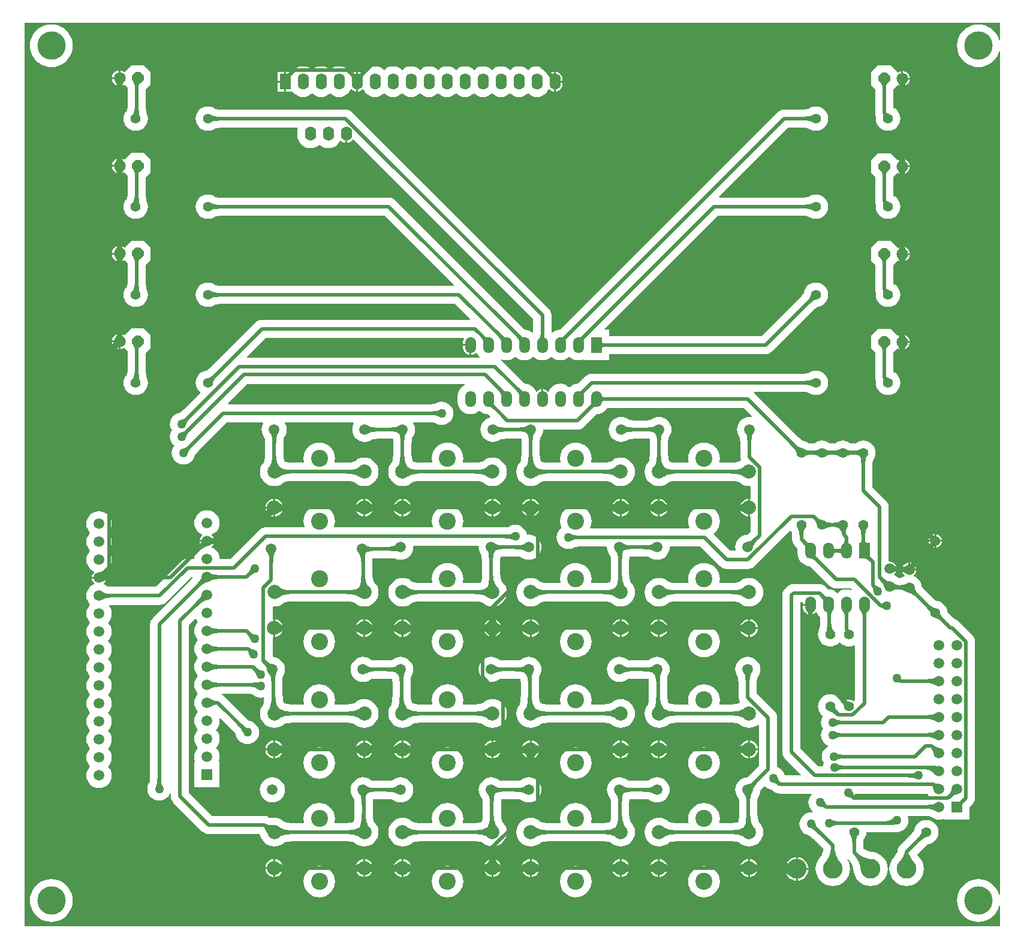
<source format=gbl>
G04*
G04 #@! TF.GenerationSoftware,Altium Limited,Altium Designer,20.2.5 (213)*
G04*
G04 Layer_Physical_Order=2*
G04 Layer_Color=16711680*
%FSTAX24Y24*%
%MOIN*%
G70*
G04*
G04 #@! TF.SameCoordinates,E6115DE1-F2E3-4B59-8193-A89D5BA3A6A3*
G04*
G04*
G04 #@! TF.FilePolarity,Positive*
G04*
G01*
G75*
%ADD31C,0.0200*%
%ADD32C,0.1100*%
%ADD33C,0.0551*%
%ADD34O,0.0600X0.0900*%
%ADD35R,0.0600X0.0900*%
%ADD36C,0.0945*%
%ADD37C,0.0787*%
%ADD38C,0.0591*%
%ADD39C,0.0650*%
%ADD40P,0.0704X8X22.5*%
%ADD41O,0.0620X0.0900*%
%ADD42R,0.0620X0.0900*%
%ADD43C,0.0598*%
%ADD44R,0.0598X0.0598*%
%ADD45C,0.1575*%
%ADD46O,0.0630X0.0787*%
%ADD47C,0.0500*%
G36*
X063246Y057068D02*
X063196Y057063D01*
X063183Y057118D01*
X063111Y057291D01*
X063014Y05745D01*
X062892Y057592D01*
X06275Y057714D01*
X062591Y057811D01*
X062418Y057883D01*
X062236Y057926D01*
X06205Y057941D01*
X061864Y057926D01*
X061682Y057883D01*
X061509Y057811D01*
X06135Y057714D01*
X061208Y057592D01*
X061086Y05745D01*
X060989Y057291D01*
X060917Y057118D01*
X060874Y056936D01*
X060859Y05675D01*
X060874Y056564D01*
X060917Y056382D01*
X060989Y056209D01*
X061086Y05605D01*
X061208Y055908D01*
X06135Y055786D01*
X061509Y055689D01*
X061682Y055617D01*
X061864Y055574D01*
X06205Y055559D01*
X062236Y055574D01*
X062418Y055617D01*
X062591Y055689D01*
X06275Y055786D01*
X062892Y055908D01*
X063014Y05605D01*
X063111Y056209D01*
X063183Y056382D01*
X063196Y056437D01*
X063246Y056432D01*
X063246Y009518D01*
X063196Y009512D01*
X063183Y009568D01*
X063111Y009741D01*
X063014Y0099D01*
X062892Y010042D01*
X06275Y010164D01*
X062591Y010261D01*
X062418Y010333D01*
X062236Y010376D01*
X06205Y010391D01*
X061864Y010376D01*
X061682Y010333D01*
X061509Y010261D01*
X06135Y010164D01*
X061208Y010042D01*
X061086Y0099D01*
X060989Y009741D01*
X060917Y009568D01*
X060874Y009386D01*
X060859Y0092D01*
X060874Y009014D01*
X060917Y008832D01*
X060989Y008659D01*
X061086Y0085D01*
X061208Y008358D01*
X06135Y008236D01*
X061509Y008139D01*
X061682Y008067D01*
X061864Y008024D01*
X06205Y008009D01*
X062236Y008024D01*
X062418Y008067D01*
X062591Y008139D01*
X06275Y008236D01*
X062892Y008358D01*
X063014Y0085D01*
X063111Y008659D01*
X063183Y008832D01*
X063196Y008888D01*
X063246Y008882D01*
Y007754D01*
X009004D01*
Y0087D01*
Y058046D01*
X063246D01*
Y057068D01*
D02*
G37*
%LPC*%
G36*
X0105Y057941D02*
X010314Y057926D01*
X010132Y057883D01*
X009959Y057811D01*
X0098Y057714D01*
X009658Y057592D01*
X009536Y05745D01*
X009439Y057291D01*
X009367Y057118D01*
X009324Y056936D01*
X009309Y05675D01*
X009324Y056564D01*
X009367Y056382D01*
X009439Y056209D01*
X009536Y05605D01*
X009658Y055908D01*
X0098Y055786D01*
X009959Y055689D01*
X010132Y055617D01*
X010314Y055574D01*
X0105Y055559D01*
X010686Y055574D01*
X010868Y055617D01*
X011041Y055689D01*
X0112Y055786D01*
X011342Y055908D01*
X011464Y05605D01*
X011561Y056209D01*
X011633Y056382D01*
X011676Y056564D01*
X011691Y05675D01*
X011676Y056936D01*
X011633Y057118D01*
X011561Y057291D01*
X011464Y05745D01*
X011342Y057592D01*
X0112Y057714D01*
X011041Y057811D01*
X010868Y057883D01*
X010686Y057926D01*
X0105Y057941D01*
D02*
G37*
G36*
X0375Y055603D02*
X037361Y05559D01*
X037227Y055549D01*
X037104Y055483D01*
X037Y055398D01*
X036896Y055483D01*
X036773Y055549D01*
X036639Y05559D01*
X0365Y055603D01*
X036361Y05559D01*
X036227Y055549D01*
X036104Y055483D01*
X036Y055398D01*
X035896Y055483D01*
X035773Y055549D01*
X035639Y05559D01*
X0355Y055603D01*
X035361Y05559D01*
X035227Y055549D01*
X035104Y055483D01*
X035Y055398D01*
X034896Y055483D01*
X034773Y055549D01*
X034639Y05559D01*
X0345Y055603D01*
X034361Y05559D01*
X034227Y055549D01*
X034104Y055483D01*
X034Y055398D01*
X033896Y055483D01*
X033773Y055549D01*
X033639Y05559D01*
X0335Y055603D01*
X033361Y05559D01*
X033227Y055549D01*
X033104Y055483D01*
X033Y055398D01*
X032896Y055483D01*
X032773Y055549D01*
X032639Y05559D01*
X0325Y055603D01*
X032361Y05559D01*
X032227Y055549D01*
X032104Y055483D01*
X032Y055398D01*
X031896Y055483D01*
X031773Y055549D01*
X031639Y05559D01*
X0315Y055603D01*
X031361Y05559D01*
X031227Y055549D01*
X031104Y055483D01*
X031Y055398D01*
X030896Y055483D01*
X030773Y055549D01*
X030639Y05559D01*
X0305Y055603D01*
X030361Y05559D01*
X030227Y055549D01*
X030104Y055483D01*
X03Y055398D01*
X029896Y055483D01*
X029773Y055549D01*
X029639Y05559D01*
X0295Y055603D01*
X029361Y05559D01*
X029227Y055549D01*
X029104Y055483D01*
X029Y055398D01*
X028896Y055483D01*
X028773Y055549D01*
X028639Y05559D01*
X0285Y055603D01*
X028361Y05559D01*
X028227Y055549D01*
X028104Y055483D01*
X027996Y055394D01*
X027907Y055286D01*
X02787Y055217D01*
X027919Y055167D01*
X027885Y055132D01*
X027832Y055068D01*
X027813Y055039D01*
X0278Y055013D01*
X027791Y054989D01*
X027787Y054967D01*
X027789Y054947D01*
X027795Y05493D01*
X027807Y054915D01*
X02755Y055172D01*
Y05475D01*
Y054203D01*
X027607Y054211D01*
X027707Y054252D01*
X027792Y054318D01*
X027796Y054322D01*
X027853Y054314D01*
X027907Y054214D01*
X027996Y054106D01*
X028104Y054017D01*
X028227Y053951D01*
X028361Y05391D01*
X0285Y053897D01*
X028639Y05391D01*
X028773Y053951D01*
X028896Y054017D01*
X029Y054102D01*
X029104Y054017D01*
X029227Y053951D01*
X029361Y05391D01*
X0295Y053897D01*
X029639Y05391D01*
X029773Y053951D01*
X029896Y054017D01*
X03Y054102D01*
X030104Y054017D01*
X030227Y053951D01*
X030361Y05391D01*
X0305Y053897D01*
X030639Y05391D01*
X030773Y053951D01*
X030896Y054017D01*
X031Y054102D01*
X031104Y054017D01*
X031227Y053951D01*
X031361Y05391D01*
X0315Y053897D01*
X031639Y05391D01*
X031773Y053951D01*
X031896Y054017D01*
X032Y054102D01*
X032104Y054017D01*
X032227Y053951D01*
X032361Y05391D01*
X0325Y053897D01*
X032639Y05391D01*
X032773Y053951D01*
X032896Y054017D01*
X033Y054102D01*
X033104Y054017D01*
X033227Y053951D01*
X033361Y05391D01*
X0335Y053897D01*
X033639Y05391D01*
X033773Y053951D01*
X033896Y054017D01*
X034Y054102D01*
X034104Y054017D01*
X034227Y053951D01*
X034361Y05391D01*
X0345Y053897D01*
X034639Y05391D01*
X034773Y053951D01*
X034896Y054017D01*
X035Y054102D01*
X035104Y054017D01*
X035227Y053951D01*
X035361Y05391D01*
X0355Y053897D01*
X035639Y05391D01*
X035773Y053951D01*
X035896Y054017D01*
X036Y054102D01*
X036104Y054017D01*
X036227Y053951D01*
X036361Y05391D01*
X0365Y053897D01*
X036639Y05391D01*
X036773Y053951D01*
X036896Y054017D01*
X037Y054102D01*
X037104Y054017D01*
X037227Y053951D01*
X037361Y05391D01*
X0375Y053897D01*
X037639Y05391D01*
X037773Y053951D01*
X037896Y054017D01*
X038004Y054106D01*
X038093Y054214D01*
X038147Y054314D01*
X038204Y054322D01*
X038208Y054318D01*
X038293Y054252D01*
X038393Y054211D01*
X03845Y054203D01*
Y05475D01*
Y055172D01*
X038193Y054915D01*
X038205Y05493D01*
X038211Y054947D01*
X038213Y054967D01*
X038209Y054989D01*
X0382Y055013D01*
X038187Y055039D01*
X038168Y055068D01*
X038144Y055099D01*
X038115Y055132D01*
X038081Y055167D01*
X03813Y055217D01*
X038093Y055286D01*
X038004Y055394D01*
X037896Y055483D01*
X037773Y055549D01*
X037639Y05559D01*
X0375Y055603D01*
D02*
G37*
G36*
X0265D02*
X026361Y05559D01*
X026227Y055549D01*
X026104Y055483D01*
X026Y055398D01*
X025896Y055483D01*
X025773Y055549D01*
X025639Y05559D01*
X0255Y055603D01*
X025361Y05559D01*
X025227Y055549D01*
X025104Y055483D01*
X025Y055398D01*
X024896Y055483D01*
X024773Y055549D01*
X024639Y05559D01*
X0245Y055603D01*
X024361Y05559D01*
X024227Y055549D01*
X024104Y055483D01*
X023996Y055394D01*
X023944Y055332D01*
X02391Y0553D01*
Y0553D01*
X02391Y0553D01*
X023849D01*
X02395Y055199D01*
X023911Y055158D01*
X023848Y055084D01*
X023825Y055051D01*
X023808Y055022D01*
X023797Y054995D01*
X023791Y054971D01*
X023791Y05495D01*
X023796Y054931D01*
X023808Y054916D01*
X02355Y055174D01*
Y05475D01*
Y0542D01*
X02391D01*
X02391Y0542D01*
Y0542D01*
X023944Y054168D01*
X023996Y054106D01*
X024104Y054017D01*
X024227Y053951D01*
X024361Y05391D01*
X0245Y053897D01*
X024639Y05391D01*
X024773Y053951D01*
X024896Y054017D01*
X025Y054102D01*
X025104Y054017D01*
X025227Y053951D01*
X025361Y05391D01*
X0255Y053897D01*
X025639Y05391D01*
X025773Y053951D01*
X025896Y054017D01*
X026Y054102D01*
X026104Y054017D01*
X026227Y053951D01*
X026361Y05391D01*
X0265Y053897D01*
X026639Y05391D01*
X026773Y053951D01*
X026896Y054017D01*
X027004Y054106D01*
X027093Y054214D01*
X027147Y054314D01*
X027204Y054322D01*
X027208Y054318D01*
X027293Y054252D01*
X027393Y054211D01*
X02745Y054203D01*
Y05475D01*
Y055172D01*
X027193Y054915D01*
X027205Y05493D01*
X027211Y054947D01*
X027213Y054967D01*
X027209Y054989D01*
X0272Y055013D01*
X027187Y055039D01*
X027168Y055068D01*
X027144Y055099D01*
X027115Y055132D01*
X027081Y055167D01*
X02713Y055217D01*
X027093Y055286D01*
X027004Y055394D01*
X026896Y055483D01*
X026773Y055549D01*
X026639Y05559D01*
X0265Y055603D01*
D02*
G37*
G36*
X015662Y055675D02*
X014937D01*
X014575Y055312D01*
X014545Y055298D01*
X014514Y055321D01*
X014411Y055364D01*
X01435Y055372D01*
Y05495D01*
Y05472D01*
X01453D01*
X014505Y05469D01*
X014483Y05465D01*
X014464Y0546D01*
X01445Y054552D01*
X014514Y054579D01*
X014545Y054602D01*
X014575Y054587D01*
X014742Y054421D01*
Y053465D01*
X014741Y053443D01*
X014732Y053298D01*
X014726Y05325D01*
X014718Y053209D01*
X014711Y053181D01*
X014709Y053177D01*
X014628Y053077D01*
X014565Y05296D01*
X014526Y052832D01*
X014513Y0527D01*
X014526Y052568D01*
X014565Y05244D01*
X014628Y052323D01*
X014712Y05222D01*
X014815Y052136D01*
X014932Y052073D01*
X01506Y052034D01*
X015192Y052021D01*
X015325Y052034D01*
X015452Y052073D01*
X015569Y052136D01*
X015672Y05222D01*
X015757Y052323D01*
X015819Y05244D01*
X015858Y052568D01*
X015871Y0527D01*
X015858Y052832D01*
X015819Y05296D01*
X015771Y05305D01*
X01575Y053384D01*
Y054313D01*
X016025Y054587D01*
Y055312D01*
X015662Y055675D01*
D02*
G37*
G36*
X023766Y0553D02*
X02355D01*
Y055184D01*
X02356Y055181D01*
X023581Y055181D01*
X023605Y055187D01*
X023632Y055198D01*
X023661Y055215D01*
X023694Y055238D01*
X023729Y055266D01*
X023766Y0553D01*
D02*
G37*
G36*
X03845Y055297D02*
X038393Y055289D01*
X038293Y055248D01*
X038292Y055247D01*
X038322Y055222D01*
X038351Y055203D01*
X038377Y05519D01*
X038401Y055181D01*
X038423Y055177D01*
X038443Y055179D01*
X03845Y055181D01*
Y055297D01*
D02*
G37*
G36*
X02755D02*
Y055181D01*
X027557Y055179D01*
X027577Y055177D01*
X027599Y055181D01*
X027623Y05519D01*
X027649Y055203D01*
X027678Y055222D01*
X027709Y055246D01*
X027709Y055246D01*
X027707Y055248D01*
X027607Y055289D01*
X02755Y055297D01*
D02*
G37*
G36*
X02745D02*
X027393Y055289D01*
X027293Y055248D01*
X027292Y055247D01*
X027322Y055222D01*
X027351Y055203D01*
X027377Y05519D01*
X027401Y055181D01*
X027423Y055177D01*
X027443Y055179D01*
X02745Y055181D01*
Y055297D01*
D02*
G37*
G36*
X01425Y055372D02*
X014189Y055364D01*
X014086Y055321D01*
X013997Y055253D01*
X013929Y055164D01*
X013886Y055061D01*
X013878Y055D01*
X01425D01*
Y055372D01*
D02*
G37*
G36*
X057863Y055347D02*
Y054975D01*
X058235D01*
X058227Y055036D01*
X058184Y055139D01*
X058116Y055228D01*
X058027Y055296D01*
X057924Y055339D01*
X057863Y055347D01*
D02*
G37*
G36*
X03855Y055297D02*
Y0548D01*
X038914D01*
Y05489D01*
X038899Y054997D01*
X038858Y055097D01*
X038792Y055182D01*
X038707Y055248D01*
X038607Y055289D01*
X03855Y055297D01*
D02*
G37*
G36*
X02345Y0553D02*
X02309D01*
Y0548D01*
X02345D01*
Y0553D01*
D02*
G37*
G36*
X01425Y0549D02*
X013878D01*
X013886Y054839D01*
X013929Y054736D01*
X013997Y054647D01*
X014086Y054579D01*
X01415Y054552D01*
X014136Y0546D01*
X014117Y05465D01*
X014095Y05469D01*
X01407Y05472D01*
X01425D01*
Y0549D01*
D02*
G37*
G36*
X058235Y054875D02*
X057863D01*
Y054695D01*
X058043D01*
X058018Y054664D01*
X057996Y054624D01*
X057976Y054575D01*
X057963Y054527D01*
X058027Y054554D01*
X058116Y054622D01*
X058184Y05471D01*
X058227Y054814D01*
X058235Y054875D01*
D02*
G37*
G36*
X057175Y05565D02*
X05645D01*
X056088Y055287D01*
Y054562D01*
X056308Y054342D01*
Y053003D01*
X056325Y052872D01*
X056344Y052828D01*
X056344Y052766D01*
X056343Y05274D01*
X056344Y052723D01*
X056342Y0527D01*
X056355Y052568D01*
X056393Y05244D01*
X056456Y052323D01*
X05654Y05222D01*
X056643Y052136D01*
X056761Y052073D01*
X056888Y052034D01*
X05702Y052021D01*
X057153Y052034D01*
X05728Y052073D01*
X057398Y052136D01*
X057501Y05222D01*
X057585Y052323D01*
X057648Y05244D01*
X057686Y052568D01*
X057699Y0527D01*
X057686Y052832D01*
X057648Y05296D01*
X057585Y053077D01*
X057501Y05318D01*
X057398Y053264D01*
X057317Y053308D01*
Y054342D01*
X057538Y054562D01*
X057568Y054577D01*
X057598Y054554D01*
X057663Y054527D01*
X057649Y054575D01*
X057629Y054624D01*
X057607Y054664D01*
X057583Y054695D01*
X057763D01*
Y054925D01*
Y055347D01*
X057702Y055339D01*
X057598Y055296D01*
X057568Y055272D01*
X057538Y055287D01*
X057175Y05565D01*
D02*
G37*
G36*
X038914Y0547D02*
X03855D01*
Y054203D01*
X038607Y054211D01*
X038707Y054252D01*
X038792Y054318D01*
X038858Y054403D01*
X038899Y054503D01*
X038914Y05461D01*
Y0547D01*
D02*
G37*
G36*
X02345D02*
X02309D01*
Y0542D01*
X02345D01*
Y0547D01*
D02*
G37*
G36*
X015662Y050792D02*
X014937D01*
X014575Y050429D01*
X014545Y050414D01*
X014514Y050438D01*
X01445Y050465D01*
X014464Y050417D01*
X014483Y050367D01*
X014505Y050327D01*
X01453Y050296D01*
X01435D01*
Y050067D01*
Y049837D01*
X01453D01*
X014505Y049806D01*
X014483Y049766D01*
X014464Y049717D01*
X01445Y049669D01*
X014514Y049695D01*
X014545Y049719D01*
X014575Y049704D01*
X014742Y049537D01*
Y048565D01*
X014741Y048543D01*
X014732Y048398D01*
X014726Y04835D01*
X014718Y048309D01*
X014711Y048281D01*
X014709Y048277D01*
X014628Y048177D01*
X014565Y04806D01*
X014526Y047932D01*
X014513Y0478D01*
X014526Y047668D01*
X014565Y04754D01*
X014628Y047423D01*
X014712Y04732D01*
X014815Y047236D01*
X014932Y047173D01*
X01506Y047134D01*
X015192Y047121D01*
X015325Y047134D01*
X015452Y047173D01*
X015569Y047236D01*
X015672Y04732D01*
X015757Y047423D01*
X015819Y04754D01*
X015858Y047668D01*
X015871Y0478D01*
X015858Y047932D01*
X015819Y04806D01*
X015771Y04815D01*
X01575Y048484D01*
Y04943D01*
X016025Y049704D01*
Y050429D01*
X015662Y050792D01*
D02*
G37*
G36*
X01415Y050465D02*
X014086Y050438D01*
X013997Y05037D01*
X013929Y050281D01*
X013886Y050178D01*
X013878Y050117D01*
X01425D01*
Y050296D01*
X01407D01*
X014095Y050327D01*
X014117Y050367D01*
X014136Y050417D01*
X01415Y050465D01*
D02*
G37*
G36*
X057963Y050439D02*
X057976Y050391D01*
X057996Y050342D01*
X058018Y050302D01*
X058043Y050271D01*
X057863D01*
Y050091D01*
X058235D01*
X058227Y050152D01*
X058184Y050256D01*
X058116Y050345D01*
X058027Y050413D01*
X057963Y050439D01*
D02*
G37*
G36*
X01425Y050017D02*
X013878D01*
X013886Y049956D01*
X013929Y049852D01*
X013997Y049764D01*
X014086Y049695D01*
X01415Y049669D01*
X014136Y049717D01*
X014117Y049766D01*
X014095Y049806D01*
X01407Y049837D01*
X01425D01*
Y050017D01*
D02*
G37*
G36*
X058235Y049991D02*
X057863D01*
Y049812D01*
X058043D01*
X058018Y049781D01*
X057996Y049741D01*
X057976Y049691D01*
X057963Y049644D01*
X058027Y04967D01*
X058116Y049738D01*
X058184Y049827D01*
X058227Y049931D01*
X058235Y049991D01*
D02*
G37*
G36*
X057175Y050766D02*
X05645D01*
X056088Y050404D01*
Y049679D01*
X056308Y049458D01*
Y048103D01*
X056325Y047972D01*
X056344Y047928D01*
X056344Y047866D01*
X056343Y04784D01*
X056344Y047823D01*
X056342Y0478D01*
X056355Y047668D01*
X056393Y04754D01*
X056456Y047423D01*
X05654Y04732D01*
X056643Y047236D01*
X056761Y047173D01*
X056888Y047134D01*
X05702Y047121D01*
X057153Y047134D01*
X05728Y047173D01*
X057398Y047236D01*
X057501Y04732D01*
X057585Y047423D01*
X057648Y04754D01*
X057686Y047668D01*
X057699Y0478D01*
X057686Y047932D01*
X057648Y04806D01*
X057585Y048177D01*
X057501Y04828D01*
X057398Y048364D01*
X057317Y048408D01*
Y049458D01*
X057538Y049679D01*
X057568Y049694D01*
X057598Y04967D01*
X057663Y049644D01*
X057649Y049691D01*
X057629Y049741D01*
X057607Y049781D01*
X057583Y049812D01*
X057763D01*
Y050041D01*
Y050271D01*
X057583D01*
X057607Y050302D01*
X057629Y050342D01*
X057649Y050391D01*
X057663Y050439D01*
X057598Y050413D01*
X057568Y050389D01*
X057538Y050404D01*
X057175Y050766D01*
D02*
G37*
G36*
X015662Y045908D02*
X014937D01*
X014575Y045546D01*
X014545Y045531D01*
X014514Y045555D01*
X01445Y045581D01*
X014464Y045533D01*
X014483Y045484D01*
X014505Y045444D01*
X01453Y045413D01*
X01435D01*
Y045183D01*
Y044954D01*
X01453D01*
X014505Y044923D01*
X014483Y044883D01*
X014464Y044833D01*
X01445Y044785D01*
X014514Y044812D01*
X014545Y044836D01*
X014575Y044821D01*
X014742Y044654D01*
Y043665D01*
X014741Y043643D01*
X014732Y043498D01*
X014726Y04345D01*
X014718Y043409D01*
X014711Y043381D01*
X014709Y043377D01*
X014628Y043277D01*
X014565Y04316D01*
X014526Y043032D01*
X014513Y0429D01*
X014526Y042768D01*
X014565Y04264D01*
X014628Y042523D01*
X014712Y04242D01*
X014815Y042336D01*
X014932Y042273D01*
X01506Y042234D01*
X015192Y042221D01*
X015325Y042234D01*
X015452Y042273D01*
X015569Y042336D01*
X015672Y04242D01*
X015757Y042523D01*
X015819Y04264D01*
X015858Y042768D01*
X015871Y0429D01*
X015858Y043032D01*
X015819Y04316D01*
X015771Y04325D01*
X01575Y043584D01*
Y044546D01*
X016025Y044821D01*
Y045546D01*
X015662Y045908D01*
D02*
G37*
G36*
X01415Y045581D02*
X014086Y045555D01*
X013997Y045486D01*
X013929Y045398D01*
X013886Y045294D01*
X013878Y045233D01*
X01425D01*
Y045413D01*
X01407D01*
X014095Y045444D01*
X014117Y045484D01*
X014136Y045533D01*
X01415Y045581D01*
D02*
G37*
G36*
X057963Y045556D02*
X057976Y045508D01*
X057996Y045459D01*
X058018Y045419D01*
X058043Y045388D01*
X057863D01*
Y045208D01*
X058235D01*
X058227Y045269D01*
X058184Y045372D01*
X058116Y045461D01*
X058027Y045529D01*
X057963Y045556D01*
D02*
G37*
G36*
X01425Y045133D02*
X013878D01*
X013886Y045072D01*
X013929Y044969D01*
X013997Y04488D01*
X014086Y044812D01*
X01415Y044785D01*
X014136Y044833D01*
X014117Y044883D01*
X014095Y044923D01*
X01407Y044954D01*
X01425D01*
Y045133D01*
D02*
G37*
G36*
X058235Y045108D02*
X057863D01*
Y044928D01*
X058043D01*
X058018Y044898D01*
X057996Y044858D01*
X057976Y044808D01*
X057963Y04476D01*
X058027Y044787D01*
X058116Y044855D01*
X058184Y044944D01*
X058227Y045047D01*
X058235Y045108D01*
D02*
G37*
G36*
X057175Y045883D02*
X05645D01*
X056088Y045521D01*
Y044796D01*
X056308Y044575D01*
Y043203D01*
X056325Y043072D01*
X056344Y043028D01*
X056344Y042966D01*
X056343Y04294D01*
X056344Y042923D01*
X056342Y0429D01*
X056355Y042768D01*
X056393Y04264D01*
X056456Y042523D01*
X05654Y04242D01*
X056643Y042336D01*
X056761Y042273D01*
X056888Y042234D01*
X05702Y042221D01*
X057153Y042234D01*
X05728Y042273D01*
X057398Y042336D01*
X057501Y04242D01*
X057585Y042523D01*
X057648Y04264D01*
X057686Y042768D01*
X057699Y0429D01*
X057686Y043032D01*
X057648Y04316D01*
X057585Y043277D01*
X057501Y04338D01*
X057398Y043464D01*
X057317Y043508D01*
Y044575D01*
X057538Y044796D01*
X057568Y04481D01*
X057598Y044787D01*
X057663Y04476D01*
X057649Y044808D01*
X057629Y044858D01*
X057607Y044898D01*
X057583Y044928D01*
X057763D01*
Y045158D01*
Y045388D01*
X057583D01*
X057607Y045419D01*
X057629Y045459D01*
X057649Y045508D01*
X057663Y045556D01*
X057598Y045529D01*
X057568Y045506D01*
X057538Y045521D01*
X057175Y045883D01*
D02*
G37*
G36*
X053005Y053379D02*
X052872Y053366D01*
X052745Y053327D01*
X052628Y053264D01*
X052586Y05323D01*
X05258Y053229D01*
X052558Y053225D01*
X05228Y053204D01*
X05125D01*
X051119Y053187D01*
X050998Y053137D01*
X050893Y053057D01*
X038789Y040952D01*
X038663Y04094D01*
X038531Y0409D01*
X038409Y040835D01*
X03835Y040786D01*
X038304Y040807D01*
Y041757D01*
X038287Y041888D01*
X038237Y042009D01*
X038157Y042114D01*
X027214Y053057D01*
X027109Y053137D01*
X026988Y053187D01*
X026857Y053204D01*
X019928D01*
X019927Y053204D01*
X019774Y053211D01*
X019662Y053223D01*
X019632Y053229D01*
X019627Y05323D01*
X019585Y053264D01*
X019468Y053327D01*
X01934Y053366D01*
X019208Y053379D01*
X019075Y053366D01*
X018948Y053327D01*
X018831Y053264D01*
X018728Y05318D01*
X018643Y053077D01*
X018581Y05296D01*
X018542Y052832D01*
X018529Y0527D01*
X018542Y052568D01*
X018581Y05244D01*
X018643Y052323D01*
X018728Y05222D01*
X018831Y052136D01*
X018948Y052073D01*
X019075Y052034D01*
X019208Y052021D01*
X01934Y052034D01*
X019468Y052073D01*
X019585Y052136D01*
X019627Y05217D01*
X019632Y052171D01*
X019655Y052175D01*
X019932Y052196D01*
X024192D01*
X024222Y052156D01*
X024195Y052069D01*
X024182Y051929D01*
Y051771D01*
X024195Y051631D01*
X024236Y051496D01*
X024303Y051372D01*
X024392Y051263D01*
X024501Y051174D01*
X024625Y051108D01*
X02476Y051067D01*
X0249Y051053D01*
X02504Y051067D01*
X025175Y051108D01*
X025299Y051174D01*
X0254Y051257D01*
X025501Y051174D01*
X025625Y051108D01*
X02576Y051067D01*
X0259Y051053D01*
X02604Y051067D01*
X026175Y051108D01*
X026299Y051174D01*
X026408Y051263D01*
X026497Y051372D01*
X026548Y051466D01*
X026601Y051475D01*
X026608Y051473D01*
X026691Y051409D01*
X026792Y051367D01*
X02685Y051359D01*
Y05185D01*
X02695D01*
Y051359D01*
X027008Y051367D01*
X027109Y051409D01*
X027196Y051475D01*
X02724Y051533D01*
X027304Y05154D01*
X037296Y041548D01*
Y040807D01*
X03725Y040786D01*
X037191Y040835D01*
X037069Y0409D01*
X036937Y04094D01*
X036811Y040952D01*
X029607Y048157D01*
X029502Y048237D01*
X029381Y048287D01*
X02925Y048304D01*
X019928D01*
X019927Y048304D01*
X019774Y048311D01*
X019662Y048323D01*
X019632Y048329D01*
X019627Y04833D01*
X019585Y048364D01*
X019468Y048427D01*
X01934Y048466D01*
X019208Y048479D01*
X019075Y048466D01*
X018948Y048427D01*
X018831Y048364D01*
X018728Y04828D01*
X018643Y048177D01*
X018581Y04806D01*
X018542Y047932D01*
X018529Y0478D01*
X018542Y047668D01*
X018581Y04754D01*
X018643Y047423D01*
X018728Y04732D01*
X018831Y047236D01*
X018948Y047173D01*
X019075Y047134D01*
X019208Y047121D01*
X01934Y047134D01*
X019468Y047173D01*
X019585Y047236D01*
X019627Y04727D01*
X019632Y047271D01*
X019655Y047275D01*
X019932Y047296D01*
X029041D01*
X032886Y043451D01*
X032867Y043404D01*
X019928D01*
X019927Y043404D01*
X019774Y043411D01*
X019662Y043423D01*
X019632Y043429D01*
X019627Y04343D01*
X019585Y043464D01*
X019468Y043527D01*
X01934Y043566D01*
X019208Y043579D01*
X019075Y043566D01*
X018948Y043527D01*
X018831Y043464D01*
X018728Y04338D01*
X018643Y043277D01*
X018581Y04316D01*
X018542Y043032D01*
X018529Y0429D01*
X018542Y042768D01*
X018581Y04264D01*
X018643Y042523D01*
X018728Y04242D01*
X018831Y042336D01*
X018948Y042273D01*
X019075Y042234D01*
X019208Y042221D01*
X01934Y042234D01*
X019468Y042273D01*
X019585Y042336D01*
X019627Y04237D01*
X019632Y042371D01*
X019655Y042375D01*
X019932Y042396D01*
X032941D01*
X033786Y041551D01*
X033767Y041504D01*
X022208D01*
X022077Y041487D01*
X021956Y041437D01*
X021851Y041357D01*
X01936Y038866D01*
X01936Y038865D01*
X019247Y038762D01*
X019159Y038691D01*
X019134Y038674D01*
X01913Y038671D01*
X019075Y038666D01*
X018948Y038627D01*
X018831Y038564D01*
X018728Y03848D01*
X018643Y038377D01*
X018581Y03826D01*
X018542Y038132D01*
X018529Y038D01*
X018542Y037868D01*
X018581Y03774D01*
X018643Y037623D01*
X018728Y03752D01*
X01877Y037485D01*
X018772Y037436D01*
X017848Y036512D01*
X017748Y036419D01*
X01767Y036354D01*
X017655Y036344D01*
X017623Y036341D01*
X0175Y036303D01*
X017387Y036243D01*
X017288Y036162D01*
X017207Y036063D01*
X017147Y03595D01*
X017109Y035827D01*
X017097Y0357D01*
X017109Y035573D01*
X017147Y03545D01*
X0172Y03535D01*
X017147Y03525D01*
X017109Y035127D01*
X017097Y035D01*
X017109Y034873D01*
X017147Y03475D01*
X017207Y034637D01*
X017288Y034538D01*
X017336Y034499D01*
X017307Y034463D01*
X017247Y03435D01*
X017209Y034227D01*
X017197Y0341D01*
X017209Y033973D01*
X017247Y03385D01*
X017307Y033737D01*
X017388Y033638D01*
X017487Y033557D01*
X0176Y033497D01*
X017723Y033459D01*
X01785Y033447D01*
X017977Y033459D01*
X0181Y033497D01*
X018213Y033557D01*
X018312Y033638D01*
X018393Y033737D01*
X018453Y03385D01*
X018491Y033973D01*
X018494Y034005D01*
X0185Y034014D01*
X018666Y034203D01*
X020259Y035796D01*
X022258D01*
X022288Y035746D01*
X022246Y035667D01*
X022206Y035536D01*
X022193Y0354D01*
X022206Y035264D01*
X022246Y035133D01*
X02231Y035012D01*
X022358Y034954D01*
X022362Y034938D01*
X02237Y034901D01*
X022376Y034858D01*
X022391Y034621D01*
X022391Y034609D01*
Y034151D01*
X02239Y034089D01*
X022386Y033979D01*
X022367Y033783D01*
X022356Y033715D01*
X022343Y033659D01*
X02233Y033619D01*
X022322Y033598D01*
X022321Y033597D01*
X022308Y033581D01*
X022301Y03357D01*
X022237Y033492D01*
X022163Y033354D01*
X022118Y033204D01*
X022102Y033048D01*
X022118Y032893D01*
X022163Y032743D01*
X022237Y032605D01*
X022336Y032484D01*
X022457Y032385D01*
X022595Y032312D01*
X022744Y032266D01*
X0229Y032251D01*
X023055Y032266D01*
X023205Y032312D01*
X023343Y032385D01*
X023424Y032452D01*
X023435Y032459D01*
X023451Y032472D01*
X023453Y032473D01*
X023474Y032482D01*
X023514Y032495D01*
X02357Y032508D01*
X023634Y032519D01*
X023949Y032543D01*
X024005Y032544D01*
X026795D01*
X026857Y032543D01*
X026967Y032539D01*
X027162Y03252D01*
X02723Y032508D01*
X027286Y032495D01*
X027325Y032482D01*
X027346Y032473D01*
X027348Y032472D01*
X027365Y032459D01*
X027375Y032452D01*
X027457Y032385D01*
X027595Y032312D01*
X027744Y032266D01*
X0279Y032251D01*
X028055Y032266D01*
X028205Y032312D01*
X028343Y032385D01*
X028464Y032484D01*
X028563Y032605D01*
X028637Y032743D01*
X028682Y032893D01*
X028697Y033048D01*
X028682Y033204D01*
X028637Y033354D01*
X028563Y033492D01*
X028464Y033612D01*
X028343Y033712D01*
X028205Y033785D01*
X028055Y033831D01*
X0279Y033846D01*
X027744Y033831D01*
X027595Y033785D01*
X027457Y033712D01*
X027375Y033645D01*
X027365Y033638D01*
X027348Y033625D01*
X027346Y033623D01*
X027325Y033614D01*
X027286Y033602D01*
X02723Y033589D01*
X027166Y033578D01*
X02685Y033553D01*
X026795Y033553D01*
X026279D01*
X026249Y033593D01*
X02626Y033627D01*
X026276Y033798D01*
X02626Y033969D01*
X02621Y034134D01*
X026129Y034285D01*
X02602Y034418D01*
X025887Y034527D01*
X025735Y034608D01*
X025571Y034658D01*
X0254Y034675D01*
X025229Y034658D01*
X025064Y034608D01*
X024913Y034527D01*
X02478Y034418D01*
X024671Y034285D01*
X02459Y034134D01*
X02454Y033969D01*
X024523Y033798D01*
X02454Y033627D01*
X02455Y033593D01*
X024521Y033553D01*
X024005D01*
X023942Y033554D01*
X023833Y033558D01*
X023638Y033577D01*
X02357Y033589D01*
X023514Y033602D01*
X023474Y033614D01*
X023466Y033618D01*
X023462Y033627D01*
X02345Y033666D01*
X023436Y033722D01*
X023425Y033785D01*
X023401Y0341D01*
X0234Y034156D01*
Y03457D01*
X023403Y034717D01*
X023414Y034861D01*
X02342Y03491D01*
X023427Y034947D01*
X023431Y034962D01*
X023472Y035012D01*
X023537Y035133D01*
X023577Y035264D01*
X02359Y0354D01*
X023577Y035536D01*
X023537Y035667D01*
X023495Y035746D01*
X023525Y035796D01*
X027297D01*
X027327Y035746D01*
X027285Y035667D01*
X027245Y035536D01*
X027232Y0354D01*
X027245Y035264D01*
X027285Y035133D01*
X02735Y035012D01*
X027437Y034906D01*
X027543Y034819D01*
X027663Y034755D01*
X027794Y034715D01*
X027931Y034701D01*
X028067Y034715D01*
X028198Y034755D01*
X028319Y034819D01*
X028373Y034863D01*
X028388Y034867D01*
X028413Y034872D01*
X028711Y034896D01*
X028718Y034896D01*
X029188D01*
X029335Y034893D01*
X029479Y034881D01*
X029503Y034878D01*
X029506Y034858D01*
X029521Y034621D01*
X029521Y034609D01*
Y034151D01*
X02952Y034089D01*
X029516Y033979D01*
X029497Y033783D01*
X029485Y033715D01*
X029472Y033659D01*
X02946Y033619D01*
X029451Y033598D01*
X02945Y033597D01*
X029438Y033581D01*
X029431Y03357D01*
X029366Y033492D01*
X029293Y033354D01*
X029247Y033204D01*
X029232Y033048D01*
X029247Y032893D01*
X029293Y032743D01*
X029366Y032605D01*
X029465Y032484D01*
X029586Y032385D01*
X029724Y032312D01*
X029874Y032266D01*
X030029Y032251D01*
X030185Y032266D01*
X030335Y032312D01*
X030473Y032385D01*
X030554Y032452D01*
X030565Y032459D01*
X030581Y032472D01*
X030583Y032473D01*
X030604Y032482D01*
X030643Y032495D01*
X0307Y032508D01*
X030763Y032519D01*
X031079Y032543D01*
X031134Y032544D01*
X033925D01*
X033987Y032543D01*
X034096Y032539D01*
X034292Y03252D01*
X034359Y032508D01*
X034416Y032495D01*
X034455Y032482D01*
X034476Y032473D01*
X034478Y032472D01*
X034494Y032459D01*
X034505Y032452D01*
X034586Y032385D01*
X034724Y032312D01*
X034874Y032266D01*
X035029Y032251D01*
X035185Y032266D01*
X035335Y032312D01*
X035473Y032385D01*
X035593Y032484D01*
X035693Y032605D01*
X035766Y032743D01*
X035812Y032893D01*
X035827Y033048D01*
X035812Y033204D01*
X035766Y033354D01*
X035693Y033492D01*
X035593Y033612D01*
X035473Y033712D01*
X035335Y033785D01*
X035185Y033831D01*
X035029Y033846D01*
X034874Y033831D01*
X034724Y033785D01*
X034586Y033712D01*
X034505Y033645D01*
X034494Y033638D01*
X034478Y033625D01*
X034476Y033623D01*
X034455Y033614D01*
X034416Y033602D01*
X034359Y033589D01*
X034295Y033578D01*
X03398Y033553D01*
X033925Y033553D01*
X033409D01*
X033379Y033593D01*
X033389Y033627D01*
X033406Y033798D01*
X033389Y033969D01*
X033339Y034134D01*
X033258Y034285D01*
X033149Y034418D01*
X033016Y034527D01*
X032865Y034608D01*
X0327Y034658D01*
X032529Y034675D01*
X032358Y034658D01*
X032194Y034608D01*
X032042Y034527D01*
X03191Y034418D01*
X0318Y034285D01*
X031719Y034134D01*
X03167Y033969D01*
X031653Y033798D01*
X03167Y033627D01*
X03168Y033593D01*
X03165Y033553D01*
X031134D01*
X031072Y033554D01*
X030963Y033558D01*
X030767Y033577D01*
X0307Y033589D01*
X030643Y033602D01*
X030604Y033614D01*
X030596Y033618D01*
X030592Y033627D01*
X030579Y033666D01*
X030566Y033722D01*
X030555Y033785D01*
X03053Y0341D01*
X03053Y034156D01*
Y03457D01*
X030533Y034717D01*
X030544Y034861D01*
X03055Y03491D01*
X030557Y034947D01*
X030561Y034962D01*
X030602Y035012D01*
X030666Y035133D01*
X030706Y035264D01*
X03072Y0354D01*
X030706Y035536D01*
X030666Y035667D01*
X030625Y035746D01*
X030655Y035796D01*
X031557D01*
X031693Y03579D01*
X031794Y035781D01*
X031812Y035778D01*
X031837Y035757D01*
X03195Y035697D01*
X032073Y035659D01*
X0322Y035647D01*
X032327Y035659D01*
X03245Y035697D01*
X032563Y035757D01*
X032662Y035838D01*
X032743Y035937D01*
X032803Y03605D01*
X032841Y036173D01*
X032853Y0363D01*
X032841Y036427D01*
X032803Y03655D01*
X032743Y036663D01*
X032662Y036762D01*
X032563Y036843D01*
X03245Y036903D01*
X032327Y036941D01*
X0322Y036953D01*
X032073Y036941D01*
X03195Y036903D01*
X031837Y036843D01*
X031812Y036822D01*
X031801Y036821D01*
X03155Y036804D01*
X020333D01*
X020314Y036851D01*
X021409Y037946D01*
X033486D01*
X033493Y037936D01*
X03348Y037873D01*
X033409Y037835D01*
X033303Y037747D01*
X033215Y037641D01*
X03315Y037519D01*
X03311Y037387D01*
X033097Y03725D01*
Y03695D01*
X03311Y036813D01*
X03315Y036681D01*
X033215Y036559D01*
X033303Y036453D01*
X033409Y036365D01*
X033531Y0363D01*
X033663Y03626D01*
X0338Y036247D01*
X033937Y03626D01*
X034069Y0363D01*
X034191Y036365D01*
X034262Y036423D01*
X0343Y036451D01*
X034338Y036423D01*
X034409Y036365D01*
X034531Y0363D01*
X034663Y03626D01*
X034789Y036248D01*
X034905Y036132D01*
X034891Y036075D01*
X034793Y036045D01*
X034672Y035981D01*
X034566Y035894D01*
X034479Y035788D01*
X034415Y035667D01*
X034375Y035536D01*
X034362Y0354D01*
X034375Y035264D01*
X034415Y035133D01*
X034479Y035012D01*
X034566Y034906D01*
X034672Y034819D01*
X034793Y034755D01*
X034924Y034715D01*
X03506Y034701D01*
X035197Y034715D01*
X035328Y034755D01*
X035449Y034819D01*
X035502Y034863D01*
X035518Y034867D01*
X035543Y034872D01*
X035841Y034896D01*
X035847Y034896D01*
X036318D01*
X036465Y034893D01*
X036609Y034881D01*
X036632Y034878D01*
X036635Y034858D01*
X03665Y034621D01*
X036651Y034609D01*
Y034151D01*
X03665Y034089D01*
X036645Y033979D01*
X036627Y033783D01*
X036615Y033715D01*
X036602Y033659D01*
X03659Y033619D01*
X036581Y033598D01*
X03658Y033597D01*
X036567Y033581D01*
X03656Y03357D01*
X036496Y033492D01*
X036422Y033354D01*
X036377Y033204D01*
X036362Y033048D01*
X036377Y032893D01*
X036422Y032743D01*
X036496Y032605D01*
X036595Y032484D01*
X036716Y032385D01*
X036854Y032312D01*
X037003Y032266D01*
X037159Y032251D01*
X037315Y032266D01*
X037464Y032312D01*
X037602Y032385D01*
X037684Y032452D01*
X037694Y032459D01*
X03771Y032472D01*
X037713Y032473D01*
X037734Y032482D01*
X037773Y032495D01*
X037829Y032508D01*
X037893Y032519D01*
X038209Y032543D01*
X038264Y032544D01*
X041054D01*
X041117Y032543D01*
X041226Y032539D01*
X041421Y03252D01*
X041489Y032508D01*
X041545Y032495D01*
X041585Y032482D01*
X041606Y032473D01*
X041608Y032472D01*
X041624Y032459D01*
X041634Y032452D01*
X041716Y032385D01*
X041854Y032312D01*
X042003Y032266D01*
X042159Y032251D01*
X042315Y032266D01*
X042464Y032312D01*
X042602Y032385D01*
X042723Y032484D01*
X042822Y032605D01*
X042896Y032743D01*
X042941Y032893D01*
X042957Y033048D01*
X042941Y033204D01*
X042896Y033354D01*
X042822Y033492D01*
X042723Y033612D01*
X042602Y033712D01*
X042464Y033785D01*
X042315Y033831D01*
X042159Y033846D01*
X042003Y033831D01*
X041854Y033785D01*
X041716Y033712D01*
X041634Y033645D01*
X041624Y033638D01*
X041608Y033625D01*
X041606Y033623D01*
X041585Y033614D01*
X041545Y033602D01*
X041489Y033589D01*
X041425Y033578D01*
X04111Y033553D01*
X041054Y033553D01*
X040538D01*
X040508Y033593D01*
X040519Y033627D01*
X040536Y033798D01*
X040519Y033969D01*
X040469Y034134D01*
X040388Y034285D01*
X040279Y034418D01*
X040146Y034527D01*
X039995Y034608D01*
X03983Y034658D01*
X039659Y034675D01*
X039488Y034658D01*
X039324Y034608D01*
X039172Y034527D01*
X039039Y034418D01*
X03893Y034285D01*
X038849Y034134D01*
X038799Y033969D01*
X038782Y033798D01*
X038799Y033627D01*
X03881Y033593D01*
X03878Y033553D01*
X038264D01*
X038202Y033554D01*
X038092Y033558D01*
X037897Y033577D01*
X037829Y033589D01*
X037773Y033602D01*
X037734Y033614D01*
X037726Y033618D01*
X037722Y033627D01*
X037709Y033666D01*
X037696Y033722D01*
X037685Y033785D01*
X03766Y0341D01*
X037659Y034156D01*
Y03457D01*
X037662Y034717D01*
X037673Y034861D01*
X03768Y03491D01*
X037687Y034947D01*
X037691Y034962D01*
X037732Y035012D01*
X037796Y035133D01*
X037836Y035264D01*
X037849Y035396D01*
X03975D01*
X039881Y035413D01*
X040002Y035463D01*
X040107Y035543D01*
X040811Y036248D01*
X040937Y03626D01*
X041069Y0363D01*
X041191Y036365D01*
X041297Y036453D01*
X041385Y036559D01*
X041404Y036596D01*
X048999D01*
X04946Y036135D01*
X049437Y036087D01*
X04932Y036099D01*
X049183Y036085D01*
X049052Y036045D01*
X048932Y035981D01*
X048826Y035894D01*
X048739Y035788D01*
X048674Y035667D01*
X048634Y035536D01*
X048621Y0354D01*
X048634Y035264D01*
X048674Y035133D01*
X048739Y035012D01*
X048783Y034958D01*
X048787Y034942D01*
X048792Y034917D01*
X048815Y03462D01*
X048815Y034613D01*
Y033857D01*
X048833Y033727D01*
X048841Y033707D01*
X048764Y033645D01*
X048754Y033638D01*
X048737Y033625D01*
X048735Y033623D01*
X048714Y033614D01*
X048675Y033602D01*
X048619Y033589D01*
X048555Y033578D01*
X048239Y033553D01*
X048184Y033553D01*
X047668D01*
X047638Y033593D01*
X047649Y033627D01*
X047665Y033798D01*
X047649Y033969D01*
X047599Y034134D01*
X047518Y034285D01*
X047409Y034418D01*
X047276Y034527D01*
X047124Y034608D01*
X04696Y034658D01*
X046789Y034675D01*
X046618Y034658D01*
X046453Y034608D01*
X046302Y034527D01*
X046169Y034418D01*
X04606Y034285D01*
X045979Y034134D01*
X045929Y033969D01*
X045912Y033798D01*
X045929Y033627D01*
X045939Y033593D01*
X04591Y033553D01*
X045394D01*
X045331Y033554D01*
X045222Y033558D01*
X045027Y033577D01*
X044959Y033589D01*
X044903Y033602D01*
X044863Y033614D01*
X044855Y033618D01*
X044851Y033627D01*
X044839Y033666D01*
X044825Y033722D01*
X044814Y033785D01*
X04479Y0341D01*
X044789Y034156D01*
Y03457D01*
X044792Y034717D01*
X044803Y034861D01*
X044809Y03491D01*
X044816Y034947D01*
X04482Y034962D01*
X044861Y035012D01*
X044926Y035133D01*
X044966Y035264D01*
X044979Y0354D01*
X044966Y035536D01*
X044926Y035667D01*
X044861Y035788D01*
X044774Y035894D01*
X044668Y035981D01*
X044548Y036045D01*
X044417Y036085D01*
X04428Y036099D01*
X044144Y036085D01*
X044013Y036045D01*
X043892Y035981D01*
X043838Y035937D01*
X043823Y035933D01*
X043798Y035928D01*
X0435Y035904D01*
X043493Y035904D01*
X043023D01*
X042876Y035907D01*
X042732Y035919D01*
X042685Y035925D01*
X042648Y035933D01*
X042632Y035937D01*
X042578Y035981D01*
X042457Y036045D01*
X042326Y036085D01*
X04219Y036099D01*
X042054Y036085D01*
X041923Y036045D01*
X041802Y035981D01*
X041696Y035894D01*
X041609Y035788D01*
X041545Y035667D01*
X041505Y035536D01*
X041491Y0354D01*
X041505Y035264D01*
X041545Y035133D01*
X041609Y035012D01*
X041696Y034906D01*
X041802Y034819D01*
X041923Y034755D01*
X042054Y034715D01*
X04219Y034701D01*
X042326Y034715D01*
X042457Y034755D01*
X042578Y034819D01*
X042632Y034863D01*
X042648Y034867D01*
X042673Y034872D01*
X04297Y034896D01*
X042977Y034896D01*
X043448D01*
X043594Y034893D01*
X043738Y034881D01*
X043762Y034878D01*
X043765Y034858D01*
X04378Y034621D01*
X04378Y034609D01*
Y034151D01*
X043779Y034089D01*
X043775Y033979D01*
X043756Y033783D01*
X043745Y033715D01*
X043732Y033659D01*
X043719Y033619D01*
X043711Y033598D01*
X04371Y033597D01*
X043697Y033581D01*
X04369Y03357D01*
X043626Y033492D01*
X043552Y033354D01*
X043507Y033204D01*
X043491Y033048D01*
X043507Y032893D01*
X043552Y032743D01*
X043626Y032605D01*
X043725Y032484D01*
X043846Y032385D01*
X043984Y032312D01*
X044133Y032266D01*
X044289Y032251D01*
X044444Y032266D01*
X044594Y032312D01*
X044732Y032385D01*
X044813Y032452D01*
X044824Y032459D01*
X04484Y032472D01*
X044842Y032473D01*
X044863Y032482D01*
X044903Y032495D01*
X044959Y032508D01*
X045023Y032519D01*
X045338Y032543D01*
X045394Y032544D01*
X048184D01*
X048246Y032543D01*
X048356Y032539D01*
X048551Y03252D01*
X048619Y032508D01*
X048675Y032495D01*
X048714Y032482D01*
X048735Y032473D01*
X048737Y032472D01*
X048754Y032459D01*
X048764Y032452D01*
X048846Y032385D01*
X048984Y032312D01*
X049133Y032266D01*
X049289Y032251D01*
X049341Y032256D01*
X049378Y032222D01*
Y031573D01*
X049341Y03154D01*
X049339Y03154D01*
Y031048D01*
Y030557D01*
X049341Y030557D01*
X049378Y030524D01*
Y029725D01*
X049346Y029694D01*
X049236Y0296D01*
X049198Y029571D01*
X049167Y02955D01*
X049153Y029542D01*
X049083Y029535D01*
X048952Y029495D01*
X048832Y029431D01*
X048726Y029344D01*
X048639Y029238D01*
X048574Y029117D01*
X048534Y028986D01*
X048521Y02885D01*
X048534Y028714D01*
X04854Y028694D01*
X048511Y028654D01*
X048259D01*
X047339Y029574D01*
X047342Y029624D01*
X047409Y029679D01*
X047518Y029811D01*
X047599Y029963D01*
X047649Y030127D01*
X047665Y030298D01*
X047649Y030469D01*
X047599Y030634D01*
X047518Y030785D01*
X047409Y030918D01*
X047276Y031027D01*
X047124Y031108D01*
X04696Y031158D01*
X046789Y031175D01*
X046618Y031158D01*
X046453Y031108D01*
X046302Y031027D01*
X046169Y030918D01*
X04606Y030785D01*
X045979Y030634D01*
X045929Y030469D01*
X045912Y030298D01*
X045929Y030127D01*
X045979Y029963D01*
X045987Y029947D01*
X045962Y029904D01*
X040486D01*
X040461Y029947D01*
X040469Y029963D01*
X040519Y030127D01*
X040536Y030298D01*
X040519Y030469D01*
X040469Y030634D01*
X040388Y030785D01*
X040279Y030918D01*
X040146Y031027D01*
X039995Y031108D01*
X03983Y031158D01*
X039659Y031175D01*
X039488Y031158D01*
X039324Y031108D01*
X039172Y031027D01*
X039039Y030918D01*
X03893Y030785D01*
X038849Y030634D01*
X038799Y030469D01*
X038782Y030298D01*
X038799Y030127D01*
X038849Y029963D01*
X038868Y029927D01*
X038788Y029862D01*
X038707Y029763D01*
X038647Y02965D01*
X038609Y029527D01*
X038597Y0294D01*
X038609Y029273D01*
X038647Y02915D01*
X038707Y029037D01*
X038788Y028938D01*
X038887Y028857D01*
X039Y028797D01*
X039123Y028759D01*
X03925Y028747D01*
X039377Y028759D01*
X0395Y028797D01*
X039613Y028857D01*
X039638Y028878D01*
X039649Y028879D01*
X0399Y028896D01*
X041359D01*
X041392Y028859D01*
X041391Y02885D01*
X041405Y028714D01*
X041445Y028583D01*
X041509Y028462D01*
X041582Y028373D01*
X041587Y028358D01*
X041595Y028324D01*
X041602Y028285D01*
X04162Y028056D01*
X04162Y028035D01*
Y027473D01*
X041615Y02726D01*
X041599Y027061D01*
X041589Y02699D01*
X041577Y026932D01*
X041571Y026911D01*
X041545Y026902D01*
X041489Y026889D01*
X041425Y026878D01*
X04111Y026854D01*
X041054Y026853D01*
X040538D01*
X040508Y026893D01*
X040519Y026928D01*
X040536Y027099D01*
X040519Y02727D01*
X040469Y027434D01*
X040388Y027586D01*
X040279Y027719D01*
X040146Y027828D01*
X039995Y027909D01*
X03983Y027959D01*
X039659Y027975D01*
X039488Y027959D01*
X039324Y027909D01*
X039172Y027828D01*
X039039Y027719D01*
X03893Y027586D01*
X038849Y027434D01*
X038799Y02727D01*
X038782Y027099D01*
X038799Y026928D01*
X03881Y026893D01*
X03878Y026853D01*
X038264D01*
X038202Y026854D01*
X038092Y026859D01*
X037897Y026878D01*
X037829Y026889D01*
X037773Y026902D01*
X037734Y026915D01*
X037713Y026924D01*
X03771Y026925D01*
X037694Y026938D01*
X037684Y026945D01*
X037602Y027012D01*
X037464Y027086D01*
X037315Y027131D01*
X037159Y027146D01*
X037003Y027131D01*
X036854Y027086D01*
X036716Y027012D01*
X036595Y026913D01*
X036496Y026792D01*
X036422Y026654D01*
X036377Y026504D01*
X036362Y026349D01*
X036377Y026193D01*
X036422Y026044D01*
X036496Y025906D01*
X036595Y025785D01*
X036716Y025686D01*
X036854Y025612D01*
X037003Y025567D01*
X037159Y025551D01*
X037315Y025567D01*
X037464Y025612D01*
X037602Y025686D01*
X037684Y025753D01*
X037694Y025759D01*
X03771Y025773D01*
X037713Y025774D01*
X037734Y025783D01*
X037773Y025795D01*
X037829Y025809D01*
X037893Y025819D01*
X038209Y025844D01*
X038264Y025845D01*
X041054D01*
X041117Y025844D01*
X041226Y025839D01*
X041421Y02582D01*
X041489Y025809D01*
X041545Y025795D01*
X041585Y025783D01*
X041606Y025774D01*
X041608Y025773D01*
X041624Y025759D01*
X041634Y025753D01*
X041716Y025686D01*
X041854Y025612D01*
X042003Y025567D01*
X042159Y025551D01*
X042315Y025567D01*
X042464Y025612D01*
X042602Y025686D01*
X042723Y025785D01*
X042822Y025906D01*
X042896Y026044D01*
X042941Y026193D01*
X042957Y026349D01*
X042941Y026504D01*
X042896Y026654D01*
X042822Y026792D01*
X042723Y026913D01*
X042721Y026915D01*
X042712Y026924D01*
X042708Y02693D01*
X042697Y026953D01*
X042684Y026991D01*
X042669Y027045D01*
X042655Y027115D01*
X042645Y027194D01*
X04263Y027407D01*
X042629Y027471D01*
Y028099D01*
X042635Y028267D01*
X04264Y028328D01*
X04287Y028346D01*
X042877Y028346D01*
X043348D01*
X043494Y028343D01*
X043638Y028331D01*
X043686Y028325D01*
X043723Y028317D01*
X043738Y028313D01*
X043792Y028269D01*
X043913Y028205D01*
X044044Y028165D01*
X04418Y028151D01*
X044317Y028165D01*
X044448Y028205D01*
X044568Y028269D01*
X044674Y028356D01*
X044761Y028462D01*
X044826Y028583D01*
X044866Y028714D01*
X044879Y02885D01*
X044878Y028859D01*
X044912Y028896D01*
X046591D01*
X047693Y027793D01*
X047798Y027713D01*
X047919Y027663D01*
X04805Y027646D01*
X04922D01*
X049351Y027663D01*
X049472Y027713D01*
X049577Y027793D01*
X051558Y029775D01*
X051608Y029767D01*
X051636Y029715D01*
X051668Y029675D01*
X051671Y029665D01*
X051675Y029645D01*
X051696Y029378D01*
Y0293D01*
X051713Y029169D01*
X051763Y029048D01*
X051843Y028943D01*
X051997Y02879D01*
Y0285D01*
X05201Y028363D01*
X05205Y028231D01*
X052115Y028109D01*
X052203Y028003D01*
X052309Y027915D01*
X052431Y02785D01*
X052563Y02781D01*
X052689Y027798D01*
X053778Y026709D01*
X053882Y026629D01*
X054004Y026578D01*
X054135Y026561D01*
X054933D01*
X055008Y026486D01*
X054978Y026445D01*
X054969Y02645D01*
X054837Y02649D01*
X0547Y026503D01*
X054563Y02649D01*
X054431Y02645D01*
X054309Y026385D01*
X054238Y026327D01*
X0542Y026299D01*
X054162Y026327D01*
X054091Y026385D01*
X053969Y02645D01*
X053837Y02649D01*
X053711Y026502D01*
X053557Y026657D01*
X053452Y026737D01*
X053331Y026787D01*
X0532Y026804D01*
X051767D01*
X051637Y026787D01*
X051515Y026737D01*
X051411Y026657D01*
X051293Y026539D01*
X051213Y026435D01*
X051163Y026313D01*
X051146Y026183D01*
Y01745D01*
X051163Y017319D01*
X051213Y017198D01*
X051293Y017093D01*
X052186Y016201D01*
X052167Y016154D01*
X051282D01*
X051253Y01625D01*
X051193Y016363D01*
X051112Y016462D01*
X051013Y016543D01*
X0509Y016603D01*
X050854Y016617D01*
Y019378D01*
X050837Y019508D01*
X050787Y01963D01*
X050707Y019735D01*
X049724Y020717D01*
Y021217D01*
X049727Y021364D01*
X049738Y021508D01*
X049745Y021555D01*
X049752Y021592D01*
X049756Y021608D01*
X049801Y021662D01*
X049865Y021783D01*
X049905Y021914D01*
X049918Y02205D01*
X049905Y022186D01*
X049865Y022317D01*
X049801Y022438D01*
X049714Y022544D01*
X049608Y022631D01*
X049487Y022695D01*
X049356Y022735D01*
X04922Y022749D01*
X049083Y022735D01*
X048952Y022695D01*
X048832Y022631D01*
X048726Y022544D01*
X048639Y022438D01*
X048574Y022317D01*
X048534Y022186D01*
X048521Y02205D01*
X048534Y021914D01*
X048574Y021783D01*
X048639Y021662D01*
X048683Y021608D01*
X048687Y021592D01*
X048692Y021567D01*
X048715Y02127D01*
X048715Y021263D01*
Y020508D01*
X048733Y020378D01*
X048783Y020256D01*
X048804Y020229D01*
X048764Y020196D01*
X048754Y020189D01*
X048737Y020176D01*
X048735Y020175D01*
X048714Y020166D01*
X048675Y020153D01*
X048619Y02014D01*
X048555Y020129D01*
X048239Y020105D01*
X048184Y020104D01*
X047668D01*
X047638Y020144D01*
X047649Y020179D01*
X047665Y02035D01*
X047649Y020521D01*
X047599Y020685D01*
X047518Y020837D01*
X047409Y02097D01*
X047276Y021079D01*
X047124Y02116D01*
X04696Y021209D01*
X046789Y021226D01*
X046618Y021209D01*
X046453Y02116D01*
X046302Y021079D01*
X046169Y02097D01*
X04606Y020837D01*
X045979Y020685D01*
X045929Y020521D01*
X045912Y02035D01*
X045929Y020179D01*
X045939Y020144D01*
X04591Y020104D01*
X045394D01*
X045331Y020105D01*
X045222Y020109D01*
X045027Y020128D01*
X044959Y02014D01*
X044903Y020153D01*
X044863Y020166D01*
X044842Y020175D01*
X04484Y020176D01*
X044839Y020177D01*
X044829Y020187D01*
X044823Y020196D01*
X044811Y020219D01*
X044797Y020257D01*
X044781Y02031D01*
X044767Y020378D01*
X044756Y020455D01*
X04474Y020664D01*
X044739Y020729D01*
Y021272D01*
X044741Y021404D01*
X044748Y021555D01*
X044759Y021659D01*
X044759Y021659D01*
X044761Y021662D01*
X044826Y021783D01*
X044866Y021914D01*
X044879Y02205D01*
X044866Y022186D01*
X044826Y022317D01*
X044761Y022438D01*
X044674Y022544D01*
X044568Y022631D01*
X044448Y022695D01*
X044317Y022735D01*
X04418Y022749D01*
X044044Y022735D01*
X043913Y022695D01*
X043792Y022631D01*
X043738Y022587D01*
X043723Y022583D01*
X043698Y022578D01*
X0434Y022554D01*
X043394Y022554D01*
X042923D01*
X042776Y022557D01*
X042632Y022569D01*
X042585Y022575D01*
X042548Y022583D01*
X042532Y022587D01*
X042478Y022631D01*
X042357Y022695D01*
X042226Y022735D01*
X04209Y022749D01*
X041954Y022735D01*
X041823Y022695D01*
X041702Y022631D01*
X041596Y022544D01*
X041509Y022438D01*
X041445Y022317D01*
X041405Y022186D01*
X041391Y02205D01*
X041405Y021914D01*
X041445Y021783D01*
X041509Y021662D01*
X041596Y021556D01*
X041702Y021469D01*
X041823Y021405D01*
X041954Y021365D01*
X04209Y021351D01*
X042226Y021365D01*
X042357Y021405D01*
X042478Y021469D01*
X042532Y021513D01*
X042548Y021517D01*
X042573Y021522D01*
X04287Y021546D01*
X042877Y021546D01*
X043348D01*
X043494Y021543D01*
X043638Y021531D01*
X043686Y021525D01*
X043699Y021522D01*
X043703Y021507D01*
X04371Y021471D01*
X04373Y021249D01*
X04373Y021223D01*
Y020663D01*
X04373Y020619D01*
X04372Y020392D01*
X043701Y020219D01*
X043691Y020164D01*
X04368Y020123D01*
X043675Y020107D01*
X043671Y020101D01*
X043665Y020091D01*
X043626Y020043D01*
X043552Y019905D01*
X043507Y019755D01*
X043491Y0196D01*
X043507Y019444D01*
X043552Y019294D01*
X043626Y019157D01*
X043725Y019036D01*
X043846Y018936D01*
X043984Y018863D01*
X044133Y018817D01*
X044289Y018802D01*
X044444Y018817D01*
X044594Y018863D01*
X044732Y018936D01*
X044813Y019003D01*
X044824Y01901D01*
X04484Y019023D01*
X044842Y019025D01*
X044863Y019034D01*
X044903Y019046D01*
X044959Y019059D01*
X045023Y01907D01*
X045338Y019095D01*
X045394Y019095D01*
X048184D01*
X048246Y019094D01*
X048356Y01909D01*
X048551Y019071D01*
X048619Y019059D01*
X048675Y019046D01*
X048714Y019034D01*
X048735Y019025D01*
X048737Y019023D01*
X048754Y01901D01*
X048764Y019003D01*
X048846Y018936D01*
X048984Y018863D01*
X049133Y018817D01*
X049289Y018802D01*
X049444Y018817D01*
X049594Y018863D01*
X049732Y018936D01*
X0498Y018993D01*
X049846Y018971D01*
Y016689D01*
X049452Y016295D01*
X049346Y016194D01*
X049236Y0161D01*
X049198Y016071D01*
X049167Y01605D01*
X049153Y016042D01*
X049083Y016035D01*
X048952Y015995D01*
X048832Y015931D01*
X048726Y015844D01*
X048639Y015738D01*
X048574Y015617D01*
X048534Y015486D01*
X048521Y01535D01*
X048534Y015214D01*
X048574Y015083D01*
X048639Y014962D01*
X048712Y014873D01*
X048717Y014858D01*
X048725Y014824D01*
X048732Y014785D01*
X04875Y014556D01*
X04875Y014535D01*
Y014124D01*
X048745Y013911D01*
X048729Y013712D01*
X048718Y013641D01*
X048707Y013583D01*
X048701Y013562D01*
X048675Y013553D01*
X048619Y01354D01*
X048555Y013529D01*
X048239Y013505D01*
X048184Y013504D01*
X047668D01*
X047638Y013544D01*
X047649Y013579D01*
X047665Y01375D01*
X047649Y013921D01*
X047599Y014085D01*
X047518Y014237D01*
X047409Y01437D01*
X047276Y014479D01*
X047124Y01456D01*
X04696Y01461D01*
X046789Y014627D01*
X046618Y01461D01*
X046453Y01456D01*
X046302Y014479D01*
X046169Y01437D01*
X04606Y014237D01*
X045979Y014085D01*
X045929Y013921D01*
X045912Y01375D01*
X045929Y013579D01*
X045939Y013544D01*
X04591Y013504D01*
X045394D01*
X045331Y013505D01*
X045222Y01351D01*
X045027Y013529D01*
X044959Y01354D01*
X044903Y013554D01*
X044863Y013566D01*
X044842Y013575D01*
X04484Y013576D01*
X044824Y01359D01*
X044813Y013596D01*
X044732Y013663D01*
X044594Y013737D01*
X044444Y013782D01*
X044289Y013798D01*
X044133Y013782D01*
X043984Y013737D01*
X043846Y013663D01*
X043725Y013564D01*
X043626Y013443D01*
X043552Y013305D01*
X043507Y013156D01*
X043491Y013D01*
X043507Y012844D01*
X043552Y012695D01*
X043626Y012557D01*
X043725Y012436D01*
X043846Y012337D01*
X043984Y012263D01*
X044133Y012218D01*
X044289Y012202D01*
X044444Y012218D01*
X044594Y012263D01*
X044732Y012337D01*
X044813Y012404D01*
X044824Y01241D01*
X04484Y012424D01*
X044842Y012425D01*
X044863Y012434D01*
X044903Y012447D01*
X044959Y01246D01*
X045023Y012471D01*
X045338Y012495D01*
X045394Y012496D01*
X048184D01*
X048246Y012495D01*
X048356Y01249D01*
X048551Y012471D01*
X048619Y01246D01*
X048675Y012447D01*
X048714Y012434D01*
X048735Y012425D01*
X048737Y012424D01*
X048754Y01241D01*
X048764Y012404D01*
X048846Y012337D01*
X048984Y012263D01*
X049133Y012218D01*
X049289Y012202D01*
X049444Y012218D01*
X049594Y012263D01*
X049732Y012337D01*
X049853Y012436D01*
X049952Y012557D01*
X050026Y012695D01*
X050071Y012844D01*
X050086Y013D01*
X050071Y013156D01*
X050026Y013305D01*
X049952Y013443D01*
X049853Y013564D01*
X04985Y013566D01*
X049842Y013575D01*
X049838Y013582D01*
X049827Y013604D01*
X049813Y013642D01*
X049799Y013697D01*
X049785Y013766D01*
X049774Y013845D01*
X049759Y014058D01*
X049759Y014122D01*
Y014599D01*
X049764Y014767D01*
X049776Y014894D01*
X049781Y014931D01*
X049783Y014941D01*
X049801Y014962D01*
X049865Y015083D01*
X049905Y015214D01*
X049912Y015283D01*
X04992Y015297D01*
X049934Y015318D01*
X050123Y015539D01*
X05015Y015546D01*
X050181Y015547D01*
X050188Y015538D01*
X050287Y015457D01*
X0504Y015397D01*
X050523Y015359D01*
X050538Y015358D01*
X050549Y015355D01*
X050565Y015352D01*
X050566Y015352D01*
X050569Y015351D01*
X050573Y015349D01*
X05058Y015345D01*
X050589Y01534D01*
X050595Y015336D01*
X050629Y015308D01*
X050643Y015293D01*
X050649Y015289D01*
X050651Y015287D01*
X05066Y015281D01*
X050748Y015213D01*
X050869Y015163D01*
X051Y015146D01*
X052753D01*
X052775Y015096D01*
X052707Y015013D01*
X052647Y0149D01*
X052609Y014777D01*
X052597Y01465D01*
X052609Y014523D01*
X052647Y0144D01*
X052707Y014287D01*
X052788Y014188D01*
X052842Y014144D01*
X052822Y014096D01*
X05275Y014103D01*
X052623Y014091D01*
X0525Y014053D01*
X052387Y013993D01*
X052288Y013912D01*
X052207Y013813D01*
X052147Y0137D01*
X052109Y013577D01*
X052097Y01345D01*
X052109Y013323D01*
X052147Y0132D01*
X052207Y013087D01*
X052288Y012988D01*
X052387Y012907D01*
X0525Y012847D01*
X052623Y012809D01*
X052655Y012806D01*
X052664Y0128D01*
X052853Y012634D01*
X053432Y012055D01*
X053424Y012006D01*
X053408Y011933D01*
X053387Y011864D01*
X053362Y011798D01*
X053332Y011735D01*
X053298Y011674D01*
X053259Y011615D01*
X053206Y011546D01*
X053196Y011529D01*
X053156Y01148D01*
X053068Y011315D01*
X053014Y011136D01*
X052995Y01095D01*
X053014Y010764D01*
X053068Y010585D01*
X053156Y01042D01*
X053275Y010275D01*
X05342Y010156D01*
X053585Y010068D01*
X053764Y010014D01*
X05395Y009995D01*
X054136Y010014D01*
X054315Y010068D01*
X05448Y010156D01*
X054625Y010275D01*
X054744Y01042D01*
X054832Y010585D01*
X054886Y010764D01*
X054905Y01095D01*
X054886Y011136D01*
X054832Y011315D01*
X054753Y011463D01*
X054793Y011493D01*
X054794Y011493D01*
X054836Y011448D01*
X054887Y011386D01*
X054932Y011324D01*
X054972Y011262D01*
X055006Y011198D01*
X055034Y011134D01*
X055058Y011068D01*
X055077Y011001D01*
X055091Y010931D01*
X055103Y010845D01*
X055108Y010826D01*
X055114Y010764D01*
X055168Y010585D01*
X055256Y01042D01*
X055375Y010275D01*
X05552Y010156D01*
X055685Y010068D01*
X055864Y010014D01*
X05605Y009995D01*
X056236Y010014D01*
X056415Y010068D01*
X05658Y010156D01*
X056725Y010275D01*
X056844Y01042D01*
X056932Y010585D01*
X056986Y010764D01*
X057005Y01095D01*
X056986Y011136D01*
X056932Y011315D01*
X056844Y01148D01*
X056725Y011625D01*
X05658Y011744D01*
X056415Y011832D01*
X056236Y011886D01*
X056174Y011892D01*
X056155Y011897D01*
X056069Y011909D01*
X055999Y011923D01*
X055932Y011942D01*
X055866Y011966D01*
X055802Y011994D01*
X055738Y012028D01*
X055676Y012068D01*
X055639Y012095D01*
Y01228D01*
X055639Y012281D01*
X055645Y012434D01*
X055658Y012546D01*
X055663Y012575D01*
X055664Y012581D01*
X055699Y012623D01*
X055761Y01274D01*
X0558Y012868D01*
X055813Y012996D01*
X05735D01*
X057419Y013005D01*
X0575Y012997D01*
X057627Y013009D01*
X05775Y013047D01*
X057863Y013107D01*
X057962Y013188D01*
X058043Y013287D01*
X058103Y0134D01*
X058141Y013523D01*
X058153Y01365D01*
X058141Y013777D01*
X058117Y013856D01*
X058147Y013896D01*
X059005D01*
X059154Y013892D01*
X0593Y013881D01*
X059348Y013874D01*
X059386Y013867D01*
X059403Y013862D01*
X05946Y013816D01*
X059581Y013751D01*
X059713Y013711D01*
X05985Y013697D01*
X059987Y013711D01*
X060101Y013745D01*
X060151Y013717D01*
Y013701D01*
X061549D01*
Y014386D01*
X061706Y014543D01*
X061786Y014647D01*
X061836Y014769D01*
X061854Y014899D01*
Y023607D01*
X061836Y023737D01*
X061786Y023859D01*
X061706Y023963D01*
X060947Y024722D01*
X060842Y024803D01*
X060721Y024853D01*
X0607Y024856D01*
X060516Y02504D01*
X060515Y02504D01*
X060412Y025153D01*
X060341Y025241D01*
X060324Y025266D01*
X060321Y02527D01*
X060316Y025325D01*
X060277Y025452D01*
X060214Y025569D01*
X06013Y025672D01*
X060027Y025757D01*
X05991Y025819D01*
X059782Y025858D01*
X059709Y025865D01*
X059703Y025869D01*
X059676Y025887D01*
X059645Y02591D01*
X05948Y026055D01*
X059476Y026058D01*
X059112Y026423D01*
X059109Y026425D01*
X058996Y026549D01*
X058918Y026645D01*
X058898Y026673D01*
X05889Y026685D01*
X058885Y026736D01*
X058845Y026867D01*
X058781Y026988D01*
X058694Y027094D01*
X058588Y027181D01*
X058467Y027245D01*
X058462Y027247D01*
X058453Y027296D01*
X058482Y027318D01*
X058545Y027401D01*
X058585Y027497D01*
X058592Y02755D01*
X0582D01*
X05799D01*
X057986Y027397D01*
X057957Y027421D01*
X05792Y027443D01*
X057875Y027462D01*
X057822Y027479D01*
X057855Y027401D01*
X057918Y027318D01*
X057947Y027296D01*
X057938Y027247D01*
X057933Y027245D01*
X057812Y027181D01*
X057782Y027156D01*
X05777Y027154D01*
X057741Y027149D01*
X057676Y027145D01*
X057662Y027146D01*
X057618Y027153D01*
X057583Y027161D01*
X057567Y027166D01*
X057488Y027231D01*
X057367Y027295D01*
X057362Y027297D01*
X057353Y027346D01*
X057382Y027368D01*
X057445Y027451D01*
X057463Y027494D01*
X057453Y027493D01*
X057402Y027481D01*
X057359Y027468D01*
X057326Y027452D01*
X057303Y027435D01*
X057307Y0276D01*
X0571D01*
Y0277D01*
X05731D01*
X057314Y027853D01*
X057343Y027829D01*
X05738Y027807D01*
X057425Y027788D01*
X057478Y027771D01*
X057445Y027849D01*
X057382Y027932D01*
X057299Y027995D01*
X057203Y028035D01*
X0571Y028049D01*
X057092Y028048D01*
X057054Y028081D01*
Y031081D01*
X057037Y031212D01*
X056987Y031334D01*
X056907Y031438D01*
X056154Y03219D01*
Y033388D01*
X056154Y033389D01*
X056161Y033542D01*
X056173Y033654D01*
X056179Y033683D01*
X05618Y033689D01*
X056214Y033731D01*
X056277Y033848D01*
X056316Y033975D01*
X056329Y034108D01*
X056316Y03424D01*
X056277Y034368D01*
X056214Y034485D01*
X05613Y034588D01*
X056027Y034672D01*
X05591Y034735D01*
X055782Y034774D01*
X05565Y034787D01*
X055518Y034774D01*
X05539Y034735D01*
X055273Y034672D01*
X055231Y034638D01*
X055225Y034636D01*
X055203Y034632D01*
X055047Y034621D01*
X054954Y034631D01*
X054925Y034636D01*
X054919Y034638D01*
X054877Y034672D01*
X05476Y034735D01*
X054632Y034774D01*
X0545Y034787D01*
X054368Y034774D01*
X05424Y034735D01*
X054123Y034672D01*
X054081Y034638D01*
X054075Y034636D01*
X054053Y034632D01*
X053897Y034621D01*
X053804Y034631D01*
X053775Y034636D01*
X053769Y034638D01*
X053727Y034672D01*
X05361Y034735D01*
X053482Y034774D01*
X05335Y034787D01*
X053218Y034774D01*
X05309Y034735D01*
X052973Y034672D01*
X052931Y034638D01*
X052925Y034636D01*
X052903Y034632D01*
X052747Y034621D01*
X052654Y034631D01*
X052625Y034636D01*
X052619Y034638D01*
X052577Y034672D01*
X05246Y034735D01*
X052332Y034774D01*
X052278Y034779D01*
X052274Y034782D01*
X052255Y034795D01*
X052044Y034977D01*
X049575Y037446D01*
X049591Y037496D01*
X052285D01*
X052285Y037496D01*
X052439Y037489D01*
X052551Y037477D01*
X05258Y037471D01*
X052586Y03747D01*
X052628Y037436D01*
X052745Y037373D01*
X052872Y037334D01*
X053005Y037321D01*
X053137Y037334D01*
X053265Y037373D01*
X053382Y037436D01*
X053485Y03752D01*
X053569Y037623D01*
X053632Y03774D01*
X053671Y037868D01*
X053684Y038D01*
X053671Y038132D01*
X053632Y03826D01*
X053569Y038377D01*
X053485Y03848D01*
X053382Y038564D01*
X053265Y038627D01*
X053137Y038666D01*
X053005Y038679D01*
X052872Y038666D01*
X052745Y038627D01*
X052628Y038564D01*
X052586Y03853D01*
X05258Y038529D01*
X052558Y038525D01*
X05228Y038504D01*
X04055D01*
X040419Y038487D01*
X040298Y038437D01*
X040193Y038357D01*
X039789Y037952D01*
X039663Y03794D01*
X039531Y0379D01*
X039409Y037835D01*
X039338Y037777D01*
X0393Y037749D01*
X039262Y037777D01*
X039191Y037835D01*
X039069Y0379D01*
X038937Y03794D01*
X0388Y037953D01*
X038663Y03794D01*
X038531Y0379D01*
X038409Y037835D01*
X038303Y037747D01*
X038215Y037641D01*
X038154Y037527D01*
X038103Y037512D01*
X038085Y037535D01*
X038002Y037599D01*
X037904Y03764D01*
X03785Y037647D01*
Y0371D01*
X03775D01*
Y037647D01*
X037696Y03764D01*
X037598Y037599D01*
X037515Y037535D01*
X037497Y037512D01*
X037446Y037527D01*
X037385Y037641D01*
X037297Y037747D01*
X037191Y037835D01*
X037069Y0379D01*
X036937Y03794D01*
X036811Y037952D01*
X035507Y039257D01*
X035531Y0393D01*
X035663Y03926D01*
X0358Y039247D01*
X035937Y03926D01*
X036069Y0393D01*
X036191Y039365D01*
X036262Y039423D01*
X0363Y039451D01*
X036338Y039423D01*
X036409Y039365D01*
X036531Y0393D01*
X036663Y03926D01*
X0368Y039247D01*
X036937Y03926D01*
X037069Y0393D01*
X037191Y039365D01*
X037262Y039423D01*
X0373Y039451D01*
X037338Y039423D01*
X037409Y039365D01*
X037531Y0393D01*
X037663Y03926D01*
X0378Y039247D01*
X037937Y03926D01*
X038069Y0393D01*
X038191Y039365D01*
X038262Y039423D01*
X0383Y039451D01*
X038338Y039423D01*
X038409Y039365D01*
X038531Y0393D01*
X038663Y03926D01*
X0388Y039247D01*
X038937Y03926D01*
X039069Y0393D01*
X039191Y039365D01*
X039262Y039423D01*
X0393Y039451D01*
X039338Y039423D01*
X039409Y039365D01*
X039531Y0393D01*
X039663Y03926D01*
X0398Y039247D01*
X039937Y03926D01*
X04005Y039294D01*
X0401Y039266D01*
Y03925D01*
X0415D01*
Y039596D01*
X050205D01*
X050335Y039613D01*
X050457Y039663D01*
X050561Y039743D01*
X052852Y042034D01*
X052853Y042035D01*
X052966Y042138D01*
X053054Y042209D01*
X053078Y042226D01*
X053083Y042229D01*
X053137Y042234D01*
X053265Y042273D01*
X053382Y042336D01*
X053485Y04242D01*
X053569Y042523D01*
X053632Y04264D01*
X053671Y042768D01*
X053684Y0429D01*
X053671Y043032D01*
X053632Y04316D01*
X053569Y043277D01*
X053485Y04338D01*
X053382Y043464D01*
X053265Y043527D01*
X053137Y043566D01*
X053005Y043579D01*
X052872Y043566D01*
X052745Y043527D01*
X052628Y043464D01*
X052525Y04338D01*
X05244Y043277D01*
X052378Y04316D01*
X052339Y043032D01*
X052334Y042978D01*
X052331Y042974D01*
X052318Y042955D01*
X052136Y042744D01*
X049996Y040604D01*
X0415D01*
Y04095D01*
X041279D01*
X041259Y040996D01*
X047559Y047296D01*
X052285D01*
X052285Y047296D01*
X052439Y047289D01*
X052551Y047277D01*
X05258Y047271D01*
X052586Y04727D01*
X052628Y047236D01*
X052745Y047173D01*
X052872Y047134D01*
X053005Y047121D01*
X053137Y047134D01*
X053265Y047173D01*
X053382Y047236D01*
X053485Y04732D01*
X053569Y047423D01*
X053632Y04754D01*
X053671Y047668D01*
X053684Y0478D01*
X053671Y047932D01*
X053632Y04806D01*
X053569Y048177D01*
X053485Y04828D01*
X053382Y048364D01*
X053265Y048427D01*
X053137Y048466D01*
X053005Y048479D01*
X052872Y048466D01*
X052745Y048427D01*
X052628Y048364D01*
X052586Y04833D01*
X05258Y048329D01*
X052558Y048325D01*
X05228Y048304D01*
X047633D01*
X047614Y048351D01*
X051459Y052196D01*
X052285D01*
X052285Y052196D01*
X052439Y052189D01*
X052551Y052177D01*
X05258Y052171D01*
X052586Y05217D01*
X052628Y052136D01*
X052745Y052073D01*
X052872Y052034D01*
X053005Y052021D01*
X053137Y052034D01*
X053265Y052073D01*
X053382Y052136D01*
X053485Y05222D01*
X053569Y052323D01*
X053632Y05244D01*
X053671Y052568D01*
X053684Y0527D01*
X053671Y052832D01*
X053632Y05296D01*
X053569Y053077D01*
X053485Y05318D01*
X053382Y053264D01*
X053265Y053327D01*
X053137Y053366D01*
X053005Y053379D01*
D02*
G37*
G36*
X015662Y041025D02*
X014937D01*
X014575Y040662D01*
X014545Y040648D01*
X014514Y040671D01*
X01445Y040698D01*
X014464Y04065D01*
X014483Y0406D01*
X014505Y04056D01*
X01453Y04053D01*
X01435D01*
Y0403D01*
Y039878D01*
X014411Y039886D01*
X014514Y039929D01*
X014545Y039952D01*
X014575Y039938D01*
X014742Y039771D01*
Y038765D01*
X014741Y038743D01*
X014732Y038598D01*
X014726Y03855D01*
X014718Y038509D01*
X014711Y038481D01*
X014709Y038477D01*
X014628Y038377D01*
X014565Y03826D01*
X014526Y038132D01*
X014513Y038D01*
X014526Y037868D01*
X014565Y03774D01*
X014628Y037623D01*
X014712Y03752D01*
X014815Y037436D01*
X014932Y037373D01*
X01506Y037334D01*
X015192Y037321D01*
X015325Y037334D01*
X015452Y037373D01*
X015569Y037436D01*
X015672Y03752D01*
X015757Y037623D01*
X015819Y03774D01*
X015858Y037868D01*
X015871Y038D01*
X015858Y038132D01*
X015819Y03826D01*
X015771Y03835D01*
X01575Y038684D01*
Y039663D01*
X016025Y039938D01*
Y040662D01*
X015662Y041025D01*
D02*
G37*
G36*
X01415Y040698D02*
X014086Y040671D01*
X013997Y040603D01*
X013929Y040514D01*
X013886Y040411D01*
X013878Y04035D01*
X01425D01*
Y04053D01*
X01407D01*
X014095Y04056D01*
X014117Y0406D01*
X014136Y04065D01*
X01415Y040698D01*
D02*
G37*
G36*
X057963Y040673D02*
X057976Y040625D01*
X057996Y040575D01*
X058018Y040535D01*
X058043Y040504D01*
X057863D01*
Y040325D01*
X058235D01*
X058227Y040386D01*
X058184Y040489D01*
X058116Y040578D01*
X058027Y040646D01*
X057963Y040673D01*
D02*
G37*
G36*
X013962Y04025D02*
X013878D01*
X013886Y040189D01*
X013912Y040126D01*
X013916Y040132D01*
X013939Y040182D01*
X013957Y040231D01*
X013962Y04025D01*
D02*
G37*
G36*
X01425D02*
X01405D01*
X01425Y04005D01*
Y04025D01*
D02*
G37*
G36*
Y039962D02*
X014231Y039957D01*
X014182Y039939D01*
X014132Y039916D01*
X014126Y039912D01*
X014189Y039886D01*
X01425Y039878D01*
Y039962D01*
D02*
G37*
G36*
X058235Y040225D02*
X057863D01*
Y040045D01*
X058043D01*
X058018Y040014D01*
X057996Y039974D01*
X057976Y039925D01*
X057963Y039877D01*
X058027Y039904D01*
X058116Y039972D01*
X058184Y04006D01*
X058227Y040164D01*
X058235Y040225D01*
D02*
G37*
G36*
X057175Y041D02*
X05645D01*
X056088Y040637D01*
Y039912D01*
X056308Y039692D01*
Y038303D01*
X056325Y038172D01*
X056344Y038128D01*
X056344Y038066D01*
X056343Y03804D01*
X056344Y038023D01*
X056342Y038D01*
X056355Y037868D01*
X056393Y03774D01*
X056456Y037623D01*
X05654Y03752D01*
X056643Y037436D01*
X056761Y037373D01*
X056888Y037334D01*
X05702Y037321D01*
X057153Y037334D01*
X05728Y037373D01*
X057398Y037436D01*
X057501Y03752D01*
X057585Y037623D01*
X057648Y03774D01*
X057686Y037868D01*
X057699Y038D01*
X057686Y038132D01*
X057648Y03826D01*
X057585Y038377D01*
X057501Y03848D01*
X057398Y038564D01*
X057317Y038608D01*
Y039692D01*
X057538Y039912D01*
X057568Y039927D01*
X057598Y039904D01*
X057663Y039877D01*
X057649Y039925D01*
X057629Y039974D01*
X057607Y040014D01*
X057583Y040045D01*
X057763D01*
Y040275D01*
Y040504D01*
X057583D01*
X057607Y040535D01*
X057629Y040575D01*
X057649Y040625D01*
X057663Y040673D01*
X057598Y040646D01*
X057568Y040622D01*
X057538Y040637D01*
X057175Y041D01*
D02*
G37*
G36*
X037199Y03154D02*
Y031098D01*
X037427D01*
Y031327D01*
X037468Y031293D01*
X03752Y031263D01*
X037582Y031236D01*
X037609Y031227D01*
X03758Y031297D01*
X037501Y031401D01*
X037398Y03148D01*
X037278Y031529D01*
X037199Y03154D01*
D02*
G37*
G36*
X030069D02*
Y031098D01*
X030298D01*
Y031327D01*
X030339Y031293D01*
X03039Y031263D01*
X030453Y031236D01*
X03048Y031227D01*
X030451Y031297D01*
X030372Y031401D01*
X030268Y03148D01*
X030148Y031529D01*
X030069Y03154D01*
D02*
G37*
G36*
X02795D02*
Y031098D01*
X028178D01*
Y031327D01*
X028219Y031293D01*
X028271Y031263D01*
X028333Y031236D01*
X02836Y031227D01*
X028331Y031297D01*
X028252Y031401D01*
X028149Y03148D01*
X028029Y031529D01*
X02795Y03154D01*
D02*
G37*
G36*
X02294D02*
Y031098D01*
X023168D01*
Y031327D01*
X023209Y031293D01*
X023261Y031263D01*
X023323Y031236D01*
X02335Y031227D01*
X023321Y031297D01*
X023242Y031401D01*
X023139Y03148D01*
X023019Y031529D01*
X02294Y03154D01*
D02*
G37*
G36*
X044329Y03154D02*
Y031098D01*
X044557D01*
Y031327D01*
X044598Y031293D01*
X04465Y031263D01*
X044712Y031236D01*
X044739Y031227D01*
X04471Y031297D01*
X044631Y031401D01*
X044528Y03148D01*
X044408Y031529D01*
X044329Y03154D01*
D02*
G37*
G36*
X042209Y03154D02*
Y031098D01*
X042437D01*
Y031327D01*
X042478Y031293D01*
X04253Y031263D01*
X042592Y031236D01*
X042619Y031227D01*
X04259Y031297D01*
X042511Y031401D01*
X042408Y03148D01*
X042288Y031529D01*
X042209Y03154D01*
D02*
G37*
G36*
X035079D02*
Y031098D01*
X035308D01*
Y031327D01*
X035349Y031293D01*
X0354Y031263D01*
X035463Y031236D01*
X03549Y031227D01*
X035461Y031297D01*
X035382Y031401D01*
X035278Y03148D01*
X035158Y031529D01*
X035079Y03154D01*
D02*
G37*
G36*
X049239D02*
X04916Y031529D01*
X04904Y03148D01*
X048937Y031401D01*
X048857Y031297D01*
X048828Y031227D01*
X048855Y031236D01*
X048918Y031263D01*
X048969Y031293D01*
X049011Y031327D01*
Y031098D01*
X049239D01*
Y03154D01*
D02*
G37*
G36*
X044229D02*
X04415Y031529D01*
X04403Y03148D01*
X043927Y031401D01*
X043847Y031297D01*
X043818Y031227D01*
X043845Y031236D01*
X043908Y031263D01*
X043959Y031293D01*
X044001Y031327D01*
Y031098D01*
X044229D01*
Y03154D01*
D02*
G37*
G36*
X042109D02*
X04203Y031529D01*
X04191Y03148D01*
X041807Y031401D01*
X041728Y031297D01*
X041699Y031227D01*
X041726Y031236D01*
X041788Y031263D01*
X04184Y031293D01*
X041881Y031327D01*
Y031098D01*
X042109D01*
Y03154D01*
D02*
G37*
G36*
X029969D02*
X029891Y031529D01*
X02977Y03148D01*
X029667Y031401D01*
X029588Y031297D01*
X029559Y031227D01*
X029586Y031236D01*
X029648Y031263D01*
X0297Y031293D01*
X029741Y031327D01*
Y031098D01*
X029969D01*
Y03154D01*
D02*
G37*
G36*
X037099D02*
X03702Y031529D01*
X0369Y03148D01*
X036797Y031401D01*
X036718Y031297D01*
X036689Y031227D01*
X036716Y031236D01*
X036778Y031263D01*
X03683Y031293D01*
X036871Y031327D01*
Y031098D01*
X037099D01*
Y03154D01*
D02*
G37*
G36*
X02785D02*
X027771Y031529D01*
X027651Y03148D01*
X027548Y031401D01*
X027469Y031297D01*
X02744Y031227D01*
X027466Y031236D01*
X027529Y031263D01*
X02758Y031293D01*
X027622Y031327D01*
Y031098D01*
X02785D01*
Y03154D01*
D02*
G37*
G36*
X034979Y03154D02*
X034901Y031529D01*
X03478Y03148D01*
X034677Y031401D01*
X034598Y031297D01*
X034569Y031227D01*
X034596Y031236D01*
X034658Y031263D01*
X03471Y031293D01*
X034751Y031327D01*
Y031098D01*
X034979D01*
Y03154D01*
D02*
G37*
G36*
X02284Y03154D02*
X022761Y031529D01*
X022641Y03148D01*
X022538Y031401D01*
X022459Y031297D01*
X022409Y031177D01*
X022398Y031098D01*
X02284D01*
Y03154D01*
D02*
G37*
G36*
X022491Y030998D02*
X022398D01*
X022409Y03092D01*
X022438Y03085D01*
X022451Y030875D01*
X022476Y030938D01*
X022491Y030996D01*
X022491Y030998D01*
D02*
G37*
G36*
X037427D02*
X037199D01*
Y030782D01*
X037427D01*
Y030998D01*
D02*
G37*
G36*
X037099D02*
X036871D01*
Y030782D01*
X037099D01*
Y030998D01*
D02*
G37*
G36*
X049239D02*
X049011D01*
Y03077D01*
X048969Y030804D01*
X048918Y030834D01*
X048855Y030861D01*
X048828Y030869D01*
X048857Y030799D01*
X048937Y030696D01*
X04904Y030617D01*
X04916Y030567D01*
X049239Y030557D01*
Y030998D01*
D02*
G37*
G36*
X044229D02*
X044001D01*
Y03077D01*
X043959Y030804D01*
X043908Y030834D01*
X043845Y030861D01*
X043818Y030869D01*
X043847Y030799D01*
X043927Y030696D01*
X04403Y030617D01*
X04415Y030567D01*
X044229Y030557D01*
Y030998D01*
D02*
G37*
G36*
X042109D02*
X041881D01*
Y03077D01*
X04184Y030804D01*
X041788Y030834D01*
X041726Y030861D01*
X041699Y030869D01*
X041728Y030799D01*
X041807Y030696D01*
X04191Y030617D01*
X04203Y030567D01*
X042109Y030557D01*
Y030998D01*
D02*
G37*
G36*
X034979D02*
X034751D01*
Y03077D01*
X03471Y030804D01*
X034658Y030834D01*
X034596Y030861D01*
X034569Y030869D01*
X034598Y030799D01*
X034677Y030696D01*
X03478Y030617D01*
X034901Y030567D01*
X034979Y030557D01*
Y030998D01*
D02*
G37*
G36*
X029969D02*
X029741D01*
Y03077D01*
X0297Y030804D01*
X029648Y030834D01*
X029586Y030861D01*
X029559Y030869D01*
X029588Y030799D01*
X029667Y030696D01*
X02977Y030617D01*
X029891Y030567D01*
X029969Y030557D01*
Y030998D01*
D02*
G37*
G36*
X02785D02*
X027622D01*
Y03077D01*
X02758Y030804D01*
X027529Y030834D01*
X027466Y030861D01*
X02744Y030869D01*
X027469Y030799D01*
X027548Y030696D01*
X027651Y030617D01*
X027771Y030567D01*
X02785Y030557D01*
Y030998D01*
D02*
G37*
G36*
X02284D02*
X022546D01*
X02284Y030705D01*
Y030998D01*
D02*
G37*
G36*
X037609Y030869D02*
X037582Y030861D01*
X03752Y030834D01*
X037468Y030804D01*
X037433Y030775D01*
X037403Y030737D01*
X037371Y030683D01*
X037342Y030622D01*
X037331Y030589D01*
X037398Y030617D01*
X037501Y030696D01*
X03758Y030799D01*
X037609Y030869D01*
D02*
G37*
G36*
X036689D02*
X036718Y030799D01*
X036797Y030696D01*
X0369Y030617D01*
X036968Y030589D01*
X036956Y030622D01*
X036928Y030683D01*
X036895Y030737D01*
X036865Y030775D01*
X03683Y030804D01*
X036778Y030834D01*
X036716Y030861D01*
X036689Y030869D01*
D02*
G37*
G36*
X035308Y030998D02*
X035079D01*
Y030557D01*
X035158Y030567D01*
X035278Y030617D01*
X035382Y030696D01*
X035461Y030799D01*
X03549Y030869D01*
X035463Y030861D01*
X0354Y030834D01*
X035349Y030804D01*
X035308Y03077D01*
Y030998D01*
D02*
G37*
G36*
X042437D02*
X042209D01*
Y030557D01*
X042288Y030567D01*
X042408Y030617D01*
X042511Y030696D01*
X04259Y030799D01*
X042619Y030869D01*
X042592Y030861D01*
X04253Y030834D01*
X042478Y030804D01*
X042437Y03077D01*
Y030998D01*
D02*
G37*
G36*
X030298D02*
X030069D01*
Y030557D01*
X030148Y030567D01*
X030268Y030617D01*
X030372Y030696D01*
X030451Y030799D01*
X03048Y030869D01*
X030453Y030861D01*
X03039Y030834D01*
X030339Y030804D01*
X030298Y03077D01*
Y030998D01*
D02*
G37*
G36*
X028178D02*
X02795D01*
Y030557D01*
X028029Y030567D01*
X028149Y030617D01*
X028252Y030696D01*
X028331Y030799D01*
X02836Y030869D01*
X028333Y030861D01*
X028271Y030834D01*
X028219Y030804D01*
X028178Y03077D01*
Y030998D01*
D02*
G37*
G36*
X023168D02*
X02294D01*
Y030557D01*
X023019Y030567D01*
X023139Y030617D01*
X023242Y030696D01*
X023321Y030799D01*
X02335Y030869D01*
X023323Y030861D01*
X023261Y030834D01*
X023209Y030804D01*
X023168Y03077D01*
Y030998D01*
D02*
G37*
G36*
X02284Y03065D02*
X022837Y03065D01*
X022779Y030635D01*
X022716Y030609D01*
X022691Y030596D01*
X022761Y030567D01*
X02284Y030557D01*
Y03065D01*
D02*
G37*
G36*
X044557Y030998D02*
X044329D01*
Y030557D01*
X044408Y030567D01*
X044528Y030617D01*
X044631Y030696D01*
X04471Y030799D01*
X044739Y030869D01*
X044712Y030861D01*
X04465Y030834D01*
X044598Y030804D01*
X044557Y03077D01*
Y030998D01*
D02*
G37*
G36*
X032529Y031175D02*
X032358Y031158D01*
X032194Y031108D01*
X032042Y031027D01*
X03191Y030918D01*
X0318Y030785D01*
X031719Y030634D01*
X03167Y030469D01*
X031653Y030298D01*
X03167Y030127D01*
X031707Y030004D01*
X03167Y029954D01*
X026259D01*
X026222Y030004D01*
X02626Y030127D01*
X026276Y030298D01*
X02626Y030469D01*
X02621Y030634D01*
X026129Y030785D01*
X02602Y030918D01*
X025887Y031027D01*
X025735Y031108D01*
X025571Y031158D01*
X0254Y031175D01*
X025229Y031158D01*
X025064Y031108D01*
X024913Y031027D01*
X02478Y030918D01*
X024671Y030785D01*
X02459Y030634D01*
X02454Y030469D01*
X024523Y030298D01*
X02454Y030127D01*
X024577Y030004D01*
X02454Y029954D01*
X0224D01*
X022269Y029937D01*
X022148Y029887D01*
X022043Y029807D01*
X02044Y028204D01*
X019852D01*
X019839Y028337D01*
X019799Y028469D01*
X019734Y02859D01*
X019647Y028697D01*
X01954Y028784D01*
X019426Y028845D01*
X019411Y028895D01*
X01941Y028897D01*
X019435Y028915D01*
X019499Y028999D01*
X019524Y02906D01*
X019522Y02906D01*
X019469Y029045D01*
X019424Y029029D01*
X019388Y02901D01*
X019361Y028988D01*
Y02915D01*
X01915D01*
X018901D01*
X01915Y028901D01*
X019116Y028897D01*
X019078Y028885D01*
X019034Y028865D01*
X018986Y028838D01*
X018933Y028802D01*
X018876Y028759D01*
X018746Y028649D01*
X018598Y028507D01*
X018548Y028557D01*
X018501Y028469D01*
X018461Y028337D01*
X018448Y028204D01*
X018073D01*
X017943Y028186D01*
X017821Y028136D01*
X017717Y028056D01*
X016315Y026654D01*
X013995D01*
X013846Y026658D01*
X0137Y026669D01*
X013652Y026676D01*
X013614Y026683D01*
X013597Y026688D01*
X01354Y026734D01*
X013426Y026795D01*
X013411Y026845D01*
X01341Y026846D01*
X013435Y026865D01*
X013499Y026949D01*
X013524Y02701D01*
X013522Y02701D01*
X013469Y026995D01*
X013424Y026979D01*
X013388Y02696D01*
X013361Y026938D01*
Y0271D01*
X01315D01*
X012754D01*
X012761Y027046D01*
X012801Y026949D01*
X012865Y026865D01*
X01289Y026846D01*
X012889Y026845D01*
X012874Y026795D01*
X01276Y026734D01*
X012653Y026647D01*
X012566Y02654D01*
X012501Y026419D01*
X012461Y026287D01*
X012447Y02615D01*
X012461Y026013D01*
X012501Y025881D01*
X012566Y02576D01*
X012625Y025688D01*
X012651Y02565D01*
X012625Y025612D01*
X012566Y02554D01*
X012501Y025419D01*
X012461Y025287D01*
X012447Y02515D01*
X012461Y025013D01*
X012501Y024881D01*
X012566Y02476D01*
X012625Y024688D01*
X012651Y02465D01*
X012625Y024612D01*
X012566Y02454D01*
X012501Y024419D01*
X012461Y024287D01*
X012447Y02415D01*
X012461Y024013D01*
X012501Y023881D01*
X012566Y02376D01*
X012625Y023688D01*
X012651Y02365D01*
X012625Y023612D01*
X012566Y02354D01*
X012501Y023419D01*
X012461Y023287D01*
X012447Y02315D01*
X012461Y023013D01*
X012501Y022881D01*
X012566Y02276D01*
X012625Y022688D01*
X012651Y02265D01*
X012625Y022612D01*
X012566Y02254D01*
X012501Y022419D01*
X012461Y022287D01*
X012447Y02215D01*
X012461Y022013D01*
X012501Y021881D01*
X012566Y02176D01*
X012625Y021688D01*
X012651Y02165D01*
X012625Y021612D01*
X012566Y02154D01*
X012501Y021419D01*
X012461Y021287D01*
X012447Y02115D01*
X012461Y021013D01*
X012501Y020881D01*
X012566Y02076D01*
X012625Y020688D01*
X012651Y02065D01*
X012625Y020612D01*
X012566Y02054D01*
X012501Y020419D01*
X012461Y020287D01*
X012447Y02015D01*
X012461Y020013D01*
X012501Y019881D01*
X012566Y01976D01*
X012625Y019688D01*
X012651Y01965D01*
X012625Y019612D01*
X012566Y01954D01*
X012501Y019419D01*
X012461Y019287D01*
X012447Y01915D01*
X012461Y019013D01*
X012501Y018881D01*
X012566Y01876D01*
X012625Y018688D01*
X012651Y01865D01*
X012625Y018612D01*
X012566Y01854D01*
X012501Y018419D01*
X012461Y018287D01*
X012447Y01815D01*
X012461Y018013D01*
X012501Y017881D01*
X012566Y01776D01*
X012625Y017688D01*
X012651Y01765D01*
X012625Y017612D01*
X012566Y01754D01*
X012501Y017419D01*
X012461Y017287D01*
X012447Y01715D01*
X012461Y017013D01*
X012501Y016881D01*
X012566Y01676D01*
X012625Y016688D01*
X012651Y01665D01*
X012625Y016612D01*
X012566Y01654D01*
X012501Y016419D01*
X012461Y016287D01*
X012447Y01615D01*
X012461Y016013D01*
X012501Y015881D01*
X012566Y01576D01*
X012653Y015653D01*
X01276Y015566D01*
X012881Y015501D01*
X013013Y015461D01*
X01315Y015447D01*
X013287Y015461D01*
X013419Y015501D01*
X01354Y015566D01*
X013647Y015653D01*
X013734Y01576D01*
X013799Y015881D01*
X013839Y016013D01*
X013853Y01615D01*
X013839Y016287D01*
X013799Y016419D01*
X013734Y01654D01*
X013675Y016612D01*
X013649Y01665D01*
X013675Y016688D01*
X013734Y01676D01*
X013799Y016881D01*
X013839Y017013D01*
X013853Y01715D01*
X013839Y017287D01*
X013799Y017419D01*
X013734Y01754D01*
X013675Y017612D01*
X013649Y01765D01*
X013675Y017688D01*
X013734Y01776D01*
X013799Y017881D01*
X013839Y018013D01*
X013853Y01815D01*
X013839Y018287D01*
X013799Y018419D01*
X013734Y01854D01*
X013675Y018612D01*
X013649Y01865D01*
X013675Y018688D01*
X013734Y01876D01*
X013799Y018881D01*
X013839Y019013D01*
X013853Y01915D01*
X013839Y019287D01*
X013799Y019419D01*
X013734Y01954D01*
X013675Y019612D01*
X013649Y01965D01*
X013675Y019688D01*
X013734Y01976D01*
X013799Y019881D01*
X013839Y020013D01*
X013853Y02015D01*
X013839Y020287D01*
X013799Y020419D01*
X013734Y02054D01*
X013675Y020612D01*
X013649Y02065D01*
X013675Y020688D01*
X013734Y02076D01*
X013799Y020881D01*
X013839Y021013D01*
X013853Y02115D01*
X013839Y021287D01*
X013799Y021419D01*
X013734Y02154D01*
X013675Y021612D01*
X013649Y02165D01*
X013675Y021688D01*
X013734Y02176D01*
X013799Y021881D01*
X013839Y022013D01*
X013853Y02215D01*
X013839Y022287D01*
X013799Y022419D01*
X013734Y02254D01*
X013675Y022612D01*
X013649Y02265D01*
X013675Y022688D01*
X013734Y02276D01*
X013799Y022881D01*
X013839Y023013D01*
X013853Y02315D01*
X013839Y023287D01*
X013799Y023419D01*
X013734Y02354D01*
X013675Y023612D01*
X013649Y02365D01*
X013675Y023688D01*
X013734Y02376D01*
X013799Y023881D01*
X013839Y024013D01*
X013853Y02415D01*
X013839Y024287D01*
X013799Y024419D01*
X013734Y02454D01*
X013675Y024612D01*
X013649Y02465D01*
X013675Y024688D01*
X013734Y02476D01*
X013799Y024881D01*
X013839Y025013D01*
X013853Y02515D01*
X013839Y025287D01*
X013799Y025419D01*
X013734Y02554D01*
X0137Y025582D01*
X01372Y025628D01*
X013942Y025646D01*
X01395Y025646D01*
X016524D01*
X016655Y025663D01*
X016776Y025713D01*
X016881Y025793D01*
X018282Y027195D01*
X018343D01*
X018364Y02715D01*
X018234Y026997D01*
X018228Y026991D01*
X016143Y024907D01*
X016063Y024802D01*
X016013Y024681D01*
X015996Y02455D01*
Y016043D01*
X01599Y015907D01*
X015981Y015806D01*
X015978Y015788D01*
X015957Y015763D01*
X015897Y01565D01*
X015859Y015527D01*
X015847Y0154D01*
X015859Y015273D01*
X015897Y01515D01*
X015957Y015037D01*
X016038Y014938D01*
X016137Y014857D01*
X01625Y014797D01*
X016373Y014759D01*
X0165Y014747D01*
X016627Y014759D01*
X01675Y014797D01*
X016863Y014857D01*
X016962Y014938D01*
X017043Y015037D01*
X017096Y015136D01*
X017146Y015123D01*
Y015D01*
X017163Y014869D01*
X017213Y014748D01*
X017293Y014643D01*
X018893Y013043D01*
X018998Y012963D01*
X019119Y012913D01*
X01925Y012896D01*
X022086D01*
X022095Y012878D01*
X022127Y012797D01*
X022142Y012753D01*
X022151Y012735D01*
X022163Y012695D01*
X022237Y012557D01*
X022336Y012436D01*
X022457Y012337D01*
X022595Y012263D01*
X022744Y012218D01*
X0229Y012202D01*
X023055Y012218D01*
X023205Y012263D01*
X023343Y012337D01*
X023424Y012404D01*
X023435Y01241D01*
X023451Y012424D01*
X023453Y012425D01*
X023474Y012434D01*
X023514Y012447D01*
X02357Y01246D01*
X023634Y012471D01*
X023949Y012495D01*
X024005Y012496D01*
X026795D01*
X026857Y012495D01*
X026967Y01249D01*
X027162Y012471D01*
X02723Y01246D01*
X027286Y012447D01*
X027325Y012434D01*
X027346Y012425D01*
X027348Y012424D01*
X027365Y01241D01*
X027375Y012404D01*
X027457Y012337D01*
X027595Y012263D01*
X027744Y012218D01*
X0279Y012202D01*
X028055Y012218D01*
X028205Y012263D01*
X028343Y012337D01*
X028464Y012436D01*
X028563Y012557D01*
X028637Y012695D01*
X028682Y012844D01*
X028697Y013D01*
X028682Y013156D01*
X028637Y013305D01*
X028563Y013443D01*
X028464Y013564D01*
X028461Y013566D01*
X028453Y013575D01*
X028449Y013582D01*
X028438Y013604D01*
X028424Y013642D01*
X02841Y013697D01*
X028396Y013766D01*
X028385Y013845D01*
X028371Y014058D01*
X02837Y014122D01*
Y014599D01*
X028375Y014767D01*
X028381Y014828D01*
X028611Y014846D01*
X028618Y014846D01*
X029088D01*
X029235Y014843D01*
X029379Y014831D01*
X029426Y014825D01*
X029463Y014817D01*
X029479Y014813D01*
X029533Y014769D01*
X029654Y014705D01*
X029785Y014665D01*
X029921Y014651D01*
X030057Y014665D01*
X030188Y014705D01*
X030309Y014769D01*
X030415Y014856D01*
X030502Y014962D01*
X030566Y015083D01*
X030606Y015214D01*
X03062Y01535D01*
X030606Y015486D01*
X030566Y015617D01*
X030502Y015738D01*
X030415Y015844D01*
X030309Y015931D01*
X030188Y015995D01*
X030057Y016035D01*
X029921Y016049D01*
X029785Y016035D01*
X029654Y015995D01*
X029533Y015931D01*
X029479Y015887D01*
X029463Y015883D01*
X029438Y015878D01*
X029141Y015854D01*
X029134Y015854D01*
X028663D01*
X028517Y015857D01*
X028373Y015869D01*
X028325Y015875D01*
X028288Y015883D01*
X028273Y015887D01*
X028219Y015931D01*
X028098Y015995D01*
X027967Y016035D01*
X027831Y016049D01*
X027694Y016035D01*
X027563Y015995D01*
X027443Y015931D01*
X027337Y015844D01*
X02725Y015738D01*
X027185Y015617D01*
X027145Y015486D01*
X027132Y01535D01*
X027145Y015214D01*
X027185Y015083D01*
X02725Y014962D01*
X027323Y014873D01*
X027328Y014858D01*
X027336Y014824D01*
X027343Y014785D01*
X027361Y014556D01*
X027361Y014535D01*
Y014124D01*
X027356Y013911D01*
X02734Y013712D01*
X027329Y013641D01*
X027318Y013583D01*
X027312Y013562D01*
X027286Y013553D01*
X02723Y01354D01*
X027166Y013529D01*
X02685Y013505D01*
X026795Y013504D01*
X026279D01*
X026249Y013544D01*
X02626Y013579D01*
X026276Y01375D01*
X02626Y013921D01*
X02621Y014085D01*
X026129Y014237D01*
X02602Y01437D01*
X025887Y014479D01*
X025735Y01456D01*
X025571Y01461D01*
X0254Y014627D01*
X025229Y01461D01*
X025064Y01456D01*
X024913Y014479D01*
X02478Y01437D01*
X024671Y014237D01*
X02459Y014085D01*
X02454Y013921D01*
X024523Y01375D01*
X02454Y013579D01*
X02455Y013544D01*
X024521Y013504D01*
X024005D01*
X023942Y013505D01*
X023833Y01351D01*
X023638Y013529D01*
X02357Y01354D01*
X023514Y013554D01*
X023474Y013566D01*
X023453Y013575D01*
X023451Y013576D01*
X023435Y01359D01*
X023424Y013596D01*
X023343Y013663D01*
X023205Y013737D01*
X023055Y013782D01*
X022934Y013794D01*
X02293Y013795D01*
X022926Y013795D01*
X0229Y013798D01*
X022893Y013797D01*
X022891Y013797D01*
X022759Y013797D01*
X022665Y013803D01*
X022639Y013807D01*
X02263Y013809D01*
X022593Y013837D01*
X022471Y013887D01*
X022341Y013904D01*
X019459D01*
X018154Y015209D01*
Y024541D01*
X018486Y024873D01*
X018536Y024866D01*
X018566Y02481D01*
X018625Y024738D01*
X018651Y0247D01*
X018625Y024662D01*
X018566Y02459D01*
X018501Y024469D01*
X018461Y024337D01*
X018447Y0242D01*
X018461Y024063D01*
X018501Y023931D01*
X018566Y02381D01*
X018625Y023738D01*
X018651Y0237D01*
X018625Y023662D01*
X018566Y02359D01*
X018501Y023469D01*
X018461Y023337D01*
X018447Y0232D01*
X018461Y023063D01*
X018501Y022931D01*
X018566Y02281D01*
X018625Y022738D01*
X018651Y0227D01*
X018625Y022662D01*
X018566Y02259D01*
X018501Y022469D01*
X018461Y022337D01*
X018447Y0222D01*
X018461Y022063D01*
X018501Y021931D01*
X018566Y02181D01*
X018625Y021738D01*
X018651Y0217D01*
X018625Y021662D01*
X018566Y02159D01*
X018501Y021469D01*
X018461Y021337D01*
X018447Y0212D01*
X018461Y021063D01*
X018501Y020931D01*
X018566Y02081D01*
X018625Y020738D01*
X018651Y0207D01*
X018625Y020662D01*
X018566Y02059D01*
X018501Y020469D01*
X018461Y020337D01*
X018447Y0202D01*
X018461Y020063D01*
X018501Y019931D01*
X018566Y01981D01*
X018625Y019738D01*
X018651Y0197D01*
X018625Y019662D01*
X018566Y01959D01*
X018501Y019469D01*
X018461Y019337D01*
X018447Y0192D01*
X018461Y019063D01*
X018501Y018931D01*
X018566Y01881D01*
X018625Y018738D01*
X018651Y0187D01*
X018625Y018662D01*
X018566Y01859D01*
X018501Y018469D01*
X018461Y018337D01*
X018447Y0182D01*
X018461Y018063D01*
X018501Y017931D01*
X018566Y01781D01*
X018625Y017738D01*
X018651Y0177D01*
X018625Y017662D01*
X018566Y01759D01*
X018501Y017469D01*
X018461Y017337D01*
X018447Y0172D01*
X018461Y017063D01*
X018495Y016949D01*
X018467Y016899D01*
X018451D01*
Y015501D01*
X019849D01*
Y016899D01*
X019833D01*
X019805Y016949D01*
X019839Y017063D01*
X019853Y0172D01*
X019839Y017337D01*
X019799Y017469D01*
X019734Y01759D01*
X019675Y017662D01*
X019649Y0177D01*
X019675Y017738D01*
X019734Y01781D01*
X019799Y017931D01*
X019839Y018063D01*
X019853Y0182D01*
X019839Y018337D01*
X019799Y018469D01*
X019734Y01859D01*
X019675Y018662D01*
X019649Y0187D01*
X019675Y018738D01*
X019734Y01881D01*
X019799Y018931D01*
X019839Y019063D01*
X019853Y0192D01*
X01984Y019326D01*
X019882Y019355D01*
X020588Y018648D01*
X020681Y018548D01*
X020746Y01847D01*
X020756Y018455D01*
X020759Y018423D01*
X020797Y0183D01*
X020857Y018187D01*
X020938Y018088D01*
X021037Y018007D01*
X02115Y017947D01*
X021273Y017909D01*
X0214Y017897D01*
X021527Y017909D01*
X02165Y017947D01*
X021763Y018007D01*
X021862Y018088D01*
X021943Y018187D01*
X022003Y0183D01*
X022041Y018423D01*
X022053Y01855D01*
X022041Y018677D01*
X022003Y0188D01*
X021943Y018913D01*
X021862Y019012D01*
X021763Y019093D01*
X02165Y019153D01*
X021527Y019191D01*
X021495Y019194D01*
X021486Y0192D01*
X021297Y019366D01*
X020107Y020557D01*
X020002Y020637D01*
X019981Y020646D01*
X019991Y020696D01*
X021438D01*
X021453Y020695D01*
X021581Y020687D01*
X021622Y020681D01*
X021655Y020675D01*
X021669Y020671D01*
X02167Y02067D01*
X021769Y020589D01*
X021882Y020528D01*
X022004Y020491D01*
X022132Y020479D01*
X022259Y020491D01*
X022295Y020502D01*
X022334Y020471D01*
X022331Y020392D01*
X022312Y020219D01*
X022302Y020164D01*
X022291Y020123D01*
X022286Y020107D01*
X022282Y020101D01*
X022276Y020091D01*
X022237Y020043D01*
X022163Y019905D01*
X022118Y019755D01*
X022102Y0196D01*
X022118Y019444D01*
X022163Y019294D01*
X022237Y019157D01*
X022336Y019036D01*
X022457Y018936D01*
X022595Y018863D01*
X022744Y018817D01*
X0229Y018802D01*
X023055Y018817D01*
X023205Y018863D01*
X023343Y018936D01*
X023424Y019003D01*
X023435Y01901D01*
X023451Y019023D01*
X023453Y019025D01*
X023474Y019034D01*
X023514Y019046D01*
X02357Y019059D01*
X023634Y01907D01*
X023949Y019095D01*
X024005Y019095D01*
X026795D01*
X026857Y019094D01*
X026967Y01909D01*
X027162Y019071D01*
X02723Y019059D01*
X027286Y019046D01*
X027325Y019034D01*
X027346Y019025D01*
X027348Y019023D01*
X027365Y01901D01*
X027375Y019003D01*
X027457Y018936D01*
X027595Y018863D01*
X027744Y018817D01*
X0279Y018802D01*
X028055Y018817D01*
X028205Y018863D01*
X028343Y018936D01*
X028464Y019036D01*
X028563Y019157D01*
X028637Y019294D01*
X028682Y019444D01*
X028697Y0196D01*
X028682Y019755D01*
X028637Y019905D01*
X028563Y020043D01*
X028464Y020164D01*
X028343Y020263D01*
X028205Y020336D01*
X028055Y020382D01*
X0279Y020397D01*
X027744Y020382D01*
X027595Y020336D01*
X027457Y020263D01*
X027375Y020196D01*
X027365Y020189D01*
X027348Y020176D01*
X027346Y020175D01*
X027325Y020166D01*
X027286Y020153D01*
X02723Y02014D01*
X027166Y020129D01*
X02685Y020105D01*
X026795Y020104D01*
X026279D01*
X026249Y020144D01*
X02626Y020179D01*
X026276Y02035D01*
X02626Y020521D01*
X02621Y020685D01*
X026129Y020837D01*
X02602Y02097D01*
X025887Y021079D01*
X025735Y02116D01*
X025571Y021209D01*
X0254Y021226D01*
X025229Y021209D01*
X025064Y02116D01*
X024913Y021079D01*
X02478Y02097D01*
X024671Y020837D01*
X02459Y020685D01*
X02454Y020521D01*
X024523Y02035D01*
X02454Y020179D01*
X02455Y020144D01*
X024521Y020104D01*
X024005D01*
X023942Y020105D01*
X023833Y020109D01*
X023638Y020128D01*
X02357Y02014D01*
X023514Y020153D01*
X023474Y020166D01*
X023453Y020175D01*
X023451Y020176D01*
X02345Y020177D01*
X02344Y020187D01*
X023434Y020196D01*
X023422Y020219D01*
X023408Y020257D01*
X023392Y02031D01*
X023378Y020378D01*
X023367Y020455D01*
X023351Y020664D01*
X02335Y020729D01*
Y021272D01*
X023352Y021404D01*
X023359Y021555D01*
X02337Y021659D01*
X02337Y021659D01*
X023372Y021662D01*
X023437Y021783D01*
X023477Y021914D01*
X02349Y02205D01*
X023477Y022186D01*
X023437Y022317D01*
X023372Y022438D01*
X023285Y022544D01*
X023179Y022631D01*
X023059Y022695D01*
X022928Y022735D01*
X022895Y022738D01*
X022879Y022743D01*
X02286Y022746D01*
X022857Y022746D01*
X022849Y02275D01*
X022834Y022756D01*
X022814Y022767D01*
X0228Y022776D01*
Y023825D01*
X022838Y023858D01*
X02284Y023857D01*
Y024349D01*
Y02484D01*
X022838Y02484D01*
X0228Y024873D01*
Y025524D01*
X022837Y025557D01*
X0229Y025551D01*
X023055Y025567D01*
X023205Y025612D01*
X023343Y025686D01*
X023424Y025753D01*
X023435Y025759D01*
X023451Y025773D01*
X023453Y025774D01*
X023474Y025783D01*
X023514Y025795D01*
X02357Y025809D01*
X023634Y025819D01*
X023949Y025844D01*
X024005Y025845D01*
X026795D01*
X026857Y025844D01*
X026967Y025839D01*
X027162Y02582D01*
X02723Y025809D01*
X027286Y025795D01*
X027325Y025783D01*
X027346Y025774D01*
X027348Y025773D01*
X027365Y025759D01*
X027375Y025753D01*
X027457Y025686D01*
X027595Y025612D01*
X027744Y025567D01*
X0279Y025551D01*
X028055Y025567D01*
X028205Y025612D01*
X028343Y025686D01*
X028464Y025785D01*
X028563Y025906D01*
X028637Y026044D01*
X028682Y026193D01*
X028697Y026349D01*
X028682Y026504D01*
X028637Y026654D01*
X028563Y026792D01*
X028464Y026913D01*
X028455Y02692D01*
X028433Y026943D01*
X028426Y026954D01*
X028413Y026977D01*
X028398Y027015D01*
X028383Y027067D01*
X028368Y027134D01*
X028356Y027209D01*
X02834Y027416D01*
X028339Y027482D01*
Y028026D01*
X028346Y02823D01*
X02855Y028246D01*
X028556Y028246D01*
X029243D01*
X029542Y028239D01*
X029598Y028235D01*
X029654Y028205D01*
X029785Y028165D01*
X029921Y028151D01*
X030057Y028165D01*
X030188Y028205D01*
X030309Y028269D01*
X030415Y028356D01*
X030502Y028462D01*
X030566Y028583D01*
X030606Y028714D01*
X03062Y02885D01*
X030614Y028909D01*
X030647Y028946D01*
X034234D01*
X034267Y028909D01*
X034262Y02885D01*
X034275Y028714D01*
X034315Y028583D01*
X034379Y028462D01*
X034415Y028418D01*
X034419Y028404D01*
X034424Y028377D01*
X034446Y028076D01*
X034446Y028074D01*
Y027384D01*
X034445Y027353D01*
X034437Y027122D01*
X03442Y026945D01*
X034413Y026902D01*
X034359Y026889D01*
X034295Y026878D01*
X03398Y026854D01*
X033925Y026853D01*
X033409D01*
X033379Y026893D01*
X033389Y026928D01*
X033406Y027099D01*
X033389Y02727D01*
X033339Y027434D01*
X033258Y027586D01*
X033149Y027719D01*
X033016Y027828D01*
X032865Y027909D01*
X0327Y027959D01*
X032529Y027975D01*
X032358Y027959D01*
X032194Y027909D01*
X032042Y027828D01*
X03191Y027719D01*
X0318Y027586D01*
X031719Y027434D01*
X03167Y02727D01*
X031653Y027099D01*
X03167Y026928D01*
X03168Y026893D01*
X03165Y026853D01*
X031134D01*
X031072Y026854D01*
X030963Y026859D01*
X030767Y026878D01*
X0307Y026889D01*
X030643Y026902D01*
X030604Y026915D01*
X030583Y026924D01*
X030581Y026925D01*
X030565Y026938D01*
X030554Y026945D01*
X030473Y027012D01*
X030335Y027086D01*
X030185Y027131D01*
X030029Y027146D01*
X029874Y027131D01*
X029724Y027086D01*
X029586Y027012D01*
X029465Y026913D01*
X029366Y026792D01*
X029293Y026654D01*
X029247Y026504D01*
X029232Y026349D01*
X029247Y026193D01*
X029293Y026044D01*
X029366Y025906D01*
X029465Y025785D01*
X029586Y025686D01*
X029724Y025612D01*
X029874Y025567D01*
X030029Y025551D01*
X030185Y025567D01*
X030335Y025612D01*
X030473Y025686D01*
X030554Y025753D01*
X030565Y025759D01*
X030581Y025773D01*
X030583Y025774D01*
X030604Y025783D01*
X030643Y025795D01*
X0307Y025809D01*
X030763Y025819D01*
X031079Y025844D01*
X031134Y025845D01*
X033925D01*
X033987Y025844D01*
X034096Y025839D01*
X034292Y02582D01*
X034359Y025809D01*
X034416Y025795D01*
X034455Y025783D01*
X034476Y025774D01*
X034478Y025773D01*
X034494Y025759D01*
X034505Y025753D01*
X034586Y025686D01*
X034724Y025612D01*
X034874Y025567D01*
X035029Y025551D01*
X035185Y025567D01*
X035335Y025612D01*
X035473Y025686D01*
X035593Y025785D01*
X035693Y025906D01*
X035766Y026044D01*
X035812Y026193D01*
X035827Y026349D01*
X035812Y026504D01*
X035766Y026654D01*
X035693Y026792D01*
X035593Y026913D01*
X03558Y026924D01*
X035578Y026926D01*
X035553Y026952D01*
X035544Y026964D01*
X035531Y026988D01*
X035516Y027025D01*
X035499Y027077D01*
X035484Y027142D01*
X035472Y027216D01*
X035456Y027419D01*
X035454Y027486D01*
Y028011D01*
X035458Y028158D01*
X03547Y028299D01*
X035473Y028325D01*
X035741Y028346D01*
X035747Y028346D01*
X036218D01*
X036365Y028343D01*
X036509Y028331D01*
X036556Y028325D01*
X036593Y028317D01*
X036609Y028313D01*
X036663Y028269D01*
X036783Y028205D01*
X036914Y028165D01*
X037051Y028151D01*
X037187Y028165D01*
X037318Y028205D01*
X037439Y028269D01*
X037545Y028356D01*
X037632Y028462D01*
X037696Y028583D01*
X037736Y028714D01*
X037749Y02885D01*
X037736Y028986D01*
X037696Y029117D01*
X037632Y029238D01*
X037545Y029344D01*
X037439Y029431D01*
X037318Y029495D01*
X037187Y029535D01*
X037051Y029549D01*
X036944Y029538D01*
X036941Y029577D01*
X036903Y0297D01*
X036843Y029813D01*
X036762Y029912D01*
X036663Y029993D01*
X03655Y030053D01*
X036427Y030091D01*
X0363Y030103D01*
X036173Y030091D01*
X03605Y030053D01*
X035937Y029993D01*
X035912Y029972D01*
X035901Y029971D01*
X03565Y029954D01*
X033389D01*
X033352Y030004D01*
X033389Y030127D01*
X033406Y030298D01*
X033389Y030469D01*
X033339Y030634D01*
X033258Y030785D01*
X033149Y030918D01*
X033016Y031027D01*
X032865Y031108D01*
X0327Y031158D01*
X032529Y031175D01*
D02*
G37*
G36*
X0596Y02958D02*
X059552Y029574D01*
X059494Y02955D01*
X059506Y029542D01*
X059549Y029516D01*
X059587Y029498D01*
X0596Y029494D01*
Y02958D01*
D02*
G37*
G36*
X01915Y030903D02*
X019013Y030889D01*
X018881Y030849D01*
X01876Y030784D01*
X018653Y030697D01*
X018566Y03059D01*
X018501Y030469D01*
X018461Y030337D01*
X018447Y0302D01*
X018461Y030063D01*
X018501Y029931D01*
X018566Y02981D01*
X018653Y029703D01*
X01876Y029616D01*
X018874Y029555D01*
X018889Y029505D01*
X01889Y029504D01*
X018865Y029485D01*
X018801Y029401D01*
X018761Y029304D01*
X018754Y02925D01*
X01915D01*
X019361D01*
Y029412D01*
X019388Y02939D01*
X019424Y029371D01*
X019469Y029355D01*
X019522Y02934D01*
X019524Y02934D01*
X019499Y029401D01*
X019435Y029485D01*
X01941Y029504D01*
X019411Y029505D01*
X019426Y029555D01*
X01954Y029616D01*
X019647Y029703D01*
X019734Y02981D01*
X019799Y029931D01*
X019839Y030063D01*
X019853Y0302D01*
X019839Y030337D01*
X019799Y030469D01*
X019734Y03059D01*
X019647Y030697D01*
X01954Y030784D01*
X019419Y030849D01*
X019287Y030889D01*
X01915Y030903D01*
D02*
G37*
G36*
X0597Y02958D02*
Y029258D01*
X060022D01*
X060016Y029306D01*
X059978Y029397D01*
X059918Y029476D01*
X059839Y029536D01*
X059748Y029574D01*
X0597Y02958D01*
D02*
G37*
G36*
X0596Y029433D02*
X059425Y029258D01*
X0596D01*
Y029433D01*
D02*
G37*
G36*
X059308Y029364D02*
X059284Y029306D01*
X059278Y029258D01*
X059364D01*
X05936Y029271D01*
X059341Y029309D01*
X059316Y029352D01*
X059308Y029364D01*
D02*
G37*
G36*
X018842Y02915D02*
X018754D01*
X018761Y029096D01*
X018787Y029034D01*
X018788Y029036D01*
X018815Y029084D01*
X018835Y029128D01*
X018842Y02915D01*
D02*
G37*
G36*
X059374Y029158D02*
X059278D01*
X059284Y02911D01*
X059322Y029018D01*
X059325Y029014D01*
X059327Y029017D01*
X05935Y029065D01*
X059365Y02911D01*
X059374Y029152D01*
X059374Y029158D01*
D02*
G37*
G36*
X0596D02*
X059412D01*
X0596Y028994D01*
Y029158D01*
D02*
G37*
G36*
X060022D02*
X0597D01*
Y028836D01*
X059748Y028842D01*
X059839Y02888D01*
X059918Y02894D01*
X059978Y029018D01*
X060016Y02911D01*
X060022Y029158D01*
D02*
G37*
G36*
X0596Y028899D02*
X059595Y028896D01*
X059558Y028869D01*
X059535Y028849D01*
X059552Y028842D01*
X0596Y028836D01*
Y028899D01*
D02*
G37*
G36*
X05825Y027992D02*
Y027924D01*
X058268Y027934D01*
X058309Y027964D01*
X058325Y027976D01*
X058303Y027985D01*
X05825Y027992D01*
D02*
G37*
G36*
X01315Y030853D02*
X013013Y030839D01*
X012881Y030799D01*
X01276Y030734D01*
X012653Y030647D01*
X012566Y03054D01*
X012501Y030419D01*
X012461Y030287D01*
X012447Y03015D01*
X012461Y030013D01*
X012501Y029881D01*
X012566Y02976D01*
X012625Y029688D01*
X012651Y02965D01*
X012625Y029612D01*
X012566Y02954D01*
X012501Y029419D01*
X012461Y029287D01*
X012447Y02915D01*
X012461Y029013D01*
X012501Y028881D01*
X012566Y02876D01*
X012625Y028688D01*
X012651Y02865D01*
X012625Y028612D01*
X012566Y02854D01*
X012501Y028419D01*
X012461Y028287D01*
X012447Y02815D01*
X012461Y028013D01*
X012501Y027881D01*
X012566Y02776D01*
X012653Y027653D01*
X01276Y027566D01*
X012874Y027505D01*
X012889Y027455D01*
X01289Y027453D01*
X012865Y027435D01*
X012801Y027351D01*
X012761Y027254D01*
X012754Y0272D01*
X01315D01*
X013361D01*
Y027222D01*
X013135Y027449D01*
X013173Y027454D01*
X013214Y027465D01*
X013258Y027483D01*
X013304Y027508D01*
X013354Y027539D01*
X013407Y027576D01*
X013522Y027671D01*
X013584Y027727D01*
X013649Y027791D01*
X01371Y02773D01*
X013734Y02776D01*
X013799Y027881D01*
X013839Y028013D01*
X013853Y02815D01*
X013839Y028287D01*
X013799Y028419D01*
X013734Y02854D01*
X013675Y028612D01*
X013649Y02865D01*
X013675Y028688D01*
X013734Y02876D01*
X013799Y028881D01*
X013839Y029013D01*
X013853Y02915D01*
X013839Y029287D01*
X013799Y029419D01*
X013734Y02954D01*
X013675Y029612D01*
X013649Y02965D01*
X013675Y029688D01*
X013734Y02976D01*
X013799Y029881D01*
X013839Y030013D01*
X013853Y03015D01*
X013839Y030287D01*
X013799Y030419D01*
X013734Y03054D01*
X013647Y030647D01*
X01354Y030734D01*
X013419Y030799D01*
X013287Y030839D01*
X01315Y030853D01*
D02*
G37*
G36*
X058544Y027801D02*
X058522Y027754D01*
X058505Y027706D01*
X058496Y02766D01*
X058496Y02765D01*
X058592D01*
X058585Y027703D01*
X058545Y027799D01*
X058544Y027801D01*
D02*
G37*
G36*
X05825Y027833D02*
Y02765D01*
X058458D01*
X05825Y027833D01*
D02*
G37*
G36*
X05815Y027992D02*
X058097Y027985D01*
X058001Y027945D01*
X057918Y027882D01*
X057855Y027799D01*
X057837Y027756D01*
X057847Y027757D01*
X057898Y027769D01*
X057941Y027782D01*
X057974Y027798D01*
X057997Y027815D01*
X057993Y02765D01*
X05815D01*
Y027992D01*
D02*
G37*
G36*
X013514Y027314D02*
X013508Y027304D01*
X013503Y027295D01*
X013522Y02729D01*
X013524Y02729D01*
X013514Y027314D01*
D02*
G37*
G36*
X046789Y027975D02*
X046618Y027959D01*
X046453Y027909D01*
X046302Y027828D01*
X046169Y027719D01*
X04606Y027586D01*
X045979Y027434D01*
X045929Y02727D01*
X045912Y027099D01*
X045929Y026928D01*
X045939Y026893D01*
X04591Y026853D01*
X045394D01*
X045331Y026854D01*
X045222Y026859D01*
X045027Y026878D01*
X044959Y026889D01*
X044903Y026902D01*
X044863Y026915D01*
X044842Y026924D01*
X04484Y026925D01*
X044824Y026938D01*
X044813Y026945D01*
X044732Y027012D01*
X044594Y027086D01*
X044444Y027131D01*
X044289Y027146D01*
X044133Y027131D01*
X043984Y027086D01*
X043846Y027012D01*
X043725Y026913D01*
X043626Y026792D01*
X043552Y026654D01*
X043507Y026504D01*
X043491Y026349D01*
X043507Y026193D01*
X043552Y026044D01*
X043626Y025906D01*
X043725Y025785D01*
X043846Y025686D01*
X043984Y025612D01*
X044133Y025567D01*
X044289Y025551D01*
X044444Y025567D01*
X044594Y025612D01*
X044732Y025686D01*
X044813Y025753D01*
X044824Y025759D01*
X04484Y025773D01*
X044842Y025774D01*
X044863Y025783D01*
X044903Y025795D01*
X044959Y025809D01*
X045023Y025819D01*
X045338Y025844D01*
X045394Y025845D01*
X048184D01*
X048246Y025844D01*
X048356Y025839D01*
X048551Y02582D01*
X048619Y025809D01*
X048675Y025795D01*
X048714Y025783D01*
X048735Y025774D01*
X048737Y025773D01*
X048754Y025759D01*
X048764Y025753D01*
X048846Y025686D01*
X048984Y025612D01*
X049133Y025567D01*
X049289Y025551D01*
X049444Y025567D01*
X049594Y025612D01*
X049732Y025686D01*
X049853Y025785D01*
X049952Y025906D01*
X050026Y026044D01*
X050071Y026193D01*
X050086Y026349D01*
X050071Y026504D01*
X050026Y026654D01*
X049952Y026792D01*
X049853Y026913D01*
X049732Y027012D01*
X049594Y027086D01*
X049444Y027131D01*
X049289Y027146D01*
X049133Y027131D01*
X048984Y027086D01*
X048846Y027012D01*
X048764Y026945D01*
X048754Y026938D01*
X048737Y026925D01*
X048735Y026924D01*
X048714Y026915D01*
X048675Y026902D01*
X048619Y026889D01*
X048555Y026878D01*
X048239Y026854D01*
X048184Y026853D01*
X047668D01*
X047638Y026893D01*
X047649Y026928D01*
X047665Y027099D01*
X047649Y02727D01*
X047599Y027434D01*
X047518Y027586D01*
X047409Y027719D01*
X047276Y027828D01*
X047124Y027909D01*
X04696Y027959D01*
X046789Y027975D01*
D02*
G37*
G36*
X037199Y02484D02*
Y024399D01*
X037427D01*
Y024627D01*
X037468Y024593D01*
X03752Y024563D01*
X037582Y024536D01*
X037609Y024528D01*
X03758Y024598D01*
X037501Y024701D01*
X037398Y02478D01*
X037278Y02483D01*
X037199Y02484D01*
D02*
G37*
G36*
X035209Y024809D02*
X035218Y024782D01*
X035245Y024719D01*
X035276Y024667D01*
X035309Y024626D01*
X035349Y024593D01*
X0354Y024563D01*
X035463Y024536D01*
X03549Y024528D01*
X035461Y024598D01*
X035382Y024701D01*
X035278Y02478D01*
X035209Y024809D01*
D02*
G37*
G36*
X034849D02*
X03478Y02478D01*
X034677Y024701D01*
X034598Y024598D01*
X034569Y024528D01*
X034596Y024536D01*
X034658Y024563D01*
X03471Y024593D01*
X03475Y024626D01*
X034783Y024667D01*
X034814Y024719D01*
X034841Y024782D01*
X034849Y024809D01*
D02*
G37*
G36*
X030069Y02484D02*
Y024399D01*
X030298D01*
Y024627D01*
X030339Y024593D01*
X03039Y024563D01*
X030453Y024536D01*
X03048Y024528D01*
X030451Y024598D01*
X030372Y024701D01*
X030268Y02478D01*
X030148Y02483D01*
X030069Y02484D01*
D02*
G37*
G36*
X02795D02*
Y024399D01*
X028178D01*
Y024627D01*
X028219Y024593D01*
X028271Y024563D01*
X028333Y024536D01*
X02836Y024528D01*
X028331Y024598D01*
X028252Y024701D01*
X028149Y02478D01*
X028029Y02483D01*
X02795Y02484D01*
D02*
G37*
G36*
X02294D02*
Y024399D01*
X023168D01*
Y024627D01*
X023209Y024593D01*
X023261Y024563D01*
X023323Y024536D01*
X02335Y024528D01*
X023321Y024598D01*
X023242Y024701D01*
X023139Y02478D01*
X023019Y02483D01*
X02294Y02484D01*
D02*
G37*
G36*
X044329Y02484D02*
Y024399D01*
X044557D01*
Y024627D01*
X044598Y024593D01*
X04465Y024563D01*
X044712Y024536D01*
X044739Y024528D01*
X04471Y024598D01*
X044631Y024701D01*
X044528Y02478D01*
X044408Y02483D01*
X044329Y02484D01*
D02*
G37*
G36*
X042209Y02484D02*
Y024399D01*
X042437D01*
Y024627D01*
X042478Y024593D01*
X04253Y024563D01*
X042592Y024536D01*
X042619Y024528D01*
X04259Y024598D01*
X042511Y024701D01*
X042408Y02478D01*
X042288Y02483D01*
X042209Y02484D01*
D02*
G37*
G36*
X035308Y024624D02*
X035079D01*
Y024399D01*
X035308D01*
Y024624D01*
D02*
G37*
G36*
X049339Y02484D02*
Y024399D01*
X04978D01*
X04977Y024478D01*
X04972Y024598D01*
X049641Y024701D01*
X049538Y02478D01*
X049418Y02483D01*
X049339Y02484D01*
D02*
G37*
G36*
X049239Y02484D02*
X04916Y02483D01*
X04904Y02478D01*
X048937Y024701D01*
X048857Y024598D01*
X048828Y024528D01*
X048855Y024536D01*
X048918Y024563D01*
X048969Y024593D01*
X049011Y024627D01*
Y024399D01*
X049239D01*
Y02484D01*
D02*
G37*
G36*
X044229D02*
X04415Y02483D01*
X04403Y02478D01*
X043927Y024701D01*
X043847Y024598D01*
X043818Y024528D01*
X043845Y024536D01*
X043908Y024563D01*
X043959Y024593D01*
X044001Y024627D01*
Y024399D01*
X044229D01*
Y02484D01*
D02*
G37*
G36*
X042109D02*
X04203Y02483D01*
X04191Y02478D01*
X041807Y024701D01*
X041728Y024598D01*
X041699Y024528D01*
X041726Y024536D01*
X041788Y024563D01*
X04184Y024593D01*
X041881Y024627D01*
Y024399D01*
X042109D01*
Y02484D01*
D02*
G37*
G36*
X029969D02*
X029891Y02483D01*
X02977Y02478D01*
X029667Y024701D01*
X029588Y024598D01*
X029559Y024528D01*
X029586Y024536D01*
X029648Y024563D01*
X0297Y024593D01*
X029741Y024627D01*
Y024399D01*
X029969D01*
Y02484D01*
D02*
G37*
G36*
X037099D02*
X03702Y02483D01*
X0369Y02478D01*
X036797Y024701D01*
X036718Y024598D01*
X036689Y024528D01*
X036716Y024536D01*
X036778Y024563D01*
X03683Y024593D01*
X036871Y024627D01*
Y024399D01*
X037099D01*
Y02484D01*
D02*
G37*
G36*
X02785D02*
X027771Y02483D01*
X027651Y02478D01*
X027548Y024701D01*
X027469Y024598D01*
X02744Y024528D01*
X027466Y024536D01*
X027529Y024563D01*
X02758Y024593D01*
X027622Y024627D01*
Y024399D01*
X02785D01*
Y02484D01*
D02*
G37*
G36*
X034979Y024624D02*
X034751D01*
Y024399D01*
X034979D01*
Y024624D01*
D02*
G37*
G36*
X035308Y024299D02*
X035079D01*
Y024086D01*
X035308D01*
Y024299D01*
D02*
G37*
G36*
X034979D02*
X034751D01*
Y024086D01*
X034979D01*
Y024299D01*
D02*
G37*
G36*
X049239D02*
X049011D01*
Y02407D01*
X048969Y024104D01*
X048918Y024135D01*
X048855Y024161D01*
X048828Y02417D01*
X048857Y0241D01*
X048937Y023997D01*
X04904Y023918D01*
X04916Y023868D01*
X049239Y023857D01*
Y024299D01*
D02*
G37*
G36*
X044229D02*
X044001D01*
Y02407D01*
X043959Y024104D01*
X043908Y024135D01*
X043845Y024161D01*
X043818Y02417D01*
X043847Y0241D01*
X043927Y023997D01*
X04403Y023918D01*
X04415Y023868D01*
X044229Y023857D01*
Y024299D01*
D02*
G37*
G36*
X042109D02*
X041881D01*
Y02407D01*
X04184Y024104D01*
X041788Y024135D01*
X041726Y024161D01*
X041699Y02417D01*
X041728Y0241D01*
X041807Y023997D01*
X04191Y023918D01*
X04203Y023868D01*
X042109Y023857D01*
Y024299D01*
D02*
G37*
G36*
X037099D02*
X036871D01*
Y02407D01*
X03683Y024104D01*
X036778Y024135D01*
X036716Y024161D01*
X036689Y02417D01*
X036718Y0241D01*
X036797Y023997D01*
X0369Y023918D01*
X03702Y023868D01*
X037099Y023857D01*
Y024299D01*
D02*
G37*
G36*
X029969D02*
X029741D01*
Y02407D01*
X0297Y024104D01*
X029648Y024135D01*
X029586Y024161D01*
X029559Y02417D01*
X029588Y0241D01*
X029667Y023997D01*
X02977Y023918D01*
X029891Y023868D01*
X029969Y023857D01*
Y024299D01*
D02*
G37*
G36*
X02785D02*
X027622D01*
Y02407D01*
X02758Y024104D01*
X027529Y024135D01*
X027466Y024161D01*
X02744Y02417D01*
X027469Y0241D01*
X027548Y023997D01*
X027651Y023918D01*
X027771Y023868D01*
X02785Y023857D01*
Y024299D01*
D02*
G37*
G36*
X03549Y02417D02*
X035463Y024161D01*
X0354Y024135D01*
X035349Y024104D01*
X035315Y024076D01*
X035286Y024039D01*
X035253Y023986D01*
X035224Y023925D01*
X035211Y02389D01*
X035278Y023918D01*
X035382Y023997D01*
X035461Y0241D01*
X03549Y02417D01*
D02*
G37*
G36*
X034569D02*
X034598Y0241D01*
X034677Y023997D01*
X03478Y023918D01*
X034848Y02389D01*
X034835Y023925D01*
X034806Y023986D01*
X034773Y024039D01*
X034744Y024076D01*
X03471Y024104D01*
X034658Y024135D01*
X034596Y024161D01*
X034569Y02417D01*
D02*
G37*
G36*
X042437Y024299D02*
X042209D01*
Y023857D01*
X042288Y023868D01*
X042408Y023918D01*
X042511Y023997D01*
X04259Y0241D01*
X042619Y02417D01*
X042592Y024161D01*
X04253Y024135D01*
X042478Y024104D01*
X042437Y02407D01*
Y024299D01*
D02*
G37*
G36*
X037427D02*
X037199D01*
Y023857D01*
X037278Y023868D01*
X037398Y023918D01*
X037501Y023997D01*
X03758Y0241D01*
X037609Y02417D01*
X037582Y024161D01*
X03752Y024135D01*
X037468Y024104D01*
X037427Y02407D01*
Y024299D01*
D02*
G37*
G36*
X030298D02*
X030069D01*
Y023857D01*
X030148Y023868D01*
X030268Y023918D01*
X030372Y023997D01*
X030451Y0241D01*
X03048Y02417D01*
X030453Y024161D01*
X03039Y024135D01*
X030339Y024104D01*
X030298Y02407D01*
Y024299D01*
D02*
G37*
G36*
X028178D02*
X02795D01*
Y023857D01*
X028029Y023868D01*
X028149Y023918D01*
X028252Y023997D01*
X028331Y0241D01*
X02836Y02417D01*
X028333Y024161D01*
X028271Y024135D01*
X028219Y024104D01*
X028178Y02407D01*
Y024299D01*
D02*
G37*
G36*
X023168D02*
X02294D01*
Y023857D01*
X023019Y023868D01*
X023139Y023918D01*
X023242Y023997D01*
X023321Y0241D01*
X02335Y02417D01*
X023323Y024161D01*
X023261Y024135D01*
X023209Y024104D01*
X023168Y02407D01*
Y024299D01*
D02*
G37*
G36*
X04978D02*
X049339D01*
Y023857D01*
X049418Y023868D01*
X049538Y023918D01*
X049641Y023997D01*
X04972Y0241D01*
X04977Y02422D01*
X04978Y024299D01*
D02*
G37*
G36*
X044557D02*
X044329D01*
Y023857D01*
X044408Y023868D01*
X044528Y023918D01*
X044631Y023997D01*
X04471Y0241D01*
X044739Y02417D01*
X044712Y024161D01*
X04465Y024135D01*
X044598Y024104D01*
X044557Y02407D01*
Y024299D01*
D02*
G37*
G36*
X046789Y024475D02*
X046618Y024459D01*
X046453Y024409D01*
X046302Y024328D01*
X046169Y024219D01*
X04606Y024086D01*
X045979Y023934D01*
X045929Y02377D01*
X045912Y023599D01*
X045929Y023428D01*
X045979Y023263D01*
X04606Y023112D01*
X046169Y022979D01*
X046302Y02287D01*
X046453Y022789D01*
X046618Y022739D01*
X046789Y022722D01*
X04696Y022739D01*
X047124Y022789D01*
X047276Y02287D01*
X047409Y022979D01*
X047518Y023112D01*
X047599Y023263D01*
X047649Y023428D01*
X047665Y023599D01*
X047649Y02377D01*
X047599Y023934D01*
X047518Y024086D01*
X047409Y024219D01*
X047276Y024328D01*
X047124Y024409D01*
X04696Y024459D01*
X046789Y024475D01*
D02*
G37*
G36*
X039659D02*
X039488Y024459D01*
X039324Y024409D01*
X039172Y024328D01*
X039039Y024219D01*
X03893Y024086D01*
X038849Y023934D01*
X038799Y02377D01*
X038782Y023599D01*
X038799Y023428D01*
X038849Y023263D01*
X03893Y023112D01*
X039039Y022979D01*
X039172Y02287D01*
X039324Y022789D01*
X039488Y022739D01*
X039659Y022722D01*
X03983Y022739D01*
X039995Y022789D01*
X040146Y02287D01*
X040279Y022979D01*
X040388Y023112D01*
X040469Y023263D01*
X040519Y023428D01*
X040536Y023599D01*
X040519Y02377D01*
X040469Y023934D01*
X040388Y024086D01*
X040279Y024219D01*
X040146Y024328D01*
X039995Y024409D01*
X03983Y024459D01*
X039659Y024475D01*
D02*
G37*
G36*
X032529D02*
X032358Y024459D01*
X032194Y024409D01*
X032042Y024328D01*
X03191Y024219D01*
X0318Y024086D01*
X031719Y023934D01*
X03167Y02377D01*
X031653Y023599D01*
X03167Y023428D01*
X031719Y023263D01*
X0318Y023112D01*
X03191Y022979D01*
X032042Y02287D01*
X032194Y022789D01*
X032358Y022739D01*
X032529Y022722D01*
X0327Y022739D01*
X032865Y022789D01*
X033016Y02287D01*
X033149Y022979D01*
X033258Y023112D01*
X033339Y023263D01*
X033389Y023428D01*
X033406Y023599D01*
X033389Y02377D01*
X033339Y023934D01*
X033258Y024086D01*
X033149Y024219D01*
X033016Y024328D01*
X032865Y024409D01*
X0327Y024459D01*
X032529Y024475D01*
D02*
G37*
G36*
X0254D02*
X025229Y024459D01*
X025064Y024409D01*
X024913Y024328D01*
X02478Y024219D01*
X024671Y024086D01*
X02459Y023934D01*
X02454Y02377D01*
X024523Y023599D01*
X02454Y023428D01*
X02459Y023263D01*
X024671Y023112D01*
X02478Y022979D01*
X024913Y02287D01*
X025064Y022789D01*
X025229Y022739D01*
X0254Y022722D01*
X025571Y022739D01*
X025735Y022789D01*
X025887Y02287D01*
X02602Y022979D01*
X026129Y023112D01*
X02621Y023263D01*
X02626Y023428D01*
X026276Y023599D01*
X02626Y02377D01*
X02621Y023934D01*
X026129Y024086D01*
X02602Y024219D01*
X025887Y024328D01*
X025735Y024409D01*
X025571Y024459D01*
X0254Y024475D01*
D02*
G37*
G36*
X037051Y022749D02*
X036914Y022735D01*
X036783Y022695D01*
X036663Y022631D01*
X036609Y022587D01*
X036593Y022583D01*
X036568Y022578D01*
X03627Y022554D01*
X036264Y022554D01*
X035793D01*
X035646Y022557D01*
X035502Y022569D01*
X035455Y022575D01*
X035418Y022583D01*
X035402Y022587D01*
X035349Y022631D01*
X035228Y022695D01*
X035097Y022735D01*
X03496Y022749D01*
X034824Y022735D01*
X034693Y022695D01*
X034572Y022631D01*
X034466Y022544D01*
X034379Y022438D01*
X034315Y022317D01*
X034275Y022186D01*
X034262Y02205D01*
X034275Y021914D01*
X034315Y021783D01*
X034379Y021662D01*
X034466Y021556D01*
X034572Y021469D01*
X034693Y021405D01*
X034824Y021365D01*
X03496Y021351D01*
X035097Y021365D01*
X035228Y021405D01*
X035349Y021469D01*
X035402Y021513D01*
X035418Y021517D01*
X035443Y021522D01*
X035741Y021546D01*
X035747Y021546D01*
X036218D01*
X036365Y021543D01*
X036509Y021531D01*
X036556Y021525D01*
X03657Y021522D01*
X036574Y021507D01*
X036581Y021471D01*
X0366Y021249D01*
X036601Y021223D01*
Y020663D01*
X0366Y020619D01*
X03659Y020392D01*
X036571Y020219D01*
X036561Y020164D01*
X036551Y020123D01*
X036545Y020107D01*
X036541Y020101D01*
X036535Y020091D01*
X036496Y020043D01*
X036422Y019905D01*
X036377Y019755D01*
X036362Y0196D01*
X036377Y019444D01*
X036422Y019294D01*
X036496Y019157D01*
X036595Y019036D01*
X036716Y018936D01*
X036854Y018863D01*
X037003Y018817D01*
X037159Y018802D01*
X037315Y018817D01*
X037464Y018863D01*
X037602Y018936D01*
X037684Y019003D01*
X037694Y01901D01*
X03771Y019023D01*
X037713Y019025D01*
X037734Y019034D01*
X037773Y019046D01*
X037829Y019059D01*
X037893Y01907D01*
X038209Y019095D01*
X038264Y019095D01*
X041054D01*
X041117Y019094D01*
X041226Y01909D01*
X041421Y019071D01*
X041489Y019059D01*
X041545Y019046D01*
X041585Y019034D01*
X041606Y019025D01*
X041608Y019023D01*
X041624Y01901D01*
X041634Y019003D01*
X041716Y018936D01*
X041854Y018863D01*
X042003Y018817D01*
X042159Y018802D01*
X042315Y018817D01*
X042464Y018863D01*
X042602Y018936D01*
X042723Y019036D01*
X042822Y019157D01*
X042896Y019294D01*
X042941Y019444D01*
X042957Y0196D01*
X042941Y019755D01*
X042896Y019905D01*
X042822Y020043D01*
X042723Y020164D01*
X042602Y020263D01*
X042464Y020336D01*
X042315Y020382D01*
X042159Y020397D01*
X042003Y020382D01*
X041854Y020336D01*
X041716Y020263D01*
X041634Y020196D01*
X041624Y020189D01*
X041608Y020176D01*
X041606Y020175D01*
X041585Y020166D01*
X041545Y020153D01*
X041489Y02014D01*
X041425Y020129D01*
X04111Y020105D01*
X041054Y020104D01*
X040538D01*
X040508Y020144D01*
X040519Y020179D01*
X040536Y02035D01*
X040519Y020521D01*
X040469Y020685D01*
X040388Y020837D01*
X040279Y02097D01*
X040146Y021079D01*
X039995Y02116D01*
X03983Y021209D01*
X039659Y021226D01*
X039488Y021209D01*
X039324Y02116D01*
X039172Y021079D01*
X039039Y02097D01*
X03893Y020837D01*
X038849Y020685D01*
X038799Y020521D01*
X038782Y02035D01*
X038799Y020179D01*
X03881Y020144D01*
X03878Y020104D01*
X038264D01*
X038202Y020105D01*
X038092Y020109D01*
X037897Y020128D01*
X037829Y02014D01*
X037773Y020153D01*
X037734Y020166D01*
X037713Y020175D01*
X03771Y020176D01*
X037709Y020177D01*
X037699Y020187D01*
X037693Y020196D01*
X037682Y020219D01*
X037667Y020257D01*
X037652Y02031D01*
X037637Y020378D01*
X037626Y020455D01*
X03761Y020664D01*
X037609Y020729D01*
Y021272D01*
X037611Y021404D01*
X037618Y021555D01*
X037629Y021659D01*
X037629Y021659D01*
X037632Y021662D01*
X037696Y021783D01*
X037736Y021914D01*
X037749Y02205D01*
X037736Y022186D01*
X037696Y022317D01*
X037632Y022438D01*
X037545Y022544D01*
X037439Y022631D01*
X037318Y022695D01*
X037187Y022735D01*
X037051Y022749D01*
D02*
G37*
G36*
X029921D02*
X029785Y022735D01*
X029654Y022695D01*
X029533Y022631D01*
X029479Y022587D01*
X029463Y022583D01*
X029438Y022578D01*
X029141Y022554D01*
X029134Y022554D01*
X028663D01*
X028517Y022557D01*
X028373Y022569D01*
X028325Y022575D01*
X028288Y022583D01*
X028273Y022587D01*
X028219Y022631D01*
X028098Y022695D01*
X027967Y022735D01*
X027831Y022749D01*
X027694Y022735D01*
X027563Y022695D01*
X027443Y022631D01*
X027337Y022544D01*
X02725Y022438D01*
X027185Y022317D01*
X027145Y022186D01*
X027132Y02205D01*
X027145Y021914D01*
X027185Y021783D01*
X02725Y021662D01*
X027337Y021556D01*
X027443Y021469D01*
X027563Y021405D01*
X027694Y021365D01*
X027831Y021351D01*
X027967Y021365D01*
X028098Y021405D01*
X028219Y021469D01*
X028273Y021513D01*
X028288Y021517D01*
X028313Y021522D01*
X028611Y021546D01*
X028618Y021546D01*
X029088D01*
X029235Y021543D01*
X029379Y021531D01*
X029426Y021525D01*
X02944Y021522D01*
X029444Y021507D01*
X029451Y021471D01*
X029471Y021249D01*
X029471Y021223D01*
Y020663D01*
X02947Y020619D01*
X02946Y020392D01*
X029441Y020219D01*
X029431Y020164D01*
X029421Y020123D01*
X029415Y020107D01*
X029411Y020101D01*
X029406Y020091D01*
X029366Y020043D01*
X029293Y019905D01*
X029247Y019755D01*
X029232Y0196D01*
X029247Y019444D01*
X029293Y019294D01*
X029366Y019157D01*
X029465Y019036D01*
X029586Y018936D01*
X029724Y018863D01*
X029874Y018817D01*
X030029Y018802D01*
X030185Y018817D01*
X030335Y018863D01*
X030473Y018936D01*
X030554Y019003D01*
X030565Y01901D01*
X030581Y019023D01*
X030583Y019025D01*
X030604Y019034D01*
X030643Y019046D01*
X0307Y019059D01*
X030763Y01907D01*
X031079Y019095D01*
X031134Y019095D01*
X033925D01*
X033987Y019094D01*
X034096Y01909D01*
X034292Y019071D01*
X034359Y019059D01*
X034416Y019046D01*
X034455Y019034D01*
X034476Y019025D01*
X034478Y019023D01*
X034494Y01901D01*
X034505Y019003D01*
X034586Y018936D01*
X034724Y018863D01*
X034874Y018817D01*
X035029Y018802D01*
X035185Y018817D01*
X035335Y018863D01*
X035473Y018936D01*
X035593Y019036D01*
X035693Y019157D01*
X035766Y019294D01*
X035812Y019444D01*
X035827Y0196D01*
X035812Y019755D01*
X035766Y019905D01*
X035693Y020043D01*
X035593Y020164D01*
X035473Y020263D01*
X035335Y020336D01*
X035185Y020382D01*
X035029Y020397D01*
X034874Y020382D01*
X034724Y020336D01*
X034586Y020263D01*
X034505Y020196D01*
X034494Y020189D01*
X034478Y020176D01*
X034476Y020175D01*
X034455Y020166D01*
X034416Y020153D01*
X034359Y02014D01*
X034295Y020129D01*
X03398Y020105D01*
X033925Y020104D01*
X033409D01*
X033379Y020144D01*
X033389Y020179D01*
X033406Y02035D01*
X033389Y020521D01*
X033339Y020685D01*
X033258Y020837D01*
X033149Y02097D01*
X033016Y021079D01*
X032865Y02116D01*
X0327Y021209D01*
X032529Y021226D01*
X032358Y021209D01*
X032194Y02116D01*
X032042Y021079D01*
X03191Y02097D01*
X0318Y020837D01*
X031719Y020685D01*
X03167Y020521D01*
X031653Y02035D01*
X03167Y020179D01*
X03168Y020144D01*
X03165Y020104D01*
X031134D01*
X031072Y020105D01*
X030963Y020109D01*
X030767Y020128D01*
X0307Y02014D01*
X030643Y020153D01*
X030604Y020166D01*
X030583Y020175D01*
X030581Y020176D01*
X030579Y020177D01*
X03057Y020187D01*
X030564Y020196D01*
X030552Y020219D01*
X030537Y020257D01*
X030522Y02031D01*
X030508Y020378D01*
X030496Y020455D01*
X030481Y020664D01*
X03048Y020729D01*
Y021272D01*
X030481Y021404D01*
X030488Y021555D01*
X030499Y021659D01*
X030499Y021659D01*
X030502Y021662D01*
X030566Y021783D01*
X030606Y021914D01*
X03062Y02205D01*
X030606Y022186D01*
X030566Y022317D01*
X030502Y022438D01*
X030415Y022544D01*
X030309Y022631D01*
X030188Y022695D01*
X030057Y022735D01*
X029921Y022749D01*
D02*
G37*
G36*
X035079Y018091D02*
Y018007D01*
X035113Y018014D01*
X035175Y018032D01*
X035229Y018051D01*
X035158Y018081D01*
X035079Y018091D01*
D02*
G37*
G36*
X044329Y018091D02*
Y01765D01*
X044557D01*
Y017878D01*
X044598Y017844D01*
X04465Y017814D01*
X044712Y017787D01*
X044739Y017779D01*
X04471Y017849D01*
X044631Y017952D01*
X044528Y018031D01*
X044408Y018081D01*
X044329Y018091D01*
D02*
G37*
G36*
X042209Y018091D02*
Y01765D01*
X042437D01*
Y017878D01*
X042478Y017844D01*
X04253Y017814D01*
X042592Y017787D01*
X042619Y017779D01*
X04259Y017849D01*
X042511Y017952D01*
X042408Y018031D01*
X042288Y018081D01*
X042209Y018091D01*
D02*
G37*
G36*
X037199D02*
Y01765D01*
X037427D01*
Y017878D01*
X037468Y017844D01*
X03752Y017814D01*
X037582Y017787D01*
X037609Y017779D01*
X03758Y017849D01*
X037501Y017952D01*
X037398Y018031D01*
X037278Y018081D01*
X037199Y018091D01*
D02*
G37*
G36*
X035481Y017799D02*
X035475Y017783D01*
X03549Y017779D01*
X035481Y017799D01*
D02*
G37*
G36*
X030069Y018091D02*
Y01765D01*
X030298D01*
Y017878D01*
X030339Y017844D01*
X03039Y017814D01*
X030453Y017787D01*
X03048Y017779D01*
X030451Y017849D01*
X030372Y017952D01*
X030268Y018031D01*
X030148Y018081D01*
X030069Y018091D01*
D02*
G37*
G36*
X02795D02*
Y01765D01*
X028178D01*
Y017878D01*
X028219Y017844D01*
X028271Y017814D01*
X028333Y017787D01*
X02836Y017779D01*
X028331Y017849D01*
X028252Y017952D01*
X028149Y018031D01*
X028029Y018081D01*
X02795Y018091D01*
D02*
G37*
G36*
X02294D02*
Y01765D01*
X023168D01*
Y017878D01*
X023209Y017844D01*
X023261Y017814D01*
X023323Y017787D01*
X02335Y017779D01*
X023321Y017849D01*
X023242Y017952D01*
X023139Y018031D01*
X023019Y018081D01*
X02294Y018091D01*
D02*
G37*
G36*
X035079Y017894D02*
Y01765D01*
X035308D01*
Y017666D01*
X035079Y017894D01*
D02*
G37*
G36*
X049339Y018091D02*
Y01765D01*
X04978D01*
X04977Y017728D01*
X04972Y017849D01*
X049641Y017952D01*
X049538Y018031D01*
X049418Y018081D01*
X049339Y018091D01*
D02*
G37*
G36*
X049239Y018091D02*
X04916Y018081D01*
X04904Y018031D01*
X048937Y017952D01*
X048857Y017849D01*
X048828Y017779D01*
X048855Y017787D01*
X048918Y017814D01*
X048969Y017844D01*
X049011Y017878D01*
Y01765D01*
X049239D01*
Y018091D01*
D02*
G37*
G36*
X044229D02*
X04415Y018081D01*
X04403Y018031D01*
X043927Y017952D01*
X043847Y017849D01*
X043818Y017779D01*
X043845Y017787D01*
X043908Y017814D01*
X043959Y017844D01*
X044001Y017878D01*
Y01765D01*
X044229D01*
Y018091D01*
D02*
G37*
G36*
X042109D02*
X04203Y018081D01*
X04191Y018031D01*
X041807Y017952D01*
X041728Y017849D01*
X041699Y017779D01*
X041726Y017787D01*
X041788Y017814D01*
X04184Y017844D01*
X041881Y017878D01*
Y01765D01*
X042109D01*
Y018091D01*
D02*
G37*
G36*
X029969D02*
X029891Y018081D01*
X02977Y018031D01*
X029667Y017952D01*
X029588Y017849D01*
X029559Y017779D01*
X029586Y017787D01*
X029648Y017814D01*
X0297Y017844D01*
X029741Y017878D01*
Y01765D01*
X029969D01*
Y018091D01*
D02*
G37*
G36*
X037099D02*
X03702Y018081D01*
X0369Y018031D01*
X036797Y017952D01*
X036718Y017849D01*
X036689Y017779D01*
X036716Y017787D01*
X036778Y017814D01*
X03683Y017844D01*
X036871Y017878D01*
Y01765D01*
X037099D01*
Y018091D01*
D02*
G37*
G36*
X02785D02*
X027771Y018081D01*
X027651Y018031D01*
X027548Y017952D01*
X027469Y017849D01*
X02744Y017779D01*
X027466Y017787D01*
X027529Y017814D01*
X02758Y017844D01*
X027622Y017878D01*
Y01765D01*
X02785D01*
Y018091D01*
D02*
G37*
G36*
X034979Y018091D02*
X034901Y018081D01*
X03478Y018031D01*
X034677Y017952D01*
X034598Y017849D01*
X034569Y017779D01*
X034596Y017787D01*
X034658Y017814D01*
X03471Y017844D01*
X034751Y017878D01*
Y01765D01*
X034979D01*
Y018091D01*
D02*
G37*
G36*
X02284Y018091D02*
X022761Y018081D01*
X022641Y018031D01*
X022538Y017952D01*
X022459Y017849D01*
X022409Y017728D01*
X022398Y01765D01*
X02284D01*
Y018091D01*
D02*
G37*
G36*
X042159Y0176D02*
D01*
D01*
D01*
D02*
G37*
G36*
X037427Y01755D02*
X037199D01*
Y01733D01*
X037427D01*
Y01755D01*
D02*
G37*
G36*
X037099D02*
X036871D01*
Y01733D01*
X037099D01*
Y01755D01*
D02*
G37*
G36*
X049239D02*
X049011D01*
Y017321D01*
X048969Y017355D01*
X048918Y017385D01*
X048855Y017412D01*
X048828Y017421D01*
X048857Y017351D01*
X048937Y017247D01*
X04904Y017168D01*
X04916Y017119D01*
X049239Y017108D01*
Y01755D01*
D02*
G37*
G36*
X044229D02*
X044001D01*
Y017321D01*
X043959Y017355D01*
X043908Y017385D01*
X043845Y017412D01*
X043818Y017421D01*
X043847Y017351D01*
X043927Y017247D01*
X04403Y017168D01*
X04415Y017119D01*
X044229Y017108D01*
Y01755D01*
D02*
G37*
G36*
X042109D02*
X041881D01*
Y017321D01*
X04184Y017355D01*
X041788Y017385D01*
X041726Y017412D01*
X041699Y017421D01*
X041728Y017351D01*
X041807Y017247D01*
X04191Y017168D01*
X04203Y017119D01*
X042109Y017108D01*
Y01755D01*
D02*
G37*
G36*
X034979D02*
X034751D01*
Y017321D01*
X03471Y017355D01*
X034658Y017385D01*
X034596Y017412D01*
X034569Y017421D01*
X034598Y017351D01*
X034677Y017247D01*
X03478Y017168D01*
X034901Y017119D01*
X034979Y017108D01*
Y01755D01*
D02*
G37*
G36*
X029969D02*
X029741D01*
Y017321D01*
X0297Y017355D01*
X029648Y017385D01*
X029586Y017412D01*
X029559Y017421D01*
X029588Y017351D01*
X029667Y017247D01*
X02977Y017168D01*
X029891Y017119D01*
X029969Y017108D01*
Y01755D01*
D02*
G37*
G36*
X02785D02*
X027622D01*
Y017321D01*
X02758Y017355D01*
X027529Y017385D01*
X027466Y017412D01*
X02744Y017421D01*
X027469Y017351D01*
X027548Y017247D01*
X027651Y017168D01*
X027771Y017119D01*
X02785Y017108D01*
Y01755D01*
D02*
G37*
G36*
X037609Y017421D02*
X037582Y017412D01*
X03752Y017385D01*
X037468Y017355D01*
X037432Y017325D01*
X037401Y017286D01*
X037369Y017233D01*
X037341Y017171D01*
X03733Y01714D01*
X037398Y017168D01*
X037501Y017247D01*
X03758Y017351D01*
X037609Y017421D01*
D02*
G37*
G36*
X036689D02*
X036718Y017351D01*
X036797Y017247D01*
X0369Y017168D01*
X036968Y01714D01*
X036957Y017171D01*
X036929Y017233D01*
X036898Y017286D01*
X036866Y017325D01*
X03683Y017355D01*
X036778Y017385D01*
X036716Y017412D01*
X036689Y017421D01*
D02*
G37*
G36*
X035308Y01755D02*
X035079D01*
Y017108D01*
X035158Y017119D01*
X035278Y017168D01*
X035382Y017247D01*
X035461Y017351D01*
X03549Y017421D01*
X035463Y017412D01*
X0354Y017385D01*
X035349Y017355D01*
X035308Y017321D01*
Y01755D01*
D02*
G37*
G36*
X042437D02*
X042209D01*
Y017108D01*
X042288Y017119D01*
X042408Y017168D01*
X042511Y017247D01*
X04259Y017351D01*
X042619Y017421D01*
X042592Y017412D01*
X04253Y017385D01*
X042478Y017355D01*
X042437Y017321D01*
Y01755D01*
D02*
G37*
G36*
X030298D02*
X030069D01*
Y017108D01*
X030148Y017119D01*
X030268Y017168D01*
X030372Y017247D01*
X030451Y017351D01*
X03048Y017421D01*
X030453Y017412D01*
X03039Y017385D01*
X030339Y017355D01*
X030298Y017321D01*
Y01755D01*
D02*
G37*
G36*
X028178D02*
X02795D01*
Y017108D01*
X028029Y017119D01*
X028149Y017168D01*
X028252Y017247D01*
X028331Y017351D01*
X02836Y017421D01*
X028333Y017412D01*
X028271Y017385D01*
X028219Y017355D01*
X028178Y017321D01*
Y01755D01*
D02*
G37*
G36*
X023168D02*
X02294D01*
Y017108D01*
X023019Y017119D01*
X023139Y017168D01*
X023242Y017247D01*
X023321Y017351D01*
X02335Y017421D01*
X023323Y017412D01*
X023261Y017385D01*
X023209Y017355D01*
X023168Y017321D01*
Y01755D01*
D02*
G37*
G36*
X02284D02*
X022398D01*
X022409Y017471D01*
X022459Y017351D01*
X022538Y017247D01*
X022641Y017168D01*
X022761Y017119D01*
X02284Y017108D01*
Y01755D01*
D02*
G37*
G36*
X04978D02*
X049339D01*
Y017108D01*
X049418Y017119D01*
X049538Y017168D01*
X049641Y017247D01*
X04972Y017351D01*
X04977Y017471D01*
X04978Y01755D01*
D02*
G37*
G36*
X044557D02*
X044329D01*
Y017108D01*
X044408Y017119D01*
X044528Y017168D01*
X044631Y017247D01*
X04471Y017351D01*
X044739Y017421D01*
X044712Y017412D01*
X04465Y017385D01*
X044598Y017355D01*
X044557Y017321D01*
Y01755D01*
D02*
G37*
G36*
X046789Y017726D02*
X046618Y017709D01*
X046453Y01766D01*
X046302Y017579D01*
X046169Y01747D01*
X04606Y017337D01*
X045979Y017185D01*
X045929Y017021D01*
X045912Y01685D01*
X045929Y016679D01*
X045979Y016514D01*
X04606Y016363D01*
X046169Y01623D01*
X046302Y016121D01*
X046453Y01604D01*
X046618Y01599D01*
X046789Y015973D01*
X04696Y01599D01*
X047124Y01604D01*
X047276Y016121D01*
X047409Y01623D01*
X047518Y016363D01*
X047599Y016514D01*
X047649Y016679D01*
X047665Y01685D01*
X047649Y017021D01*
X047599Y017185D01*
X047518Y017337D01*
X047409Y01747D01*
X047276Y017579D01*
X047124Y01766D01*
X04696Y017709D01*
X046789Y017726D01*
D02*
G37*
G36*
X039659D02*
X039488Y017709D01*
X039324Y01766D01*
X039172Y017579D01*
X039039Y01747D01*
X03893Y017337D01*
X038849Y017185D01*
X038799Y017021D01*
X038782Y01685D01*
X038799Y016679D01*
X038849Y016514D01*
X03893Y016363D01*
X039039Y01623D01*
X039172Y016121D01*
X039324Y01604D01*
X039488Y01599D01*
X039659Y015973D01*
X03983Y01599D01*
X039995Y01604D01*
X040146Y016121D01*
X040279Y01623D01*
X040388Y016363D01*
X040469Y016514D01*
X040519Y016679D01*
X040536Y01685D01*
X040519Y017021D01*
X040469Y017185D01*
X040388Y017337D01*
X040279Y01747D01*
X040146Y017579D01*
X039995Y01766D01*
X03983Y017709D01*
X039659Y017726D01*
D02*
G37*
G36*
X032529D02*
X032358Y017709D01*
X032194Y01766D01*
X032042Y017579D01*
X03191Y01747D01*
X0318Y017337D01*
X031719Y017185D01*
X03167Y017021D01*
X031653Y01685D01*
X03167Y016679D01*
X031719Y016514D01*
X0318Y016363D01*
X03191Y01623D01*
X032042Y016121D01*
X032194Y01604D01*
X032358Y01599D01*
X032529Y015973D01*
X0327Y01599D01*
X032865Y01604D01*
X033016Y016121D01*
X033149Y01623D01*
X033258Y016363D01*
X033339Y016514D01*
X033389Y016679D01*
X033406Y01685D01*
X033389Y017021D01*
X033339Y017185D01*
X033258Y017337D01*
X033149Y01747D01*
X033016Y017579D01*
X032865Y01766D01*
X0327Y017709D01*
X032529Y017726D01*
D02*
G37*
G36*
X0254D02*
X025229Y017709D01*
X025064Y01766D01*
X024913Y017579D01*
X02478Y01747D01*
X024671Y017337D01*
X02459Y017185D01*
X02454Y017021D01*
X024523Y01685D01*
X02454Y016679D01*
X02459Y016514D01*
X024671Y016363D01*
X02478Y01623D01*
X024913Y016121D01*
X025064Y01604D01*
X025229Y01599D01*
X0254Y015973D01*
X025571Y01599D01*
X025735Y01604D01*
X025887Y016121D01*
X02602Y01623D01*
X026129Y016363D01*
X02621Y016514D01*
X02626Y016679D01*
X026276Y01685D01*
X02626Y017021D01*
X02621Y017185D01*
X026129Y017337D01*
X02602Y01747D01*
X025887Y017579D01*
X025735Y01766D01*
X025571Y017709D01*
X0254Y017726D01*
D02*
G37*
G36*
X04418Y016049D02*
X044044Y016035D01*
X043913Y015995D01*
X043792Y015931D01*
X043738Y015887D01*
X043723Y015883D01*
X043698Y015878D01*
X0434Y015854D01*
X043394Y015854D01*
X042923D01*
X042776Y015857D01*
X042632Y015869D01*
X042585Y015875D01*
X042548Y015883D01*
X042532Y015887D01*
X042478Y015931D01*
X042357Y015995D01*
X042226Y016035D01*
X04209Y016049D01*
X041954Y016035D01*
X041823Y015995D01*
X041702Y015931D01*
X041596Y015844D01*
X041509Y015738D01*
X041445Y015617D01*
X041405Y015486D01*
X041391Y01535D01*
X041405Y015214D01*
X041445Y015083D01*
X041509Y014962D01*
X041582Y014873D01*
X041587Y014858D01*
X041595Y014824D01*
X041602Y014785D01*
X04162Y014556D01*
X04162Y014535D01*
Y014124D01*
X041615Y013911D01*
X041599Y013712D01*
X041589Y013641D01*
X041577Y013583D01*
X041571Y013562D01*
X041545Y013553D01*
X041489Y01354D01*
X041425Y013529D01*
X04111Y013505D01*
X041054Y013504D01*
X040538D01*
X040508Y013544D01*
X040519Y013579D01*
X040536Y01375D01*
X040519Y013921D01*
X040469Y014085D01*
X040388Y014237D01*
X040279Y01437D01*
X040146Y014479D01*
X039995Y01456D01*
X03983Y01461D01*
X039659Y014627D01*
X039488Y01461D01*
X039324Y01456D01*
X039172Y014479D01*
X039039Y01437D01*
X03893Y014237D01*
X038849Y014085D01*
X038799Y013921D01*
X038782Y01375D01*
X038799Y013579D01*
X03881Y013544D01*
X03878Y013504D01*
X038264D01*
X038202Y013505D01*
X038092Y01351D01*
X037897Y013529D01*
X037829Y01354D01*
X037773Y013554D01*
X037734Y013566D01*
X037713Y013575D01*
X03771Y013576D01*
X037694Y01359D01*
X037684Y013596D01*
X037602Y013663D01*
X037464Y013737D01*
X037315Y013782D01*
X037159Y013798D01*
X037003Y013782D01*
X036854Y013737D01*
X036716Y013663D01*
X036595Y013564D01*
X036496Y013443D01*
X036422Y013305D01*
X036377Y013156D01*
X036362Y013D01*
X036377Y012844D01*
X036422Y012695D01*
X036496Y012557D01*
X036595Y012436D01*
X036716Y012337D01*
X036854Y012263D01*
X037003Y012218D01*
X037159Y012202D01*
X037315Y012218D01*
X037464Y012263D01*
X037602Y012337D01*
X037684Y012404D01*
X037694Y01241D01*
X03771Y012424D01*
X037713Y012425D01*
X037734Y012434D01*
X037773Y012447D01*
X037829Y01246D01*
X037893Y012471D01*
X038209Y012495D01*
X038264Y012496D01*
X041054D01*
X041117Y012495D01*
X041226Y01249D01*
X041421Y012471D01*
X041489Y01246D01*
X041545Y012447D01*
X041585Y012434D01*
X041606Y012425D01*
X041608Y012424D01*
X041624Y01241D01*
X041634Y012404D01*
X041716Y012337D01*
X041854Y012263D01*
X042003Y012218D01*
X042159Y012202D01*
X042315Y012218D01*
X042464Y012263D01*
X042602Y012337D01*
X042723Y012436D01*
X042822Y012557D01*
X042896Y012695D01*
X042941Y012844D01*
X042957Y013D01*
X042941Y013156D01*
X042896Y013305D01*
X042822Y013443D01*
X042723Y013564D01*
X042721Y013566D01*
X042712Y013575D01*
X042708Y013582D01*
X042697Y013604D01*
X042684Y013642D01*
X042669Y013697D01*
X042655Y013766D01*
X042645Y013845D01*
X04263Y014058D01*
X042629Y014122D01*
Y014599D01*
X042635Y014767D01*
X04264Y014828D01*
X04287Y014846D01*
X042877Y014846D01*
X043348D01*
X043494Y014843D01*
X043638Y014831D01*
X043686Y014825D01*
X043723Y014817D01*
X043738Y014813D01*
X043792Y014769D01*
X043913Y014705D01*
X044044Y014665D01*
X04418Y014651D01*
X044317Y014665D01*
X044448Y014705D01*
X044568Y014769D01*
X044674Y014856D01*
X044761Y014962D01*
X044826Y015083D01*
X044866Y015214D01*
X044879Y01535D01*
X044866Y015486D01*
X044826Y015617D01*
X044761Y015738D01*
X044674Y015844D01*
X044568Y015931D01*
X044448Y015995D01*
X044317Y016035D01*
X04418Y016049D01*
D02*
G37*
G36*
X037051D02*
X036914Y016035D01*
X036783Y015995D01*
X036663Y015931D01*
X036609Y015887D01*
X036593Y015883D01*
X036568Y015878D01*
X03627Y015854D01*
X036264Y015854D01*
X035793D01*
X035646Y015857D01*
X035502Y015869D01*
X035455Y015875D01*
X035418Y015883D01*
X035402Y015887D01*
X035349Y015931D01*
X035228Y015995D01*
X035097Y016035D01*
X03496Y016049D01*
X034824Y016035D01*
X034693Y015995D01*
X034572Y015931D01*
X034466Y015844D01*
X034379Y015738D01*
X034315Y015617D01*
X034275Y015486D01*
X034262Y01535D01*
X034275Y015214D01*
X034315Y015083D01*
X034379Y014962D01*
X034453Y014873D01*
X034458Y014858D01*
X034466Y014824D01*
X034472Y014785D01*
X03449Y014556D01*
X034491Y014535D01*
Y014124D01*
X034486Y013911D01*
X034469Y013712D01*
X034459Y013641D01*
X034447Y013583D01*
X034442Y013562D01*
X034416Y013553D01*
X034359Y01354D01*
X034295Y013529D01*
X03398Y013505D01*
X033925Y013504D01*
X033409D01*
X033379Y013544D01*
X033389Y013579D01*
X033406Y01375D01*
X033389Y013921D01*
X033339Y014085D01*
X033258Y014237D01*
X033149Y01437D01*
X033016Y014479D01*
X032865Y01456D01*
X0327Y01461D01*
X032529Y014627D01*
X032358Y01461D01*
X032194Y01456D01*
X032042Y014479D01*
X03191Y01437D01*
X0318Y014237D01*
X031719Y014085D01*
X03167Y013921D01*
X031653Y01375D01*
X03167Y013579D01*
X03168Y013544D01*
X03165Y013504D01*
X031134D01*
X031072Y013505D01*
X030963Y01351D01*
X030767Y013529D01*
X0307Y01354D01*
X030643Y013554D01*
X030604Y013566D01*
X030583Y013575D01*
X030581Y013576D01*
X030565Y01359D01*
X030554Y013596D01*
X030473Y013663D01*
X030335Y013737D01*
X030185Y013782D01*
X030029Y013798D01*
X029874Y013782D01*
X029724Y013737D01*
X029586Y013663D01*
X029465Y013564D01*
X029366Y013443D01*
X029293Y013305D01*
X029247Y013156D01*
X029232Y013D01*
X029247Y012844D01*
X029293Y012695D01*
X029366Y012557D01*
X029465Y012436D01*
X029586Y012337D01*
X029724Y012263D01*
X029874Y012218D01*
X030029Y012202D01*
X030185Y012218D01*
X030335Y012263D01*
X030473Y012337D01*
X030554Y012404D01*
X030565Y01241D01*
X030581Y012424D01*
X030583Y012425D01*
X030604Y012434D01*
X030643Y012447D01*
X0307Y01246D01*
X030763Y012471D01*
X031079Y012495D01*
X031134Y012496D01*
X033925D01*
X033987Y012495D01*
X034096Y01249D01*
X034292Y012471D01*
X034359Y01246D01*
X034416Y012447D01*
X034455Y012434D01*
X034476Y012425D01*
X034478Y012424D01*
X034494Y01241D01*
X034505Y012404D01*
X034586Y012337D01*
X034724Y012263D01*
X034874Y012218D01*
X035029Y012202D01*
X035185Y012218D01*
X035335Y012263D01*
X035473Y012337D01*
X035593Y012436D01*
X035693Y012557D01*
X035766Y012695D01*
X035812Y012844D01*
X035827Y013D01*
X035812Y013156D01*
X035766Y013305D01*
X035693Y013443D01*
X035593Y013564D01*
X035591Y013566D01*
X035583Y013575D01*
X035579Y013582D01*
X035568Y013604D01*
X035554Y013642D01*
X035539Y013697D01*
X035526Y013766D01*
X035515Y013845D01*
X0355Y014058D01*
X035499Y014122D01*
Y014599D01*
X035505Y014767D01*
X03551Y014828D01*
X035741Y014846D01*
X035747Y014846D01*
X036218D01*
X036365Y014843D01*
X036509Y014831D01*
X036556Y014825D01*
X036593Y014817D01*
X036609Y014813D01*
X036663Y014769D01*
X036783Y014705D01*
X036914Y014665D01*
X037051Y014651D01*
X037187Y014665D01*
X037318Y014705D01*
X037439Y014769D01*
X037545Y014856D01*
X037632Y014962D01*
X037696Y015083D01*
X037736Y015214D01*
X037749Y01535D01*
X037736Y015486D01*
X037696Y015617D01*
X037632Y015738D01*
X037545Y015844D01*
X037439Y015931D01*
X037318Y015995D01*
X037187Y016035D01*
X037051Y016049D01*
D02*
G37*
G36*
X022791D02*
X022655Y016035D01*
X022524Y015995D01*
X022403Y015931D01*
X022297Y015844D01*
X02221Y015738D01*
X022146Y015617D01*
X022106Y015486D01*
X022093Y01535D01*
X022106Y015214D01*
X022146Y015083D01*
X02221Y014962D01*
X022297Y014856D01*
X022403Y014769D01*
X022524Y014705D01*
X022655Y014665D01*
X022791Y014651D01*
X022928Y014665D01*
X023059Y014705D01*
X023179Y014769D01*
X023285Y014856D01*
X023372Y014962D01*
X023437Y015083D01*
X023477Y015214D01*
X02349Y01535D01*
X023477Y015486D01*
X023437Y015617D01*
X023372Y015738D01*
X023285Y015844D01*
X023179Y015931D01*
X023059Y015995D01*
X022928Y016035D01*
X022791Y016049D01*
D02*
G37*
G36*
X044329Y011491D02*
Y01105D01*
X044557D01*
Y011279D01*
X044598Y011245D01*
X04465Y011214D01*
X044712Y011187D01*
X044739Y011179D01*
X04471Y011249D01*
X044631Y011352D01*
X044528Y011431D01*
X044408Y011481D01*
X044329Y011491D01*
D02*
G37*
G36*
X042209Y011491D02*
Y01105D01*
X042437D01*
Y011279D01*
X042478Y011245D01*
X04253Y011214D01*
X042592Y011187D01*
X042619Y011179D01*
X04259Y011249D01*
X042511Y011352D01*
X042408Y011431D01*
X042288Y011481D01*
X042209Y011491D01*
D02*
G37*
G36*
X037199D02*
Y01105D01*
X037427D01*
Y011279D01*
X037468Y011245D01*
X03752Y011214D01*
X037582Y011187D01*
X037609Y011179D01*
X03758Y011249D01*
X037501Y011352D01*
X037398Y011431D01*
X037278Y011481D01*
X037199Y011491D01*
D02*
G37*
G36*
X035209Y01146D02*
X035218Y011433D01*
X035245Y01137D01*
X035276Y011318D01*
X035309Y011277D01*
X035349Y011245D01*
X0354Y011214D01*
X035463Y011187D01*
X03549Y011179D01*
X035461Y011249D01*
X035382Y011352D01*
X035278Y011431D01*
X035209Y01146D01*
D02*
G37*
G36*
X034849D02*
X03478Y011431D01*
X034677Y011352D01*
X034598Y011249D01*
X034569Y011179D01*
X034596Y011187D01*
X034658Y011214D01*
X03471Y011245D01*
X03475Y011277D01*
X034783Y011318D01*
X034814Y01137D01*
X034841Y011433D01*
X034849Y01146D01*
D02*
G37*
G36*
X030069Y011491D02*
Y01105D01*
X030298D01*
Y011279D01*
X030339Y011245D01*
X03039Y011214D01*
X030453Y011187D01*
X03048Y011179D01*
X030451Y011249D01*
X030372Y011352D01*
X030268Y011431D01*
X030148Y011481D01*
X030069Y011491D01*
D02*
G37*
G36*
X02795D02*
Y01105D01*
X028178D01*
Y011279D01*
X028219Y011245D01*
X028271Y011214D01*
X028333Y011187D01*
X02836Y011179D01*
X028331Y011249D01*
X028252Y011352D01*
X028149Y011431D01*
X028029Y011481D01*
X02795Y011491D01*
D02*
G37*
G36*
X02294D02*
Y01105D01*
X023168D01*
Y011279D01*
X023209Y011245D01*
X023261Y011214D01*
X023323Y011187D01*
X02335Y011179D01*
X023321Y011249D01*
X023242Y011352D01*
X023139Y011431D01*
X023019Y011481D01*
X02294Y011491D01*
D02*
G37*
G36*
X049339Y011491D02*
Y01105D01*
X049568D01*
X049573Y011273D01*
X049616Y011235D01*
X049669Y011202D01*
X049733Y011172D01*
X049755Y011164D01*
X04972Y011249D01*
X049641Y011352D01*
X049538Y011431D01*
X049418Y011481D01*
X049339Y011491D01*
D02*
G37*
G36*
X035308Y011276D02*
X035079D01*
Y01105D01*
X035308D01*
Y011276D01*
D02*
G37*
G36*
X049239Y011491D02*
X04916Y011481D01*
X04904Y011431D01*
X048937Y011352D01*
X048857Y011249D01*
X048828Y011179D01*
X048855Y011187D01*
X048918Y011214D01*
X048969Y011245D01*
X049011Y011279D01*
Y01105D01*
X049239D01*
Y011491D01*
D02*
G37*
G36*
X044229D02*
X04415Y011481D01*
X04403Y011431D01*
X043927Y011352D01*
X043847Y011249D01*
X043818Y011179D01*
X043845Y011187D01*
X043908Y011214D01*
X043959Y011245D01*
X044001Y011279D01*
Y01105D01*
X044229D01*
Y011491D01*
D02*
G37*
G36*
X02785D02*
X027771Y011481D01*
X027651Y011431D01*
X027548Y011352D01*
X027469Y011249D01*
X02744Y011179D01*
X027466Y011187D01*
X027529Y011214D01*
X02758Y011245D01*
X027622Y011279D01*
Y01105D01*
X02785D01*
Y011491D01*
D02*
G37*
G36*
X037099D02*
X03702Y011481D01*
X0369Y011431D01*
X036797Y011352D01*
X036718Y011249D01*
X036689Y011179D01*
X036716Y011187D01*
X036778Y011214D01*
X03683Y011245D01*
X036871Y011279D01*
Y01105D01*
X037099D01*
Y011491D01*
D02*
G37*
G36*
X029969D02*
X029891Y011481D01*
X02977Y011431D01*
X029667Y011352D01*
X029588Y011249D01*
X029559Y011179D01*
X029586Y011187D01*
X029648Y011214D01*
X0297Y011245D01*
X029741Y011279D01*
Y01105D01*
X029969D01*
Y011491D01*
D02*
G37*
G36*
X042109D02*
X04203Y011481D01*
X04191Y011431D01*
X041807Y011352D01*
X041728Y011249D01*
X041699Y011179D01*
X041726Y011187D01*
X041788Y011214D01*
X04184Y011245D01*
X041881Y011279D01*
Y01105D01*
X042109D01*
Y011491D01*
D02*
G37*
G36*
X034979Y011276D02*
X034751D01*
Y01105D01*
X034979D01*
Y011276D01*
D02*
G37*
G36*
X02284Y011491D02*
X022761Y011481D01*
X022641Y011431D01*
X022538Y011352D01*
X022459Y011249D01*
X022409Y011129D01*
X022398Y01105D01*
X02284D01*
Y011491D01*
D02*
G37*
G36*
X052Y011598D02*
Y011D01*
X052598D01*
X052591Y011077D01*
X052553Y0112D01*
X052493Y011313D01*
X052412Y011412D01*
X052313Y011493D01*
X0522Y011553D01*
X052077Y011591D01*
X052Y011598D01*
D02*
G37*
G36*
X0519D02*
X051823Y011591D01*
X0517Y011553D01*
X051587Y011493D01*
X051488Y011412D01*
X051407Y011313D01*
X051355Y011215D01*
X051428Y011248D01*
X051505Y011294D01*
X051567Y011345D01*
X051562Y011D01*
X0519D01*
Y011598D01*
D02*
G37*
G36*
X049239Y01095D02*
X049011D01*
Y010721D01*
X048969Y010755D01*
X048918Y010786D01*
X048855Y010813D01*
X048828Y010821D01*
X048857Y010751D01*
X048937Y010648D01*
X04904Y010569D01*
X04916Y010519D01*
X049239Y010509D01*
Y01095D01*
D02*
G37*
G36*
X044229D02*
X044001D01*
Y010721D01*
X043959Y010755D01*
X043908Y010786D01*
X043845Y010813D01*
X043818Y010821D01*
X043847Y010751D01*
X043927Y010648D01*
X04403Y010569D01*
X04415Y010519D01*
X044229Y010509D01*
Y01095D01*
D02*
G37*
G36*
X042109D02*
X041881D01*
Y010721D01*
X04184Y010755D01*
X041788Y010786D01*
X041726Y010813D01*
X041699Y010821D01*
X041728Y010751D01*
X041807Y010648D01*
X04191Y010569D01*
X04203Y010519D01*
X042109Y010509D01*
Y01095D01*
D02*
G37*
G36*
X037099D02*
X036871D01*
Y010721D01*
X03683Y010755D01*
X036778Y010786D01*
X036716Y010813D01*
X036689Y010821D01*
X036718Y010751D01*
X036797Y010648D01*
X0369Y010569D01*
X03702Y010519D01*
X037099Y010509D01*
Y01095D01*
D02*
G37*
G36*
X034979D02*
X034751D01*
Y010721D01*
X03471Y010755D01*
X034658Y010786D01*
X034596Y010813D01*
X034569Y010821D01*
X034598Y010751D01*
X034677Y010648D01*
X03478Y010569D01*
X034901Y010519D01*
X034979Y010509D01*
Y01095D01*
D02*
G37*
G36*
X029969D02*
X029741D01*
Y010721D01*
X0297Y010755D01*
X029648Y010786D01*
X029586Y010813D01*
X029559Y010821D01*
X029588Y010751D01*
X029667Y010648D01*
X02977Y010569D01*
X029891Y010519D01*
X029969Y010509D01*
Y01095D01*
D02*
G37*
G36*
X02785D02*
X027622D01*
Y010721D01*
X02758Y010755D01*
X027529Y010786D01*
X027466Y010813D01*
X02744Y010821D01*
X027469Y010751D01*
X027548Y010648D01*
X027651Y010569D01*
X027771Y010519D01*
X02785Y010509D01*
Y01095D01*
D02*
G37*
G36*
X0519Y0109D02*
X051561D01*
X051556Y010567D01*
X051489Y010625D01*
X05141Y010678D01*
X051343Y010711D01*
X051347Y0107D01*
X051407Y010587D01*
X051488Y010488D01*
X051587Y010407D01*
X0517Y010347D01*
X051823Y010309D01*
X0519Y010302D01*
Y0109D01*
D02*
G37*
G36*
X035308Y01095D02*
X035079D01*
Y010509D01*
X035158Y010519D01*
X035278Y010569D01*
X035382Y010648D01*
X035461Y010751D01*
X03549Y010821D01*
X035463Y010813D01*
X0354Y010786D01*
X035349Y010755D01*
X035308Y010721D01*
Y01095D01*
D02*
G37*
G36*
X030298D02*
X030069D01*
Y010509D01*
X030148Y010519D01*
X030268Y010569D01*
X030372Y010648D01*
X030451Y010751D01*
X03048Y010821D01*
X030453Y010813D01*
X03039Y010786D01*
X030339Y010755D01*
X030298Y010721D01*
Y01095D01*
D02*
G37*
G36*
X028178D02*
X02795D01*
Y010509D01*
X028029Y010519D01*
X028149Y010569D01*
X028252Y010648D01*
X028331Y010751D01*
X02836Y010821D01*
X028333Y010813D01*
X028271Y010786D01*
X028219Y010755D01*
X028178Y010721D01*
Y01095D01*
D02*
G37*
G36*
X023168D02*
X02294D01*
Y010509D01*
X023019Y010519D01*
X023139Y010569D01*
X023242Y010648D01*
X023321Y010751D01*
X02335Y010821D01*
X023323Y010813D01*
X023261Y010786D01*
X023209Y010755D01*
X023168Y010721D01*
Y01095D01*
D02*
G37*
G36*
X042437D02*
X042209D01*
Y010509D01*
X042288Y010519D01*
X042408Y010569D01*
X042511Y010648D01*
X04259Y010751D01*
X042619Y010821D01*
X042592Y010813D01*
X04253Y010786D01*
X042478Y010755D01*
X042437Y010721D01*
Y01095D01*
D02*
G37*
G36*
X037427D02*
X037199D01*
Y010509D01*
X037278Y010519D01*
X037398Y010569D01*
X037501Y010648D01*
X03758Y010751D01*
X037609Y010821D01*
X037582Y010813D01*
X03752Y010786D01*
X037468Y010755D01*
X037427Y010721D01*
Y01095D01*
D02*
G37*
G36*
X02284D02*
X022398D01*
X022409Y010871D01*
X022459Y010751D01*
X022538Y010648D01*
X022641Y010569D01*
X022761Y010519D01*
X02284Y010509D01*
Y01095D01*
D02*
G37*
G36*
X049566D02*
X049339D01*
Y010509D01*
X049418Y010519D01*
X049538Y010569D01*
X049641Y010648D01*
X04972Y010751D01*
X049743Y010806D01*
X049711Y010797D01*
X04965Y010773D01*
X0496Y010746D01*
X049561Y010716D01*
X049566Y01095D01*
D02*
G37*
G36*
X044557D02*
X044329D01*
Y010509D01*
X044408Y010519D01*
X044528Y010569D01*
X044631Y010648D01*
X04471Y010751D01*
X044739Y010821D01*
X044712Y010813D01*
X04465Y010786D01*
X044598Y010755D01*
X044557Y010721D01*
Y01095D01*
D02*
G37*
G36*
X052598Y0109D02*
X052D01*
Y010302D01*
X052077Y010309D01*
X0522Y010347D01*
X052313Y010407D01*
X052412Y010488D01*
X052493Y010587D01*
X052553Y0107D01*
X052591Y010823D01*
X052598Y0109D01*
D02*
G37*
G36*
X05915Y013679D02*
X059018Y013666D01*
X05889Y013627D01*
X058773Y013564D01*
X05867Y01348D01*
X058586Y013377D01*
X058523Y01326D01*
X058484Y013132D01*
X058479Y013078D01*
X058476Y013074D01*
X058463Y013055D01*
X058281Y012844D01*
X057693Y012257D01*
X057613Y012152D01*
X057563Y012031D01*
X057554Y011962D01*
X057548Y011938D01*
X057548Y011933D01*
X057545Y011924D01*
X057532Y011896D01*
X057516Y011864D01*
X057343Y011597D01*
X057285Y011519D01*
X057279Y011508D01*
X057256Y01148D01*
X057168Y011315D01*
X057114Y011136D01*
X057095Y01095D01*
X057114Y010764D01*
X057168Y010585D01*
X057256Y01042D01*
X057375Y010275D01*
X05752Y010156D01*
X057685Y010068D01*
X057864Y010014D01*
X05805Y009995D01*
X058236Y010014D01*
X058415Y010068D01*
X05858Y010156D01*
X058725Y010275D01*
X058844Y01042D01*
X058932Y010585D01*
X058986Y010764D01*
X059005Y01095D01*
X058986Y011136D01*
X058932Y011315D01*
X058844Y01148D01*
X058821Y011508D01*
X058815Y011519D01*
X058754Y011602D01*
X058656Y011745D01*
X058638Y011775D01*
X058998Y012134D01*
X058998Y012135D01*
X059111Y012238D01*
X059199Y012309D01*
X059224Y012326D01*
X059228Y012329D01*
X059282Y012334D01*
X05941Y012373D01*
X059527Y012436D01*
X05963Y01252D01*
X059714Y012623D01*
X059777Y01274D01*
X059816Y012868D01*
X059829Y013D01*
X059816Y013132D01*
X059777Y01326D01*
X059714Y013377D01*
X05963Y01348D01*
X059527Y013564D01*
X05941Y013627D01*
X059282Y013666D01*
X05915Y013679D01*
D02*
G37*
G36*
X046789Y011127D02*
X046618Y01111D01*
X046453Y01106D01*
X046302Y010979D01*
X046169Y01087D01*
X04606Y010737D01*
X045979Y010585D01*
X045929Y010421D01*
X045912Y01025D01*
X045929Y010079D01*
X045979Y009915D01*
X04606Y009763D01*
X046169Y00963D01*
X046302Y009521D01*
X046453Y00944D01*
X046618Y00939D01*
X046789Y009373D01*
X04696Y00939D01*
X047124Y00944D01*
X047276Y009521D01*
X047409Y00963D01*
X047518Y009763D01*
X047599Y009915D01*
X047649Y010079D01*
X047665Y01025D01*
X047649Y010421D01*
X047599Y010585D01*
X047518Y010737D01*
X047409Y01087D01*
X047276Y010979D01*
X047124Y01106D01*
X04696Y01111D01*
X046789Y011127D01*
D02*
G37*
G36*
X039659D02*
X039488Y01111D01*
X039324Y01106D01*
X039172Y010979D01*
X039039Y01087D01*
X03893Y010737D01*
X038849Y010585D01*
X038799Y010421D01*
X038782Y01025D01*
X038799Y010079D01*
X038849Y009915D01*
X03893Y009763D01*
X039039Y00963D01*
X039172Y009521D01*
X039324Y00944D01*
X039488Y00939D01*
X039659Y009373D01*
X03983Y00939D01*
X039995Y00944D01*
X040146Y009521D01*
X040279Y00963D01*
X040388Y009763D01*
X040469Y009915D01*
X040519Y010079D01*
X040536Y01025D01*
X040519Y010421D01*
X040469Y010585D01*
X040388Y010737D01*
X040279Y01087D01*
X040146Y010979D01*
X039995Y01106D01*
X03983Y01111D01*
X039659Y011127D01*
D02*
G37*
G36*
X032529D02*
X032358Y01111D01*
X032194Y01106D01*
X032042Y010979D01*
X03191Y01087D01*
X0318Y010737D01*
X031719Y010585D01*
X03167Y010421D01*
X031653Y01025D01*
X03167Y010079D01*
X031719Y009915D01*
X0318Y009763D01*
X03191Y00963D01*
X032042Y009521D01*
X032194Y00944D01*
X032358Y00939D01*
X032529Y009373D01*
X0327Y00939D01*
X032865Y00944D01*
X033016Y009521D01*
X033149Y00963D01*
X033258Y009763D01*
X033339Y009915D01*
X033389Y010079D01*
X033406Y01025D01*
X033389Y010421D01*
X033339Y010585D01*
X033258Y010737D01*
X033149Y01087D01*
X033016Y010979D01*
X032865Y01106D01*
X0327Y01111D01*
X032529Y011127D01*
D02*
G37*
G36*
X0254D02*
X025229Y01111D01*
X025064Y01106D01*
X024913Y010979D01*
X02478Y01087D01*
X024671Y010737D01*
X02459Y010585D01*
X02454Y010421D01*
X024523Y01025D01*
X02454Y010079D01*
X02459Y009915D01*
X024671Y009763D01*
X02478Y00963D01*
X024913Y009521D01*
X025064Y00944D01*
X025229Y00939D01*
X0254Y009373D01*
X025571Y00939D01*
X025735Y00944D01*
X025887Y009521D01*
X02602Y00963D01*
X026129Y009763D01*
X02621Y009915D01*
X02626Y010079D01*
X026276Y01025D01*
X02626Y010421D01*
X02621Y010585D01*
X026129Y010737D01*
X02602Y01087D01*
X025887Y010979D01*
X025735Y01106D01*
X025571Y01111D01*
X0254Y011127D01*
D02*
G37*
G36*
X0105Y010391D02*
X010314Y010376D01*
X010132Y010333D01*
X009959Y010261D01*
X0098Y010164D01*
X009658Y010042D01*
X009536Y0099D01*
X009439Y009741D01*
X009367Y009568D01*
X009324Y009386D01*
X009309Y0092D01*
X009324Y009014D01*
X009367Y008832D01*
X009439Y008659D01*
X009536Y0085D01*
X009658Y008358D01*
X0098Y008236D01*
X009959Y008139D01*
X010132Y008067D01*
X010314Y008024D01*
X0105Y008009D01*
X010686Y008024D01*
X010868Y008067D01*
X011041Y008139D01*
X0112Y008236D01*
X011342Y008358D01*
X011464Y0085D01*
X011561Y008659D01*
X011633Y008832D01*
X011676Y009014D01*
X011691Y0092D01*
X011676Y009386D01*
X011633Y009568D01*
X011561Y009741D01*
X011464Y0099D01*
X011342Y010042D01*
X0112Y010164D01*
X011041Y010261D01*
X010868Y010333D01*
X010686Y010376D01*
X0105Y010391D01*
D02*
G37*
%LPD*%
G36*
X015446Y054627D02*
X015427Y05463D01*
X01541Y054627D01*
X015395Y054619D01*
X015382Y054606D01*
X015371Y054589D01*
X015362Y054566D01*
X015355Y054538D01*
X01535Y054506D01*
X015347Y054469D01*
X015346Y054426D01*
X015146D01*
X015145Y054478D01*
X015137Y054566D01*
X01513Y054603D01*
X015121Y054634D01*
X01511Y054661D01*
X015097Y054683D01*
X015083Y0547D01*
X015066Y054712D01*
X015047Y054719D01*
X015446Y054627D01*
D02*
G37*
G36*
X015346Y05348D02*
X015347Y053377D01*
X015372Y052961D01*
X015381Y052925D01*
X01539Y052898D01*
X0154Y052881D01*
X01501Y052907D01*
X015036Y052934D01*
X015059Y05297D01*
X015079Y053013D01*
X015097Y053063D01*
X015112Y053121D01*
X015124Y053186D01*
X015134Y053259D01*
X015145Y053427D01*
X015146Y053523D01*
X015346Y05348D01*
D02*
G37*
G36*
X056993Y054638D02*
X056976Y05463D01*
X056961Y054618D01*
X056948Y054602D01*
X056937Y05458D01*
X056928Y054554D01*
X056922Y054523D01*
X056917Y054487D01*
X056914Y054446D01*
X056913Y054401D01*
X056713D01*
X056712Y054446D01*
X056704Y054523D01*
X056697Y054554D01*
X056688Y05458D01*
X056677Y054602D01*
X056664Y054618D01*
X056649Y05463D01*
X056632Y054638D01*
X056613Y05464D01*
X057012D01*
X056993Y054638D01*
D02*
G37*
G36*
X056896Y053062D02*
X056911Y05305D01*
X056928Y053038D01*
X056947Y053027D01*
X056992Y053005D01*
X057017Y052994D01*
X057104Y052963D01*
X056745Y052717D01*
X056748Y052755D01*
X056747Y052919D01*
X056745Y052927D01*
X056742Y052932D01*
X056883Y053074D01*
X056896Y053062D01*
D02*
G37*
G36*
X015446Y049744D02*
X015427Y049746D01*
X01541Y049743D01*
X015395Y049736D01*
X015382Y049723D01*
X015371Y049705D01*
X015362Y049683D01*
X015355Y049655D01*
X01535Y049623D01*
X015347Y049585D01*
X015346Y049543D01*
X015146D01*
X015145Y049594D01*
X015137Y049683D01*
X01513Y049719D01*
X015121Y049751D01*
X01511Y049778D01*
X015097Y0498D01*
X015083Y049817D01*
X015066Y049829D01*
X015047Y049836D01*
X015446Y049744D01*
D02*
G37*
G36*
X015346Y04858D02*
X015347Y048477D01*
X015372Y048061D01*
X015381Y048025D01*
X01539Y047998D01*
X0154Y047981D01*
X01501Y048007D01*
X015036Y048034D01*
X015059Y04807D01*
X015079Y048113D01*
X015097Y048163D01*
X015112Y048221D01*
X015124Y048286D01*
X015134Y048359D01*
X015145Y048527D01*
X015146Y048623D01*
X015346Y04858D01*
D02*
G37*
G36*
X056993Y049754D02*
X056976Y049747D01*
X056961Y049735D01*
X056948Y049718D01*
X056937Y049697D01*
X056928Y049671D01*
X056922Y04964D01*
X056917Y049604D01*
X056914Y049563D01*
X056913Y049518D01*
X056713D01*
X056712Y049563D01*
X056704Y04964D01*
X056697Y049671D01*
X056688Y049697D01*
X056677Y049718D01*
X056664Y049735D01*
X056649Y049747D01*
X056632Y049754D01*
X056613Y049757D01*
X057012D01*
X056993Y049754D01*
D02*
G37*
G36*
X056896Y048162D02*
X056911Y04815D01*
X056928Y048138D01*
X056947Y048127D01*
X056992Y048105D01*
X057017Y048094D01*
X057104Y048063D01*
X056745Y047817D01*
X056748Y047855D01*
X056747Y048019D01*
X056745Y048027D01*
X056742Y048032D01*
X056883Y048174D01*
X056896Y048162D01*
D02*
G37*
G36*
X015446Y044861D02*
X015427Y044863D01*
X01541Y04486D01*
X015395Y044852D01*
X015382Y04484D01*
X015371Y044822D01*
X015362Y044799D01*
X015355Y044772D01*
X01535Y044739D01*
X015347Y044702D01*
X015346Y04466D01*
X015146D01*
X015145Y044711D01*
X015137Y044799D01*
X01513Y044836D01*
X015121Y044868D01*
X01511Y044895D01*
X015097Y044916D01*
X015083Y044933D01*
X015066Y044945D01*
X015047Y044952D01*
X015446Y044861D01*
D02*
G37*
G36*
X015346Y04368D02*
X015347Y043577D01*
X015372Y043161D01*
X015381Y043125D01*
X01539Y043098D01*
X0154Y043081D01*
X01501Y043107D01*
X015036Y043134D01*
X015059Y04317D01*
X015079Y043213D01*
X015097Y043263D01*
X015112Y043321D01*
X015124Y043386D01*
X015134Y043459D01*
X015145Y043627D01*
X015146Y043723D01*
X015346Y04368D01*
D02*
G37*
G36*
X056993Y044871D02*
X056976Y044864D01*
X056961Y044852D01*
X056948Y044835D01*
X056937Y044814D01*
X056928Y044787D01*
X056922Y044756D01*
X056917Y04472D01*
X056914Y04468D01*
X056913Y044634D01*
X056713D01*
X056712Y04468D01*
X056704Y044756D01*
X056697Y044787D01*
X056688Y044814D01*
X056677Y044835D01*
X056664Y044852D01*
X056649Y044864D01*
X056632Y044871D01*
X056613Y044873D01*
X057012D01*
X056993Y044871D01*
D02*
G37*
G36*
X056896Y043262D02*
X056911Y04325D01*
X056928Y043238D01*
X056947Y043227D01*
X056992Y043205D01*
X057017Y043194D01*
X057104Y043163D01*
X056745Y042917D01*
X056748Y042955D01*
X056747Y043119D01*
X056745Y043127D01*
X056742Y043132D01*
X056883Y043274D01*
X056896Y043262D01*
D02*
G37*
G36*
X05281Y052505D02*
X052787Y052523D01*
X052755Y052539D01*
X052715Y052553D01*
X052666Y052566D01*
X052609Y052576D01*
X05247Y052591D01*
X052296Y052599D01*
X052197Y0526D01*
Y0528D01*
X052296Y052801D01*
X052609Y052824D01*
X052666Y052834D01*
X052715Y052847D01*
X052755Y052861D01*
X052787Y052877D01*
X05281Y052895D01*
Y052505D01*
D02*
G37*
G36*
X019426Y052877D02*
X019458Y052861D01*
X019498Y052847D01*
X019546Y052834D01*
X019603Y052824D01*
X019743Y052809D01*
X019916Y052801D01*
X020016Y0528D01*
Y0526D01*
X019916Y052599D01*
X019603Y052576D01*
X019546Y052566D01*
X019498Y052553D01*
X019458Y052539D01*
X019426Y052523D01*
X019403Y052505D01*
Y052895D01*
X019426Y052877D01*
D02*
G37*
G36*
X05281Y047605D02*
X052787Y047623D01*
X052755Y047639D01*
X052715Y047653D01*
X052666Y047666D01*
X052609Y047676D01*
X05247Y047691D01*
X052296Y047699D01*
X052197Y0477D01*
Y0479D01*
X052296Y047901D01*
X052609Y047924D01*
X052666Y047934D01*
X052715Y047947D01*
X052755Y047961D01*
X052787Y047977D01*
X05281Y047995D01*
Y047605D01*
D02*
G37*
G36*
X019426Y047977D02*
X019458Y047961D01*
X019498Y047947D01*
X019546Y047934D01*
X019603Y047924D01*
X019743Y047909D01*
X019916Y047901D01*
X020016Y0479D01*
Y0477D01*
X019916Y047699D01*
X019603Y047676D01*
X019546Y047666D01*
X019498Y047653D01*
X019458Y047639D01*
X019426Y047623D01*
X019403Y047605D01*
Y047995D01*
X019426Y047977D01*
D02*
G37*
G36*
Y043077D02*
X019458Y043061D01*
X019498Y043047D01*
X019546Y043034D01*
X019603Y043024D01*
X019743Y043009D01*
X019916Y043001D01*
X020016Y043D01*
Y0428D01*
X019916Y042799D01*
X019603Y042776D01*
X019546Y042766D01*
X019498Y042753D01*
X019458Y042739D01*
X019426Y042723D01*
X019403Y042705D01*
Y043095D01*
X019426Y043077D01*
D02*
G37*
G36*
X053005Y042624D02*
X052976Y042621D01*
X052942Y04261D01*
X052903Y042591D01*
X05286Y042566D01*
X052812Y042533D01*
X052703Y042445D01*
X052575Y042328D01*
X052504Y042258D01*
X052363Y042399D01*
X052432Y04247D01*
X052637Y042708D01*
X05267Y042756D01*
X052696Y042799D01*
X052714Y042837D01*
X052725Y042871D01*
X052729Y0429D01*
X053005Y042624D01*
D02*
G37*
G36*
X040211Y04052D02*
X040177Y040484D01*
X040124Y04042D01*
X040105Y040391D01*
X040091Y040364D01*
X040082Y04034D01*
X040078Y040318D01*
X04008Y040298D01*
X040086Y040281D01*
X040097Y040266D01*
X039816Y040547D01*
X039831Y040536D01*
X039848Y04053D01*
X039868Y040528D01*
X03989Y040532D01*
X039914Y040541D01*
X039941Y040555D01*
X03997Y040574D01*
X040001Y040598D01*
X040034Y040627D01*
X04007Y040661D01*
X040211Y04052D01*
D02*
G37*
G36*
X039211D02*
X039177Y040484D01*
X039124Y04042D01*
X039105Y040391D01*
X039091Y040364D01*
X039082Y04034D01*
X039078Y040318D01*
X03908Y040298D01*
X039086Y040281D01*
X039097Y040266D01*
X038816Y040547D01*
X038831Y040536D01*
X038848Y04053D01*
X038868Y040528D01*
X03889Y040532D01*
X038914Y040541D01*
X038941Y040555D01*
X03897Y040574D01*
X039001Y040598D01*
X039034Y040627D01*
X03907Y040661D01*
X039211Y04052D01*
D02*
G37*
G36*
X037901Y040682D02*
X037909Y040599D01*
X037916Y040565D01*
X037925Y040537D01*
X037936Y040513D01*
X037949Y040495D01*
X037964Y040482D01*
X03798Y040474D01*
X037999Y040471D01*
X037601D01*
X03762Y040474D01*
X037636Y040482D01*
X037651Y040495D01*
X037664Y040513D01*
X037675Y040537D01*
X037684Y040565D01*
X037691Y040599D01*
X037696Y040638D01*
X037699Y040682D01*
X0377Y040732D01*
X0379D01*
X037901Y040682D01*
D02*
G37*
G36*
X036566Y040627D02*
X03663Y040574D01*
X036659Y040555D01*
X036686Y040541D01*
X03671Y040532D01*
X036732Y040528D01*
X036752Y04053D01*
X036769Y040536D01*
X036784Y040547D01*
X036503Y040266D01*
X036514Y040281D01*
X03652Y040298D01*
X036522Y040318D01*
X036518Y04034D01*
X036509Y040364D01*
X036495Y040391D01*
X036476Y04042D01*
X036452Y040451D01*
X036423Y040484D01*
X036389Y04052D01*
X03653Y040661D01*
X036566Y040627D01*
D02*
G37*
G36*
X035566D02*
X03563Y040574D01*
X035659Y040555D01*
X035686Y040541D01*
X03571Y040532D01*
X035732Y040528D01*
X035752Y04053D01*
X035769Y040536D01*
X035784Y040547D01*
X035503Y040266D01*
X035514Y040281D01*
X03552Y040298D01*
X035522Y040318D01*
X035518Y04034D01*
X035509Y040364D01*
X035495Y040391D01*
X035476Y04042D01*
X035452Y040451D01*
X035423Y040484D01*
X035389Y04052D01*
X03553Y040661D01*
X035566Y040627D01*
D02*
G37*
G36*
X034566D02*
X03463Y040574D01*
X034659Y040555D01*
X034686Y040541D01*
X03471Y040532D01*
X034732Y040528D01*
X034752Y04053D01*
X034769Y040536D01*
X034784Y040547D01*
X034503Y040266D01*
X034514Y040281D01*
X03452Y040298D01*
X034522Y040318D01*
X034518Y04034D01*
X034509Y040364D01*
X034495Y040391D01*
X034476Y04042D01*
X034452Y040451D01*
X034423Y040484D01*
X034389Y04052D01*
X03453Y040661D01*
X034566Y040627D01*
D02*
G37*
G36*
X0411Y040281D02*
X041106Y040264D01*
X041116Y040249D01*
X04113Y040236D01*
X041148Y040225D01*
X04117Y040216D01*
X041196Y040209D01*
X041226Y040204D01*
X041261Y040201D01*
X041299Y0402D01*
Y04D01*
X041261Y039999D01*
X041226Y039996D01*
X041196Y039991D01*
X04117Y039984D01*
X041148Y039975D01*
X04113Y039964D01*
X041116Y039951D01*
X041106Y039936D01*
X0411Y039919D01*
X041098Y0399D01*
Y0403D01*
X0411Y040281D01*
D02*
G37*
G36*
X03343Y040493D02*
X033448Y040446D01*
X03341Y040354D01*
X033397Y04025D01*
Y04015D01*
X0338D01*
Y0401D01*
X03385D01*
Y039553D01*
X033904Y03956D01*
X034002Y039601D01*
X034085Y039665D01*
X034103Y039688D01*
X034154Y039673D01*
X034215Y039559D01*
X034301Y039454D01*
X034299Y039437D01*
X034287Y039404D01*
X021391D01*
X021372Y039451D01*
X022417Y040496D01*
X033429D01*
X03343Y040493D01*
D02*
G37*
G36*
X01985Y038501D02*
X01978Y03843D01*
X019575Y038192D01*
X019542Y038144D01*
X019516Y038101D01*
X019498Y038063D01*
X019487Y038029D01*
X019483Y038D01*
X019208Y038276D01*
X019237Y038279D01*
X019271Y03829D01*
X019309Y038309D01*
X019352Y038334D01*
X0194Y038367D01*
X01951Y038455D01*
X019638Y038572D01*
X019708Y038642D01*
X01985Y038501D01*
D02*
G37*
G36*
X05281Y037805D02*
X052787Y037823D01*
X052755Y037839D01*
X052715Y037853D01*
X052666Y037866D01*
X052609Y037876D01*
X05247Y037891D01*
X052296Y037899D01*
X052197Y0379D01*
Y0381D01*
X052296Y038101D01*
X052609Y038124D01*
X052666Y038134D01*
X052715Y038147D01*
X052755Y038161D01*
X052787Y038177D01*
X05281Y038195D01*
Y037805D01*
D02*
G37*
G36*
X040211Y03752D02*
X040177Y037484D01*
X040124Y03742D01*
X040105Y037391D01*
X040091Y037364D01*
X040082Y03734D01*
X040078Y037318D01*
X04008Y037298D01*
X040086Y037281D01*
X040097Y037266D01*
X039816Y037547D01*
X039831Y037536D01*
X039848Y03753D01*
X039868Y037528D01*
X03989Y037532D01*
X039914Y037541D01*
X039941Y037555D01*
X03997Y037574D01*
X040001Y037598D01*
X040034Y037627D01*
X04007Y037661D01*
X040211Y03752D01*
D02*
G37*
G36*
X036566Y037627D02*
X03663Y037574D01*
X036659Y037555D01*
X036686Y037541D01*
X03671Y037532D01*
X036732Y037528D01*
X036752Y03753D01*
X036769Y037536D01*
X036784Y037547D01*
X036503Y037266D01*
X036514Y037281D01*
X03652Y037298D01*
X036522Y037318D01*
X036518Y03734D01*
X036509Y037364D01*
X036495Y037391D01*
X036476Y03742D01*
X036452Y037451D01*
X036423Y037484D01*
X036389Y03752D01*
X03653Y037661D01*
X036566Y037627D01*
D02*
G37*
G36*
X035566D02*
X03563Y037574D01*
X035659Y037555D01*
X035686Y037541D01*
X03571Y037532D01*
X035732Y037528D01*
X035752Y03753D01*
X035769Y037536D01*
X035784Y037547D01*
X035503Y037266D01*
X035514Y037281D01*
X03552Y037298D01*
X035522Y037318D01*
X035518Y03734D01*
X035509Y037364D01*
X035495Y037391D01*
X035476Y03742D01*
X035452Y037451D01*
X035423Y037484D01*
X035389Y03752D01*
X03553Y037661D01*
X035566Y037627D01*
D02*
G37*
G36*
X041096Y037281D02*
X041102Y037264D01*
X041113Y037249D01*
X041127Y037236D01*
X041146Y037225D01*
X041168Y037216D01*
X041195Y037209D01*
X041226Y037204D01*
X041261Y037201D01*
X0413Y0372D01*
Y037D01*
X041261Y036999D01*
X041226Y036996D01*
X041195Y036991D01*
X041168Y036984D01*
X041146Y036975D01*
X041127Y036964D01*
X041113Y036951D01*
X041102Y036936D01*
X041096Y036919D01*
X041094Y0369D01*
Y0373D01*
X041096Y037281D01*
D02*
G37*
G36*
X040784Y036653D02*
X040769Y036664D01*
X040752Y03667D01*
X040732Y036672D01*
X04071Y036668D01*
X040686Y036659D01*
X040659Y036645D01*
X04063Y036626D01*
X040599Y036602D01*
X040566Y036573D01*
X04053Y036539D01*
X040389Y03668D01*
X040423Y036716D01*
X040476Y03678D01*
X040495Y036809D01*
X040509Y036836D01*
X040518Y03686D01*
X040522Y036882D01*
X04052Y036902D01*
X040514Y036919D01*
X040503Y036934D01*
X040784Y036653D01*
D02*
G37*
G36*
X035086Y036919D02*
X03508Y036902D01*
X035078Y036882D01*
X035082Y03686D01*
X035091Y036836D01*
X035105Y036809D01*
X035124Y03678D01*
X035148Y036749D01*
X035177Y036716D01*
X035211Y03668D01*
X03507Y036539D01*
X035034Y036573D01*
X03497Y036626D01*
X034941Y036645D01*
X034914Y036659D01*
X03489Y036668D01*
X034868Y036672D01*
X034848Y03667D01*
X034831Y036664D01*
X034816Y036653D01*
X035097Y036934D01*
X035086Y036919D01*
D02*
G37*
G36*
X032023Y036123D02*
X032004Y036138D01*
X031977Y036151D01*
X031941Y036162D01*
X031898Y036172D01*
X031847Y036181D01*
X03172Y036193D01*
X031562Y036199D01*
X031471Y0362D01*
Y0364D01*
X031562Y036401D01*
X031847Y036419D01*
X031898Y036428D01*
X031941Y036438D01*
X031977Y036449D01*
X032004Y036462D01*
X032023Y036477D01*
Y036123D01*
D02*
G37*
G36*
X018336Y036145D02*
X018272Y03608D01*
X018084Y035865D01*
X018054Y035823D01*
X01803Y035786D01*
X018013Y035752D01*
X018003Y035724D01*
X018Y0357D01*
X01775Y03595D01*
X017774Y035953D01*
X017802Y035963D01*
X017836Y03598D01*
X017873Y036004D01*
X017916Y036034D01*
X018014Y036115D01*
X01813Y036222D01*
X018195Y036286D01*
X018336Y036145D01*
D02*
G37*
G36*
X044072Y035191D02*
X044045Y035212D01*
X04401Y03523D01*
X043966Y035247D01*
X043914Y035261D01*
X043852Y035273D01*
X043782Y035283D01*
X043615Y035296D01*
X043412Y0353D01*
Y0355D01*
X043518Y035501D01*
X043852Y035527D01*
X043914Y035539D01*
X043966Y035553D01*
X04401Y03557D01*
X044045Y035588D01*
X044072Y035609D01*
Y035191D01*
D02*
G37*
G36*
X042425Y035588D02*
X04246Y03557D01*
X042504Y035553D01*
X042557Y035539D01*
X042618Y035527D01*
X042689Y035517D01*
X042856Y035504D01*
X043058Y0355D01*
Y0353D01*
X042953Y035299D01*
X042618Y035273D01*
X042557Y035261D01*
X042504Y035247D01*
X04246Y03523D01*
X042425Y035212D01*
X042399Y035191D01*
Y035609D01*
X042425Y035588D01*
D02*
G37*
G36*
X036942Y035191D02*
X036916Y035212D01*
X036881Y03523D01*
X036837Y035247D01*
X036784Y035261D01*
X036723Y035273D01*
X036652Y035283D01*
X036485Y035296D01*
X036282Y0353D01*
Y0355D01*
X036388Y035501D01*
X036723Y035527D01*
X036784Y035539D01*
X036837Y035553D01*
X036881Y03557D01*
X036916Y035588D01*
X036942Y035609D01*
Y035191D01*
D02*
G37*
G36*
X035295Y035588D02*
X03533Y03557D01*
X035374Y035553D01*
X035427Y035539D01*
X035488Y035527D01*
X035559Y035517D01*
X035726Y035504D01*
X035929Y0355D01*
Y0353D01*
X035823Y035299D01*
X035488Y035273D01*
X035427Y035261D01*
X035374Y035247D01*
X03533Y03523D01*
X035295Y035212D01*
X035269Y035191D01*
Y035609D01*
X035295Y035588D01*
D02*
G37*
G36*
X029812Y035191D02*
X029786Y035212D01*
X029751Y03523D01*
X029707Y035247D01*
X029654Y035261D01*
X029593Y035273D01*
X029522Y035283D01*
X029355Y035296D01*
X029153Y0353D01*
Y0355D01*
X029258Y035501D01*
X029593Y035527D01*
X029654Y035539D01*
X029707Y035553D01*
X029751Y03557D01*
X029786Y035588D01*
X029812Y035609D01*
Y035191D01*
D02*
G37*
G36*
X028166Y035588D02*
X028201Y03557D01*
X028245Y035553D01*
X028297Y035539D01*
X028359Y035527D01*
X028429Y035517D01*
X028596Y035504D01*
X028799Y0355D01*
Y0353D01*
X028693Y035299D01*
X028359Y035273D01*
X028297Y035261D01*
X028245Y035247D01*
X028201Y03523D01*
X028166Y035212D01*
X028139Y035191D01*
Y035609D01*
X028166Y035588D01*
D02*
G37*
G36*
X018336Y035445D02*
X018272Y03538D01*
X018084Y035166D01*
X018054Y035123D01*
X01803Y035086D01*
X018013Y035052D01*
X018003Y035024D01*
X018Y035D01*
X01775Y03525D01*
X017774Y035253D01*
X017802Y035263D01*
X017836Y03528D01*
X017873Y035304D01*
X017916Y035334D01*
X018014Y035415D01*
X01813Y035522D01*
X018195Y035586D01*
X018336Y035445D01*
D02*
G37*
G36*
X049508Y035165D02*
X049489Y03513D01*
X049473Y035086D01*
X049459Y035033D01*
X049447Y034972D01*
X049437Y034901D01*
X049424Y034734D01*
X04942Y034532D01*
X04922D01*
X049219Y034637D01*
X049192Y034972D01*
X04918Y035033D01*
X049166Y035086D01*
X04915Y03513D01*
X049131Y035165D01*
X049111Y035191D01*
X049529D01*
X049508Y035165D01*
D02*
G37*
G36*
X04447Y035167D02*
X044452Y035132D01*
X044436Y035088D01*
X044423Y035036D01*
X044411Y034974D01*
X044401Y034904D01*
X044389Y034736D01*
X044385Y034533D01*
X044185Y03453D01*
X044183Y034636D01*
X044167Y034899D01*
X044156Y03497D01*
X044144Y035031D01*
X04413Y035084D01*
X044113Y035128D01*
X044094Y035164D01*
X044072Y03519D01*
X04449Y035192D01*
X04447Y035167D01*
D02*
G37*
G36*
X03734D02*
X037323Y035132D01*
X037307Y035088D01*
X037293Y035036D01*
X037281Y034974D01*
X037272Y034904D01*
X037259Y034736D01*
X037255Y034533D01*
X037055Y03453D01*
X037054Y034636D01*
X037037Y034899D01*
X037027Y03497D01*
X037015Y035031D01*
X037Y035084D01*
X036983Y035128D01*
X036964Y035164D01*
X036943Y03519D01*
X037361Y035192D01*
X03734Y035167D01*
D02*
G37*
G36*
X030211D02*
X030193Y035132D01*
X030177Y035088D01*
X030163Y035036D01*
X030152Y034974D01*
X030142Y034904D01*
X030129Y034736D01*
X030125Y034533D01*
X029925Y03453D01*
X029924Y034636D01*
X029907Y034899D01*
X029897Y03497D01*
X029885Y035031D01*
X02987Y035084D01*
X029853Y035128D01*
X029834Y035164D01*
X029813Y03519D01*
X030231Y035192D01*
X030211Y035167D01*
D02*
G37*
G36*
X023081D02*
X023063Y035132D01*
X023047Y035088D01*
X023034Y035036D01*
X023022Y034974D01*
X023012Y034904D01*
X023Y034736D01*
X022996Y034533D01*
X022796Y03453D01*
X022794Y034636D01*
X022778Y034899D01*
X022768Y03497D01*
X022755Y035031D01*
X022741Y035084D01*
X022724Y035128D01*
X022705Y035164D01*
X022683Y03519D01*
X023101Y035192D01*
X023081Y035167D01*
D02*
G37*
G36*
X055455Y033913D02*
X055845D01*
X055827Y03389D01*
X055811Y033858D01*
X055797Y033818D01*
X055784Y033769D01*
X055774Y033712D01*
X055759Y033573D01*
X055751Y033399D01*
X05575Y0333D01*
X05555D01*
X055549Y033399D01*
X055526Y033712D01*
X055516Y033769D01*
X055503Y033818D01*
X055489Y033858D01*
X055473Y03389D01*
X055455Y033913D01*
X055432Y033931D01*
X0554Y033947D01*
X05536Y033961D01*
X055311Y033974D01*
X055254Y033984D01*
X055115Y033999D01*
X055108Y034D01*
X054896Y033984D01*
X054839Y033974D01*
X05479Y033961D01*
X05475Y033947D01*
X054718Y033931D01*
X054695Y033913D01*
Y034303D01*
X054718Y034285D01*
X05475Y034269D01*
X05479Y034254D01*
X054839Y034242D01*
X054896Y034232D01*
X055035Y034216D01*
X055042Y034216D01*
X055254Y034232D01*
X055311Y034242D01*
X05536Y034254D01*
X0554Y034269D01*
X055432Y034285D01*
X055455Y034303D01*
Y033913D01*
D02*
G37*
G36*
X054305Y033913D02*
X054282Y033931D01*
X05425Y033947D01*
X05421Y033961D01*
X054161Y033974D01*
X054104Y033984D01*
X053965Y033999D01*
X053958Y034D01*
X053746Y033984D01*
X053689Y033974D01*
X05364Y033961D01*
X0536Y033947D01*
X053568Y033931D01*
X053545Y033913D01*
Y034303D01*
X053568Y034285D01*
X0536Y034269D01*
X05364Y034254D01*
X053689Y034242D01*
X053746Y034232D01*
X053885Y034216D01*
X053892Y034216D01*
X054104Y034232D01*
X054161Y034242D01*
X05421Y034254D01*
X05425Y034269D01*
X054282Y034285D01*
X054305Y034303D01*
Y033913D01*
D02*
G37*
G36*
X053155D02*
X053132Y033931D01*
X0531Y033947D01*
X05306Y033961D01*
X053011Y033974D01*
X052954Y033984D01*
X052815Y033999D01*
X052808Y034D01*
X052596Y033984D01*
X052539Y033974D01*
X05249Y033961D01*
X05245Y033947D01*
X052418Y033931D01*
X052395Y033913D01*
Y034303D01*
X052418Y034285D01*
X05245Y034269D01*
X05249Y034254D01*
X052539Y034242D01*
X052596Y034232D01*
X052735Y034216D01*
X052742Y034216D01*
X052954Y034232D01*
X053011Y034242D01*
X05306Y034254D01*
X0531Y034269D01*
X053132Y034285D01*
X053155Y034303D01*
Y033913D01*
D02*
G37*
G36*
X05177Y03468D02*
X052008Y034475D01*
X052056Y034442D01*
X052099Y034416D01*
X052137Y034398D01*
X052171Y034387D01*
X0522Y034383D01*
X051924Y034108D01*
X051921Y034137D01*
X05191Y034171D01*
X051891Y034209D01*
X051866Y034252D01*
X051833Y0343D01*
X051745Y03441D01*
X051628Y034538D01*
X051558Y034609D01*
X051699Y03475D01*
X05177Y03468D01*
D02*
G37*
G36*
X018436Y034545D02*
X018372Y03448D01*
X018184Y034265D01*
X018154Y034223D01*
X01813Y034186D01*
X018113Y034152D01*
X018103Y034124D01*
X0181Y0341D01*
X01785Y03435D01*
X017874Y034353D01*
X017902Y034363D01*
X017936Y03438D01*
X017973Y034404D01*
X018016Y034434D01*
X018114Y034515D01*
X01823Y034622D01*
X018295Y034686D01*
X018436Y034545D01*
D02*
G37*
G36*
X044386Y034081D02*
X044414Y033735D01*
X04443Y033641D01*
X04445Y033557D01*
X044474Y033484D01*
X044501Y033421D01*
X044532Y033369D01*
X044566Y033328D01*
X044009Y033326D01*
X044043Y033366D01*
X044072Y033418D01*
X044099Y03348D01*
X044121Y033553D01*
X044141Y033637D01*
X044156Y033731D01*
X044178Y033952D01*
X044183Y034078D01*
X044185Y034215D01*
X044385Y034218D01*
X044386Y034081D01*
D02*
G37*
G36*
X037257D02*
X037284Y033735D01*
X0373Y033641D01*
X03732Y033557D01*
X037344Y033484D01*
X037371Y033421D01*
X037402Y033369D01*
X037437Y033328D01*
X03688Y033326D01*
X036913Y033366D01*
X036943Y033418D01*
X036969Y03348D01*
X036992Y033553D01*
X037011Y033637D01*
X037027Y033731D01*
X037048Y033952D01*
X037053Y034078D01*
X037055Y034215D01*
X037255Y034218D01*
X037257Y034081D01*
D02*
G37*
G36*
X030127D02*
X030154Y033735D01*
X030171Y033641D01*
X030191Y033557D01*
X030214Y033484D01*
X030242Y033421D01*
X030272Y033369D01*
X030307Y033328D01*
X02975Y033326D01*
X029783Y033366D01*
X029813Y033418D01*
X029839Y03348D01*
X029862Y033553D01*
X029881Y033637D01*
X029897Y033731D01*
X029918Y033952D01*
X029923Y034078D01*
X029925Y034215D01*
X030125Y034218D01*
X030127Y034081D01*
D02*
G37*
G36*
X022997D02*
X023025Y033735D01*
X023041Y033641D01*
X023061Y033557D01*
X023085Y033484D01*
X023112Y033421D01*
X023143Y033369D01*
X023177Y033328D01*
X02262Y033326D01*
X022654Y033366D01*
X022683Y033418D01*
X02271Y03348D01*
X022732Y033553D01*
X022752Y033637D01*
X022768Y033731D01*
X022789Y033952D01*
X022794Y034078D01*
X022796Y034215D01*
X022996Y034218D01*
X022997Y034081D01*
D02*
G37*
G36*
X049011Y03277D02*
X048969Y032804D01*
X048918Y032834D01*
X048855Y032861D01*
X048782Y032884D01*
X048699Y032904D01*
X048604Y03292D01*
X048384Y032941D01*
X048257Y032947D01*
X048121Y032948D01*
Y033148D01*
X048257Y03315D01*
X048604Y033177D01*
X048699Y033193D01*
X048782Y033213D01*
X048855Y033236D01*
X048918Y033263D01*
X048969Y033293D01*
X049011Y033327D01*
Y03277D01*
D02*
G37*
G36*
X044608Y033293D02*
X04466Y033263D01*
X044722Y033236D01*
X044795Y033213D01*
X044879Y033193D01*
X044973Y033177D01*
X045194Y033156D01*
X04532Y03315D01*
X045457Y033148D01*
Y032948D01*
X04532Y032947D01*
X044973Y03292D01*
X044879Y032904D01*
X044795Y032884D01*
X044722Y032861D01*
X04466Y032834D01*
X044608Y032804D01*
X044567Y03277D01*
Y033327D01*
X044608Y033293D01*
D02*
G37*
G36*
X041881Y03277D02*
X04184Y032804D01*
X041788Y032834D01*
X041726Y032861D01*
X041653Y032884D01*
X041569Y032904D01*
X041475Y03292D01*
X041254Y032941D01*
X041128Y032947D01*
X040991Y032948D01*
Y033148D01*
X041128Y03315D01*
X041475Y033177D01*
X041569Y033193D01*
X041653Y033213D01*
X041726Y033236D01*
X041788Y033263D01*
X04184Y033293D01*
X041881Y033327D01*
Y03277D01*
D02*
G37*
G36*
X037478Y033293D02*
X03753Y033263D01*
X037592Y033236D01*
X037666Y033213D01*
X037749Y033193D01*
X037843Y033177D01*
X038064Y033156D01*
X03819Y03315D01*
X038327Y033148D01*
Y032948D01*
X03819Y032947D01*
X037843Y03292D01*
X037749Y032904D01*
X037666Y032884D01*
X037592Y032861D01*
X03753Y032834D01*
X037478Y032804D01*
X037437Y03277D01*
Y033327D01*
X037478Y033293D01*
D02*
G37*
G36*
X034751Y03277D02*
X03471Y032804D01*
X034658Y032834D01*
X034596Y032861D01*
X034523Y032884D01*
X034439Y032904D01*
X034345Y03292D01*
X034124Y032941D01*
X033998Y032947D01*
X033861Y032948D01*
Y033148D01*
X033998Y03315D01*
X034345Y033177D01*
X034439Y033193D01*
X034523Y033213D01*
X034596Y033236D01*
X034658Y033263D01*
X03471Y033293D01*
X034751Y033327D01*
Y03277D01*
D02*
G37*
G36*
X030349Y033293D02*
X0304Y033263D01*
X030463Y033236D01*
X030536Y033213D01*
X03062Y033193D01*
X030714Y033177D01*
X030934Y033156D01*
X031061Y03315D01*
X031198Y033148D01*
Y032948D01*
X031061Y032947D01*
X030714Y03292D01*
X03062Y032904D01*
X030536Y032884D01*
X030463Y032861D01*
X0304Y032834D01*
X030349Y032804D01*
X030308Y03277D01*
Y033327D01*
X030349Y033293D01*
D02*
G37*
G36*
X027622Y03277D02*
X02758Y032804D01*
X027529Y032834D01*
X027466Y032861D01*
X027393Y032884D01*
X02731Y032904D01*
X027215Y03292D01*
X026995Y032941D01*
X026868Y032947D01*
X026732Y032948D01*
Y033148D01*
X026868Y03315D01*
X027215Y033177D01*
X02731Y033193D01*
X027393Y033213D01*
X027466Y033236D01*
X027529Y033263D01*
X02758Y033293D01*
X027622Y033327D01*
Y03277D01*
D02*
G37*
G36*
X023219Y033293D02*
X023271Y033263D01*
X023333Y033236D01*
X023406Y033213D01*
X02349Y033193D01*
X023584Y033177D01*
X023805Y033156D01*
X023931Y03315D01*
X024068Y033148D01*
Y032948D01*
X023931Y032947D01*
X023584Y03292D01*
X02349Y032904D01*
X023406Y032884D01*
X023333Y032861D01*
X023271Y032834D01*
X023219Y032804D01*
X023178Y03277D01*
Y033327D01*
X023219Y033293D01*
D02*
G37*
G36*
X054305Y029899D02*
X054736Y02995D01*
X054723Y029926D01*
X054711Y029897D01*
X054701Y029864D01*
X054692Y029828D01*
X054685Y029788D01*
X054673Y029697D01*
X05467Y029646D01*
X054667Y029533D01*
X054467D01*
X054466Y029573D01*
X054461Y029612D01*
X054452Y02965D01*
X054441Y029687D01*
X054426Y029724D01*
X054408Y029761D01*
X054387Y029796D01*
X054363Y029831D01*
X054335Y029865D01*
X054305Y029897D01*
X054282Y029915D01*
X05425Y029931D01*
X05421Y029946D01*
X054161Y029958D01*
X054104Y029968D01*
X053965Y029984D01*
X053958Y029984D01*
X053746Y029968D01*
X053689Y029958D01*
X05364Y029946D01*
X0536Y029931D01*
X053568Y029915D01*
X053545Y029897D01*
Y030287D01*
X053568Y030269D01*
X0536Y030253D01*
X05364Y030239D01*
X053689Y030226D01*
X053746Y030216D01*
X053885Y030201D01*
X053892Y0302D01*
X054104Y030216D01*
X054161Y030226D01*
X05421Y030239D01*
X05425Y030253D01*
X054282Y030269D01*
X054305Y030287D01*
Y029899D01*
D02*
G37*
G36*
X052996Y030589D02*
X053092Y030506D01*
X053137Y030472D01*
X053181Y030442D01*
X053223Y030417D01*
X053263Y030397D01*
X053302Y030382D01*
X053338Y030372D01*
X053374Y030367D01*
X053075Y030069D01*
X05307Y030104D01*
X05306Y030141D01*
X053045Y030179D01*
X053025Y030219D01*
X053Y030261D01*
X052971Y030305D01*
X052936Y03035D01*
X052853Y030446D01*
X052804Y030497D01*
X052945Y030638D01*
X052996Y030589D01*
D02*
G37*
G36*
X05238Y029877D02*
X052363Y029844D01*
X052349Y029804D01*
X052336Y029756D01*
X052325Y029699D01*
X052316Y029635D01*
X052304Y029483D01*
X0523Y0293D01*
X0521D01*
X052099Y029396D01*
X052075Y029699D01*
X052064Y029756D01*
X052051Y029804D01*
X052037Y029844D01*
X05202Y029877D01*
X052001Y029902D01*
X052399D01*
X05238Y029877D01*
D02*
G37*
G36*
X039446Y029562D02*
X039473Y029549D01*
X039509Y029538D01*
X039552Y029528D01*
X039603Y029519D01*
X03973Y029507D01*
X039888Y029501D01*
X039979Y0295D01*
Y0293D01*
X039888Y029299D01*
X039603Y029281D01*
X039552Y029272D01*
X039509Y029262D01*
X039473Y029251D01*
X039446Y029238D01*
X039427Y029223D01*
Y029577D01*
X039446Y029562D01*
D02*
G37*
G36*
X055827Y029874D02*
X055811Y029842D01*
X055797Y029802D01*
X055784Y029754D01*
X055774Y029697D01*
X055759Y029557D01*
X055751Y029384D01*
X05575Y029295D01*
X055751Y029261D01*
X055754Y029226D01*
X055759Y029196D01*
X055766Y02917D01*
X055775Y029148D01*
X055786Y02913D01*
X055799Y029116D01*
X055814Y029106D01*
X055831Y0291D01*
X05585Y029098D01*
X05545D01*
X055469Y0291D01*
X055486Y029106D01*
X055501Y029116D01*
X055514Y02913D01*
X055525Y029148D01*
X055534Y02917D01*
X055541Y029196D01*
X055546Y029226D01*
X055549Y029261D01*
X05555Y029295D01*
X055549Y029384D01*
X055526Y029697D01*
X055516Y029754D01*
X055503Y029802D01*
X055489Y029842D01*
X055473Y029874D01*
X055455Y029897D01*
X055845D01*
X055827Y029874D01*
D02*
G37*
G36*
X054801Y029232D02*
X054809Y029149D01*
X054816Y029115D01*
X054825Y029087D01*
X054836Y029063D01*
X054849Y029045D01*
X054864Y029032D01*
X05488Y029024D01*
X054899Y029021D01*
X054501D01*
X05452Y029024D01*
X054536Y029032D01*
X054551Y029045D01*
X054564Y029063D01*
X054575Y029087D01*
X054584Y029115D01*
X054591Y029149D01*
X054596Y029188D01*
X054599Y029232D01*
X0546Y029282D01*
X0548D01*
X054801Y029232D01*
D02*
G37*
G36*
X049904Y029393D02*
X04983Y029318D01*
X049612Y029063D01*
X049577Y029011D01*
X04955Y028963D01*
X049531Y028921D01*
X049519Y028883D01*
X049515Y02885D01*
X049219Y029145D01*
X049253Y029149D01*
X049291Y029161D01*
X049333Y02918D01*
X04938Y029208D01*
X049432Y029243D01*
X049489Y029286D01*
X049617Y029395D01*
X049763Y029535D01*
X049904Y029393D01*
D02*
G37*
G36*
X052466Y029177D02*
X05253Y029124D01*
X052559Y029105D01*
X052586Y029091D01*
X05261Y029082D01*
X052632Y029078D01*
X052652Y02908D01*
X052669Y029086D01*
X052684Y029097D01*
X052403Y028816D01*
X052414Y028831D01*
X05242Y028848D01*
X052422Y028868D01*
X052418Y02889D01*
X052409Y028914D01*
X052395Y028941D01*
X052376Y02897D01*
X052352Y029001D01*
X052323Y029034D01*
X052289Y02907D01*
X05243Y029211D01*
X052466Y029177D01*
D02*
G37*
G36*
X054406Y02845D02*
X054404Y028469D01*
X054398Y028486D01*
X054387Y028501D01*
X054373Y028514D01*
X054354Y028525D01*
X054332Y028534D01*
X054305Y028541D01*
X054274Y028546D01*
X054239Y028549D01*
X0542Y02855D01*
X054161Y028549D01*
X054126Y028546D01*
X054095Y028541D01*
X054068Y028534D01*
X054046Y028525D01*
X054027Y028514D01*
X054013Y028501D01*
X054002Y028486D01*
X053996Y028469D01*
X053994Y02845D01*
Y02885D01*
X053996Y028831D01*
X054002Y028814D01*
X054013Y028799D01*
X054027Y028786D01*
X054046Y028775D01*
X054068Y028766D01*
X054095Y028759D01*
X054126Y028754D01*
X054161Y028751D01*
X0542Y02875D01*
X054239Y028751D01*
X054274Y028754D01*
X054305Y028759D01*
X054332Y028766D01*
X054354Y028775D01*
X054373Y028786D01*
X054387Y028799D01*
X054398Y028814D01*
X054404Y028831D01*
X054406Y02885D01*
Y02845D01*
D02*
G37*
G36*
X043972Y028641D02*
X043945Y028662D01*
X04391Y02868D01*
X043866Y028697D01*
X043814Y028711D01*
X043752Y028723D01*
X043682Y028733D01*
X043515Y028746D01*
X043312Y02875D01*
Y02895D01*
X043418Y028951D01*
X043752Y028977D01*
X043814Y028989D01*
X043866Y029003D01*
X04391Y02902D01*
X043945Y029038D01*
X043972Y029059D01*
Y028641D01*
D02*
G37*
G36*
X052986Y028469D02*
X05298Y028452D01*
X052978Y028432D01*
X052982Y02841D01*
X052991Y028386D01*
X053005Y028359D01*
X053024Y02833D01*
X053048Y028299D01*
X053077Y028266D01*
X053111Y02823D01*
X05297Y028089D01*
X052934Y028123D01*
X05287Y028176D01*
X052841Y028195D01*
X052814Y028209D01*
X05279Y028218D01*
X052768Y028222D01*
X052748Y02822D01*
X052731Y028214D01*
X052716Y028203D01*
X052997Y028484D01*
X052986Y028469D01*
D02*
G37*
G36*
X055987Y028468D02*
X055982Y02845D01*
Y028429D01*
X055987Y028405D01*
X055999Y028378D01*
X056016Y028348D01*
X056038Y028316D01*
X056067Y02828D01*
X05614Y028201D01*
X055999Y02806D01*
X055958Y028099D01*
X055884Y028162D01*
X055852Y028184D01*
X055822Y028201D01*
X055795Y028213D01*
X055771Y028218D01*
X05575D01*
X055732Y028213D01*
X055716Y028201D01*
X055999Y028484D01*
X055987Y028468D01*
D02*
G37*
G36*
X042325Y029038D02*
X04236Y02902D01*
X042404Y029003D01*
X042457Y028989D01*
X042518Y028977D01*
X042589Y028967D01*
X042756Y028954D01*
X042958Y02895D01*
Y02875D01*
X042853Y028749D01*
X042518Y028723D01*
X042457Y028711D01*
X042404Y028697D01*
X04236Y02868D01*
X042325Y028662D01*
X042304Y028645D01*
X042291Y028627D01*
X042277Y028595D01*
X042265Y028553D01*
X042254Y028502D01*
X042245Y028442D01*
X042232Y028292D01*
X042225Y028105D01*
X042225Y027997D01*
X042025Y027972D01*
X042023Y028075D01*
X042003Y028335D01*
X041991Y028405D01*
X041976Y028467D01*
X041958Y028521D01*
X041938Y028567D01*
X041915Y028604D01*
X041889Y028633D01*
X042299Y028649D01*
Y029059D01*
X042325Y029038D01*
D02*
G37*
G36*
X056682Y027211D02*
X056851Y027067D01*
X056902Y027032D01*
X056951Y027002D01*
X056997Y026979D01*
X05704Y026961D01*
X05708Y02695D01*
X057118Y026945D01*
X056805Y026632D01*
X0568Y02667D01*
X056789Y02671D01*
X056771Y026753D01*
X056748Y026799D01*
X056718Y026848D01*
X056683Y026899D01*
X056593Y027009D01*
X056539Y027068D01*
X056479Y027129D01*
X056621Y027271D01*
X056682Y027211D01*
D02*
G37*
G36*
X057343Y026829D02*
X05738Y026807D01*
X057425Y026788D01*
X057478Y026771D01*
X05754Y026757D01*
X057611Y026745D01*
X05767Y02674D01*
X057786Y026747D01*
X057847Y026757D01*
X057898Y026769D01*
X057941Y026782D01*
X057974Y026798D01*
X057997Y026815D01*
X057986Y026397D01*
X057957Y026421D01*
X05792Y026443D01*
X057875Y026462D01*
X057822Y026479D01*
X05776Y026493D01*
X057689Y026505D01*
X05763Y02651D01*
X057514Y026503D01*
X057453Y026493D01*
X057402Y026481D01*
X057359Y026468D01*
X057326Y026452D01*
X057303Y026435D01*
X057314Y026853D01*
X057343Y026829D01*
D02*
G37*
G36*
X056283Y026784D02*
X056369Y026711D01*
X056396Y026692D01*
X056448Y02666D01*
X056473Y026647D01*
X056497Y026637D01*
X056521Y02663D01*
X056205Y026386D01*
X056203Y026424D01*
X056196Y026493D01*
X056189Y026525D01*
X056181Y026555D01*
X05617Y026582D01*
X056158Y026607D01*
X056145Y026631D01*
X056129Y026652D01*
X056112Y026671D01*
X056254Y026813D01*
X056283Y026784D01*
D02*
G37*
G36*
X042227Y02739D02*
X042243Y027152D01*
X042257Y027048D01*
X042276Y026954D01*
X042298Y02687D01*
X042325Y026796D01*
X042356Y026733D01*
X042391Y026679D01*
X04243Y026635D01*
X041881Y026619D01*
Y02607D01*
X04184Y026104D01*
X041788Y026135D01*
X041726Y026161D01*
X041653Y026185D01*
X041569Y026204D01*
X041475Y02622D01*
X041254Y026242D01*
X041128Y026247D01*
X040991Y026249D01*
Y026449D01*
X041128Y026451D01*
X041475Y026477D01*
X041569Y026493D01*
X041653Y026513D01*
X041726Y026536D01*
X041788Y026563D01*
X04184Y026593D01*
X041876Y026623D01*
X041901Y026657D01*
X041927Y026706D01*
X04195Y026766D01*
X04197Y026838D01*
X041987Y026921D01*
X042Y027016D01*
X042018Y027238D01*
X042025Y027506D01*
X042225Y027524D01*
X042227Y02739D01*
D02*
G37*
G36*
X037478Y026593D02*
X03753Y026563D01*
X037592Y026536D01*
X037666Y026513D01*
X037749Y026493D01*
X037843Y026477D01*
X038064Y026456D01*
X03819Y026451D01*
X038327Y026449D01*
Y026249D01*
X03819Y026247D01*
X037843Y02622D01*
X037749Y026204D01*
X037666Y026185D01*
X037592Y026161D01*
X03753Y026135D01*
X037478Y026104D01*
X037437Y02607D01*
Y026627D01*
X037478Y026593D01*
D02*
G37*
G36*
X0585Y026575D02*
X058512Y026539D01*
X058532Y026498D01*
X05856Y026452D01*
X058595Y026402D01*
X05869Y026285D01*
X058816Y026147D01*
X058891Y026071D01*
X058757Y025922D01*
X058682Y025995D01*
X058484Y026168D01*
X058427Y02621D01*
X058374Y026245D01*
X058325Y026271D01*
X05828Y02629D01*
X05824Y026301D01*
X058205Y026305D01*
X058495Y026605D01*
X0585Y026575D01*
D02*
G37*
G36*
X053466Y026177D02*
X05353Y026124D01*
X053559Y026105D01*
X053586Y026091D01*
X05361Y026082D01*
X053632Y026078D01*
X053652Y02608D01*
X053669Y026086D01*
X053684Y026097D01*
X053403Y025816D01*
X053414Y025831D01*
X05342Y025848D01*
X053422Y025868D01*
X053418Y02589D01*
X053409Y025914D01*
X053395Y025941D01*
X053376Y02597D01*
X053352Y026001D01*
X053323Y026034D01*
X053289Y02607D01*
X05343Y026211D01*
X053466Y026177D01*
D02*
G37*
G36*
X056797Y025402D02*
X056772Y025421D01*
X056706Y025465D01*
X056686Y025476D01*
X056668Y025484D01*
X056651Y025491D01*
X056635Y025496D01*
X05662Y025499D01*
X056607Y0255D01*
Y0257D01*
X05662Y025701D01*
X056635Y025704D01*
X056651Y025709D01*
X056668Y025716D01*
X056686Y025724D01*
X056706Y025735D01*
X056749Y025763D01*
X056797Y025798D01*
Y025402D01*
D02*
G37*
G36*
X059205Y025759D02*
X059391Y025596D01*
X059444Y025556D01*
X059493Y025524D01*
X059537Y025499D01*
X059578Y025481D01*
X059614Y025471D01*
X059645Y025468D01*
X059374Y025187D01*
X05937Y025214D01*
X059359Y025245D01*
X05934Y025282D01*
X059314Y025323D01*
X05928Y02537D01*
X059191Y025478D01*
X059072Y025606D01*
X059002Y025678D01*
X059135Y025827D01*
X059205Y025759D01*
D02*
G37*
G36*
X05588Y025276D02*
X055864Y025268D01*
X055849Y025255D01*
X055836Y025237D01*
X055825Y025213D01*
X055816Y025185D01*
X055809Y025151D01*
X055804Y025112D01*
X055801Y025068D01*
X0558Y025018D01*
X0556D01*
X055599Y025068D01*
X055591Y025151D01*
X055584Y025185D01*
X055575Y025213D01*
X055564Y025237D01*
X055551Y025255D01*
X055536Y025268D01*
X05552Y025276D01*
X055501Y025279D01*
X055899D01*
X05588Y025276D01*
D02*
G37*
G36*
X05488D02*
X054864Y025268D01*
X054849Y025255D01*
X054836Y025237D01*
X054825Y025213D01*
X054816Y025185D01*
X054809Y025151D01*
X054804Y025112D01*
X054801Y025068D01*
X0548Y025018D01*
X0546D01*
X054599Y025068D01*
X054591Y025151D01*
X054584Y025185D01*
X054575Y025213D01*
X054564Y025237D01*
X054551Y025255D01*
X054536Y025268D01*
X05452Y025276D01*
X054501Y025279D01*
X054899D01*
X05488Y025276D01*
D02*
G37*
G36*
X053931Y025308D02*
X053914Y025283D01*
X053899Y025256D01*
X053886Y025228D01*
X053875Y0252D01*
X053866Y02517D01*
X053859Y025139D01*
X053854Y025108D01*
X053851Y025075D01*
X05385Y025041D01*
X05365Y025005D01*
X053649Y025054D01*
X053641Y025135D01*
X053634Y025168D01*
X053625Y025194D01*
X053614Y025215D01*
X053601Y025231D01*
X053586Y02524D01*
X053569Y025244D01*
X053551Y025242D01*
X05395Y025333D01*
X053931Y025308D01*
D02*
G37*
G36*
X059929Y025163D02*
X05994Y025129D01*
X059959Y025091D01*
X059984Y025048D01*
X060017Y025D01*
X060105Y02489D01*
X060222Y024762D01*
X060292Y024692D01*
X060151Y02455D01*
X06008Y02462D01*
X059842Y024825D01*
X059794Y024858D01*
X059751Y024884D01*
X059713Y024902D01*
X059679Y024913D01*
X05965Y024917D01*
X059926Y025192D01*
X059929Y025163D01*
D02*
G37*
G36*
X053851Y024734D02*
X053871Y024493D01*
X053883Y024427D01*
X053898Y024369D01*
X053915Y024319D01*
X053935Y024276D01*
X053958Y024241D01*
X053983Y024214D01*
X053593Y02419D01*
X053604Y024208D01*
X053614Y024235D01*
X053622Y024271D01*
X05363Y024317D01*
X053641Y024437D01*
X053649Y024688D01*
X05365Y02479D01*
X05385Y02483D01*
X053851Y024734D01*
D02*
G37*
G36*
X043972Y021841D02*
X043945Y021862D01*
X04391Y02188D01*
X043866Y021897D01*
X043814Y021911D01*
X043752Y021923D01*
X043682Y021933D01*
X043515Y021946D01*
X043312Y02195D01*
Y02215D01*
X043418Y022151D01*
X043752Y022177D01*
X043814Y022189D01*
X043866Y022203D01*
X04391Y02222D01*
X043945Y022238D01*
X043972Y022259D01*
Y021841D01*
D02*
G37*
G36*
X042325Y022238D02*
X04236Y02222D01*
X042404Y022203D01*
X042457Y022189D01*
X042518Y022177D01*
X042589Y022167D01*
X042756Y022154D01*
X042958Y02215D01*
Y02195D01*
X042853Y021949D01*
X042518Y021923D01*
X042457Y021911D01*
X042404Y021897D01*
X04236Y02188D01*
X042325Y021862D01*
X042299Y021841D01*
Y022259D01*
X042325Y022238D01*
D02*
G37*
G36*
X059639Y021188D02*
X059612Y02121D01*
X059576Y021229D01*
X059531Y021245D01*
X059478Y02126D01*
X059415Y021272D01*
X059344Y021282D01*
X059175Y021296D01*
X05897Y0213D01*
Y0215D01*
X059077Y021501D01*
X059415Y021528D01*
X059478Y02154D01*
X059531Y021555D01*
X059576Y021571D01*
X059612Y02159D01*
X059639Y021612D01*
Y021188D01*
D02*
G37*
G36*
X049408Y021815D02*
X049389Y02178D01*
X049373Y021736D01*
X049359Y021683D01*
X049347Y021622D01*
X049337Y021551D01*
X049324Y021384D01*
X04932Y021182D01*
X04912D01*
X049119Y021287D01*
X049092Y021622D01*
X04908Y021683D01*
X049066Y021736D01*
X04905Y02178D01*
X049031Y021815D01*
X049011Y021841D01*
X049429D01*
X049408Y021815D01*
D02*
G37*
G36*
X044389Y021835D02*
X044378Y021805D01*
X044368Y021765D01*
X044359Y021715D01*
X044345Y021585D01*
X044337Y021416D01*
X044335Y021208D01*
X044135Y021168D01*
X044133Y021269D01*
X04411Y021527D01*
X044097Y021597D01*
X04408Y021659D01*
X044061Y021714D01*
X044038Y02176D01*
X044013Y021799D01*
X043984Y021829D01*
X044402Y021855D01*
X044389Y021835D01*
D02*
G37*
G36*
X052297Y0257D02*
X0527D01*
Y02565D01*
X05275D01*
Y025279D01*
X052899D01*
X05288Y025276D01*
X052864Y025268D01*
X052849Y025255D01*
X052836Y025237D01*
X052825Y025213D01*
X052816Y025185D01*
X052809Y025151D01*
X052804Y025112D01*
X052804Y02511D01*
X052804Y02511D01*
X052902Y025151D01*
X052985Y025215D01*
X053003Y025238D01*
X053054Y025223D01*
X053115Y025109D01*
X053203Y025003D01*
X053246Y024967D01*
Y024686D01*
X053238Y024463D01*
X05323Y024374D01*
X053173Y024268D01*
X053134Y02414D01*
X053121Y024008D01*
X053134Y023875D01*
X053173Y023748D01*
X053236Y023631D01*
X05332Y023528D01*
X053423Y023443D01*
X05354Y023381D01*
X053668Y023342D01*
X0538Y023329D01*
X053932Y023342D01*
X05406Y023381D01*
X054177Y023443D01*
X05428Y023528D01*
X0543Y023552D01*
X05435D01*
X05437Y023528D01*
X054473Y023443D01*
X05459Y023381D01*
X054718Y023342D01*
X05485Y023329D01*
X054982Y023342D01*
X05511Y023381D01*
X055153Y023404D01*
X055196Y023378D01*
Y020378D01*
X055095Y020278D01*
X055039Y02032D01*
X054948Y020358D01*
X05485Y020371D01*
X054752Y020358D01*
X054694Y020334D01*
X054706Y020326D01*
X054749Y020301D01*
X054787Y020282D01*
X054821Y020271D01*
X05485Y020268D01*
X054574Y019992D01*
X054571Y020021D01*
X05456Y020055D01*
X054541Y020093D01*
X054516Y020137D01*
X054505Y020152D01*
X054457Y020155D01*
X054427Y020252D01*
X054425Y020257D01*
X054395Y020294D01*
X054278Y020422D01*
X054208Y020493D01*
X054229Y020514D01*
X054177Y020557D01*
X05406Y020619D01*
X053932Y020658D01*
X0538Y020671D01*
X053668Y020658D01*
X05354Y020619D01*
X053423Y020557D01*
X05332Y020472D01*
X053236Y020369D01*
X053173Y020252D01*
X053134Y020125D01*
X053121Y019992D01*
X053134Y01986D01*
X053173Y019732D01*
X053236Y019615D01*
X05332Y019512D01*
X053399Y019447D01*
X053347Y01935D01*
X053309Y019227D01*
X053297Y0191D01*
X053309Y018973D01*
X053347Y01885D01*
X0534Y01875D01*
X053347Y01865D01*
X053309Y018527D01*
X053297Y0184D01*
X053309Y018273D01*
X053347Y01815D01*
X053407Y018037D01*
X053488Y017938D01*
X053587Y017857D01*
X053666Y017815D01*
Y017758D01*
X053637Y017743D01*
X053538Y017662D01*
X053457Y017563D01*
X053397Y01745D01*
X053359Y017327D01*
X053347Y0172D01*
X053359Y017073D01*
X053397Y01695D01*
X053448Y016853D01*
X053447Y01685D01*
X053409Y016727D01*
X053402Y016654D01*
X053159D01*
X052154Y017659D01*
Y025796D01*
X052297D01*
Y0257D01*
D02*
G37*
G36*
X044337Y020646D02*
X044354Y02041D01*
X04437Y020306D01*
X04439Y020213D01*
X044414Y020129D01*
X044442Y020055D01*
X044475Y01999D01*
X044513Y019935D01*
X044555Y01989D01*
X043997Y019864D01*
X044023Y0199D01*
X044047Y019948D01*
X044067Y020007D01*
X044085Y020078D01*
X0441Y020161D01*
X044122Y020361D01*
X044133Y020608D01*
X044135Y020749D01*
X044335Y020778D01*
X044337Y020646D01*
D02*
G37*
G36*
X05408Y019981D02*
X05409Y019944D01*
X054105Y019905D01*
X054125Y019865D01*
X05415Y019823D01*
X054179Y019779D01*
X054214Y019734D01*
X054297Y019638D01*
X054346Y019587D01*
X054205Y019446D01*
X054154Y019495D01*
X054058Y019578D01*
X054013Y019613D01*
X053969Y019642D01*
X053927Y019667D01*
X053887Y019687D01*
X053848Y019702D01*
X053812Y019712D01*
X053776Y019718D01*
X054075Y020016D01*
X05408Y019981D01*
D02*
G37*
G36*
X049011Y019321D02*
X048969Y019355D01*
X048918Y019385D01*
X048855Y019412D01*
X048782Y019435D01*
X048699Y019455D01*
X048604Y019471D01*
X048384Y019492D01*
X048257Y019498D01*
X048121Y0195D01*
Y0197D01*
X048257Y019701D01*
X048604Y019728D01*
X048699Y019744D01*
X048782Y019764D01*
X048855Y019787D01*
X048918Y019814D01*
X048969Y019844D01*
X049011Y019878D01*
Y019321D01*
D02*
G37*
G36*
X044608Y019844D02*
X04466Y019814D01*
X044722Y019787D01*
X044795Y019764D01*
X044879Y019744D01*
X044973Y019728D01*
X045194Y019707D01*
X04532Y019701D01*
X045457Y0197D01*
Y0195D01*
X04532Y019498D01*
X044973Y019471D01*
X044879Y019455D01*
X044795Y019435D01*
X044722Y019412D01*
X04466Y019385D01*
X044608Y019355D01*
X044567Y019321D01*
Y019878D01*
X044608Y019844D01*
D02*
G37*
G36*
X059639Y019188D02*
X059612Y01921D01*
X059576Y019229D01*
X059531Y019245D01*
X059478Y01926D01*
X059415Y019272D01*
X059344Y019282D01*
X059175Y019296D01*
X05897Y0193D01*
Y0195D01*
X059077Y019501D01*
X059415Y019528D01*
X059478Y01954D01*
X059531Y019555D01*
X059576Y019571D01*
X059612Y01959D01*
X059639Y019612D01*
Y019188D01*
D02*
G37*
G36*
X054146Y019262D02*
X054173Y019249D01*
X054209Y019238D01*
X054252Y019228D01*
X054303Y019219D01*
X05443Y019207D01*
X054588Y019201D01*
X054679Y0192D01*
Y019D01*
X054588Y018999D01*
X054303Y018981D01*
X054252Y018972D01*
X054209Y018962D01*
X054173Y018951D01*
X054146Y018938D01*
X054127Y018923D01*
Y019277D01*
X054146Y019262D01*
D02*
G37*
G36*
Y018562D02*
X054173Y018549D01*
X054209Y018538D01*
X054252Y018528D01*
X054303Y018519D01*
X05443Y018507D01*
X054588Y018501D01*
X054679Y0185D01*
Y0183D01*
X054588Y018299D01*
X054303Y018281D01*
X054252Y018272D01*
X054209Y018262D01*
X054173Y018251D01*
X054146Y018238D01*
X054127Y018223D01*
Y018577D01*
X054146Y018562D01*
D02*
G37*
G36*
X059639Y018188D02*
X059612Y01821D01*
X059576Y018229D01*
X059531Y018245D01*
X059478Y01826D01*
X059415Y018272D01*
X059344Y018282D01*
X059175Y018296D01*
X05897Y0183D01*
Y0185D01*
X059077Y018501D01*
X059415Y018528D01*
X059478Y01854D01*
X059531Y018555D01*
X059576Y018571D01*
X059612Y01859D01*
X059639Y018612D01*
Y018188D01*
D02*
G37*
G36*
X059551Y017843D02*
X059582Y017817D01*
X059615Y017794D01*
X059649Y017774D01*
X059685Y017755D01*
X059723Y017739D01*
X059762Y017725D01*
X059803Y017713D01*
X059846Y017704D01*
X059891Y017696D01*
X059554Y017359D01*
X059546Y017404D01*
X059537Y017447D01*
X059525Y017488D01*
X059511Y017527D01*
X059495Y017565D01*
X059476Y017601D01*
X059456Y017635D01*
X059433Y017668D01*
X059407Y017699D01*
X05938Y017729D01*
X059521Y01787D01*
X059551Y017843D01*
D02*
G37*
G36*
X054196Y017362D02*
X054223Y017349D01*
X054259Y017338D01*
X054302Y017328D01*
X054353Y017319D01*
X05448Y017307D01*
X054638Y017301D01*
X054729Y0173D01*
Y0171D01*
X054638Y017099D01*
X054353Y017081D01*
X054302Y017072D01*
X054259Y017062D01*
X054223Y017051D01*
X054196Y017038D01*
X054177Y017023D01*
Y017377D01*
X054196Y017362D01*
D02*
G37*
G36*
X054246Y016762D02*
X054273Y016749D01*
X054309Y016738D01*
X054352Y016728D01*
X054403Y016719D01*
X05453Y016707D01*
X054688Y016701D01*
X054779Y0167D01*
Y0165D01*
X054688Y016499D01*
X054403Y016481D01*
X054352Y016472D01*
X054309Y016462D01*
X054273Y016451D01*
X054246Y016438D01*
X054227Y016423D01*
Y016777D01*
X054246Y016762D01*
D02*
G37*
G36*
X059702Y01666D02*
X059599Y016237D01*
X059562Y016287D01*
X059519Y016332D01*
X059471Y016371D01*
X059416Y016405D01*
X059356Y016434D01*
X05929Y016458D01*
X059219Y016476D01*
X059141Y016489D01*
X059058Y016497D01*
X05897Y0165D01*
X059029Y0167D01*
X059702Y01666D01*
D02*
G37*
G36*
X058523Y015973D02*
X058504Y015988D01*
X058477Y016001D01*
X058441Y016012D01*
X058398Y016022D01*
X058347Y016031D01*
X05822Y016043D01*
X058062Y016049D01*
X057971Y01605D01*
Y01625D01*
X058062Y016251D01*
X058347Y016269D01*
X058398Y016278D01*
X058441Y016288D01*
X058477Y016299D01*
X058504Y016312D01*
X058523Y016327D01*
Y015973D01*
D02*
G37*
G36*
X050903Y016001D02*
X050912Y015969D01*
X050922Y015937D01*
X050936Y015906D01*
X050952Y015875D01*
X05097Y015843D01*
X050991Y015813D01*
X051015Y015782D01*
X051042Y015751D01*
X051071Y015721D01*
X050929Y015579D01*
X050899Y015608D01*
X050837Y015659D01*
X050807Y01568D01*
X050775Y015698D01*
X050744Y015714D01*
X050713Y015728D01*
X050681Y015738D01*
X050649Y015747D01*
X050617Y015752D01*
X050898Y016033D01*
X050903Y016001D01*
D02*
G37*
G36*
X049904Y015893D02*
X04983Y015818D01*
X049612Y015563D01*
X049577Y015511D01*
X04955Y015463D01*
X049531Y015421D01*
X049519Y015383D01*
X049515Y01535D01*
X049219Y015645D01*
X049253Y015649D01*
X049291Y015661D01*
X049333Y01568D01*
X04938Y015708D01*
X049432Y015743D01*
X049489Y015786D01*
X049617Y015895D01*
X049763Y016035D01*
X049904Y015893D01*
D02*
G37*
G36*
X05961Y015717D02*
X059621Y015714D01*
X059635Y015711D01*
X059653Y015708D01*
X059703Y015704D01*
X059852Y015699D01*
X059559Y015328D01*
X059549Y015368D01*
X05951Y015494D01*
X059501Y015517D01*
X059482Y015554D01*
X059472Y015568D01*
X059463Y015579D01*
X059604Y015721D01*
X05961Y015717D01*
D02*
G37*
G36*
X060878Y015102D02*
X060837Y015096D01*
X060795Y015085D01*
X060751Y015069D01*
X060707Y015049D01*
X060662Y015024D01*
X060616Y014995D01*
X060569Y014961D01*
X060472Y014878D01*
X060422Y01483D01*
X06028Y014971D01*
X060328Y015022D01*
X060411Y015119D01*
X060445Y015166D01*
X060474Y015212D01*
X060499Y015257D01*
X060519Y015301D01*
X060535Y015345D01*
X060546Y015387D01*
X060552Y015428D01*
X060878Y015102D01*
D02*
G37*
G36*
X055079Y015203D02*
X055086Y015172D01*
X055094Y015142D01*
X055104Y015114D01*
X055116Y015087D01*
X055129Y015061D01*
X05514Y015043D01*
X055167Y015109D01*
X055172Y015146D01*
X059196D01*
X059201Y015131D01*
X059266Y01501D01*
X0593Y014968D01*
X05928Y014922D01*
X059058Y014904D01*
X05905Y014904D01*
X055129D01*
X055055Y01483D01*
X055034Y014849D01*
X055012Y014867D01*
X054989Y014883D01*
X054965Y014897D01*
X054939Y01491D01*
X054912Y014922D01*
X054884Y014932D01*
X054854Y01494D01*
X054823Y014947D01*
X054791Y014953D01*
X055074Y015235D01*
X055079Y015203D01*
D02*
G37*
G36*
X061289Y014698D02*
X06125Y014657D01*
X061187Y014583D01*
X061164Y014551D01*
X061147Y014521D01*
X061136Y014494D01*
X06113Y01447D01*
X06113Y014449D01*
X061136Y014431D01*
X061147Y014415D01*
X060865Y014697D01*
X060881Y014686D01*
X060899Y01468D01*
X06092Y01468D01*
X060944Y014686D01*
X060971Y014697D01*
X061001Y014714D01*
X061033Y014737D01*
X061069Y014766D01*
X061148Y014839D01*
X061289Y014698D01*
D02*
G37*
G36*
X049421Y015127D02*
X049407Y015095D01*
X049395Y015053D01*
X049384Y015002D01*
X049375Y014942D01*
X049362Y014792D01*
X049355Y014605D01*
X049354Y014497D01*
X049154Y014472D01*
X049153Y014575D01*
X049133Y014835D01*
X04912Y014905D01*
X049106Y014967D01*
X049088Y015021D01*
X049068Y015067D01*
X049045Y015104D01*
X049019Y015134D01*
X049437Y01515D01*
X049421Y015127D01*
D02*
G37*
G36*
X053498Y014695D02*
X053508Y01467D01*
X05352Y014646D01*
X053533Y014621D01*
X053548Y014596D01*
X053584Y014546D01*
X053605Y014521D01*
X053652Y014471D01*
X05351Y014329D01*
X053495Y014343D01*
X053478Y014355D01*
X053458Y014365D01*
X053435Y014374D01*
X05341Y014382D01*
X053383Y014388D01*
X053353Y014393D01*
X053321Y014397D01*
X053249Y0144D01*
X05349Y014719D01*
X053498Y014695D01*
D02*
G37*
G36*
X059639Y014188D02*
X059612Y01421D01*
X059576Y014229D01*
X059531Y014245D01*
X059478Y01426D01*
X059415Y014272D01*
X059344Y014282D01*
X059175Y014296D01*
X05897Y0143D01*
Y0145D01*
X059077Y014501D01*
X059415Y014528D01*
X059478Y01454D01*
X059531Y014555D01*
X059576Y014571D01*
X059612Y01459D01*
X059639Y014612D01*
Y014188D01*
D02*
G37*
G36*
X057369Y013437D02*
X0568Y0134D01*
X056755Y0136D01*
X056834Y013602D01*
X056907Y013608D01*
X056975Y013617D01*
X057037Y013631D01*
X057094Y013648D01*
X057145Y013669D01*
X05719Y013693D01*
X05723Y013722D01*
X057265Y013755D01*
X057293Y013791D01*
X057369Y013437D01*
D02*
G37*
G36*
X053946Y013662D02*
X053973Y013649D01*
X054009Y013638D01*
X054052Y013628D01*
X054103Y013619D01*
X05423Y013607D01*
X054388Y013601D01*
X054479Y0136D01*
Y0134D01*
X054388Y013399D01*
X054103Y013381D01*
X054052Y013372D01*
X054009Y013362D01*
X053973Y013351D01*
X053946Y013338D01*
X053927Y013323D01*
Y013677D01*
X053946Y013662D01*
D02*
G37*
G36*
X053003Y013426D02*
X053013Y013398D01*
X05303Y013364D01*
X053054Y013327D01*
X053084Y013284D01*
X053165Y013186D01*
X053272Y01307D01*
X053336Y013005D01*
X053195Y012864D01*
X05313Y012928D01*
X052916Y013116D01*
X052873Y013146D01*
X052836Y01317D01*
X052802Y013187D01*
X052774Y013197D01*
X05275Y0132D01*
X053Y01345D01*
X053003Y013426D01*
D02*
G37*
G36*
X049356Y014041D02*
X049373Y013803D01*
X049387Y013699D01*
X049405Y013605D01*
X049428Y013521D01*
X049455Y013448D01*
X049485Y013384D01*
X04952Y01333D01*
X049559Y013286D01*
X049011Y01327D01*
Y012721D01*
X048969Y012755D01*
X048918Y012786D01*
X048855Y012813D01*
X048782Y012836D01*
X048699Y012855D01*
X048604Y012871D01*
X048384Y012893D01*
X048257Y012898D01*
X048121Y0129D01*
Y0131D01*
X048257Y013102D01*
X048604Y013129D01*
X048699Y013145D01*
X048782Y013164D01*
X048855Y013187D01*
X048918Y013214D01*
X048969Y013245D01*
X049006Y013274D01*
X049031Y013308D01*
X049057Y013357D01*
X04908Y013418D01*
X049099Y013489D01*
X049116Y013573D01*
X04913Y013667D01*
X049148Y01389D01*
X049154Y014157D01*
X049354Y014176D01*
X049356Y014041D01*
D02*
G37*
G36*
X044608Y013245D02*
X04466Y013214D01*
X044722Y013187D01*
X044795Y013164D01*
X044879Y013145D01*
X044973Y013129D01*
X045194Y013107D01*
X04532Y013102D01*
X045457Y0131D01*
Y0129D01*
X04532Y012898D01*
X044973Y012871D01*
X044879Y012855D01*
X044795Y012836D01*
X044722Y012813D01*
X04466Y012786D01*
X044608Y012755D01*
X044567Y012721D01*
Y013279D01*
X044608Y013245D01*
D02*
G37*
G36*
X055311Y012782D02*
X055295Y01275D01*
X055281Y01271D01*
X055268Y012661D01*
X055258Y012604D01*
X055243Y012465D01*
X055235Y012291D01*
X055234Y012192D01*
X055034D01*
X055033Y012291D01*
X05501Y012604D01*
X055Y012661D01*
X054988Y01271D01*
X054973Y01275D01*
X054957Y012782D01*
X054939Y012805D01*
X055329D01*
X055311Y012782D01*
D02*
G37*
G36*
X054053Y01214D02*
X054063Y012034D01*
X054079Y01193D01*
X054102Y01183D01*
X054131Y011734D01*
X054167Y01164D01*
X054209Y01155D01*
X054257Y011464D01*
X054312Y01138D01*
X054374Y0113D01*
X053526D01*
X053588Y01138D01*
X053643Y011464D01*
X053691Y01155D01*
X053733Y01164D01*
X053769Y011734D01*
X053798Y01183D01*
X053821Y01193D01*
X053837Y012034D01*
X053847Y01214D01*
X05385Y01225D01*
X05405D01*
X054053Y01214D01*
D02*
G37*
G36*
X055284Y011862D02*
X055366Y011794D01*
X05545Y011733D01*
X055536Y011679D01*
X055624Y011632D01*
X055715Y011591D01*
X055809Y011557D01*
X055904Y011531D01*
X056002Y011511D01*
X056103Y011497D01*
X055503Y010897D01*
X055489Y010998D01*
X055469Y011096D01*
X055443Y011191D01*
X055409Y011285D01*
X055368Y011376D01*
X055321Y011464D01*
X055267Y01155D01*
X055206Y011634D01*
X055138Y011716D01*
X055064Y011795D01*
X055205Y011936D01*
X055284Y011862D01*
D02*
G37*
%LPC*%
G36*
X03375Y04005D02*
X033397D01*
Y03995D01*
X03341Y039846D01*
X033451Y039748D01*
X033515Y039665D01*
X033598Y039601D01*
X033696Y03956D01*
X03375Y039553D01*
Y04005D01*
D02*
G37*
G36*
X05265Y0256D02*
X052297D01*
Y0255D01*
X05231Y025396D01*
X052351Y025298D01*
X052415Y025215D01*
X052498Y025151D01*
X052595Y025111D01*
X052591Y025151D01*
X052584Y025185D01*
X052575Y025213D01*
X052564Y025237D01*
X052551Y025255D01*
X052536Y025268D01*
X05252Y025276D01*
X052501Y025279D01*
X05265D01*
Y0256D01*
D02*
G37*
%LPD*%
G36*
X015446Y039977D02*
X015427Y03998D01*
X01541Y039977D01*
X015395Y039969D01*
X015382Y039956D01*
X015371Y039939D01*
X015362Y039916D01*
X015355Y039888D01*
X01535Y039856D01*
X015347Y039819D01*
X015346Y039776D01*
X015146D01*
X015145Y039828D01*
X015137Y039916D01*
X01513Y039953D01*
X015121Y039984D01*
X01511Y040011D01*
X015097Y040033D01*
X015083Y04005D01*
X015066Y040062D01*
X015047Y040069D01*
X015446Y039977D01*
D02*
G37*
G36*
X015346Y03878D02*
X015347Y038677D01*
X015372Y038261D01*
X015381Y038225D01*
X01539Y038198D01*
X0154Y038181D01*
X01501Y038207D01*
X015036Y038234D01*
X015059Y03827D01*
X015079Y038313D01*
X015097Y038363D01*
X015112Y038421D01*
X015124Y038486D01*
X015134Y038559D01*
X015145Y038727D01*
X015146Y038823D01*
X015346Y03878D01*
D02*
G37*
G36*
X056993Y039988D02*
X056976Y03998D01*
X056961Y039968D01*
X056948Y039952D01*
X056937Y03993D01*
X056928Y039904D01*
X056922Y039873D01*
X056917Y039837D01*
X056914Y039796D01*
X056913Y039751D01*
X056713D01*
X056712Y039796D01*
X056704Y039873D01*
X056697Y039904D01*
X056688Y03993D01*
X056677Y039952D01*
X056664Y039968D01*
X056649Y03998D01*
X056632Y039988D01*
X056613Y03999D01*
X057012D01*
X056993Y039988D01*
D02*
G37*
G36*
X056896Y038362D02*
X056911Y03835D01*
X056928Y038338D01*
X056947Y038327D01*
X056992Y038305D01*
X057017Y038294D01*
X057104Y038263D01*
X056745Y038017D01*
X056748Y038055D01*
X056747Y038219D01*
X056745Y038227D01*
X056742Y038232D01*
X056883Y038374D01*
X056896Y038362D01*
D02*
G37*
G36*
X036123Y029273D02*
X036104Y029288D01*
X036077Y029301D01*
X036041Y029312D01*
X035998Y029322D01*
X035947Y029331D01*
X03582Y029343D01*
X035662Y029349D01*
X035571Y02935D01*
Y02955D01*
X035662Y029551D01*
X035947Y029569D01*
X035998Y029578D01*
X036041Y029588D01*
X036077Y029599D01*
X036104Y029612D01*
X036123Y029627D01*
Y029273D01*
D02*
G37*
G36*
X036842Y028641D02*
X036816Y028662D01*
X036781Y02868D01*
X036737Y028697D01*
X036684Y028711D01*
X036623Y028723D01*
X036552Y028733D01*
X036385Y028746D01*
X036182Y02875D01*
Y02895D01*
X036288Y028951D01*
X036623Y028977D01*
X036684Y028989D01*
X036737Y029003D01*
X036781Y02902D01*
X036816Y029038D01*
X036842Y029059D01*
Y028641D01*
D02*
G37*
G36*
X035195Y029038D02*
X03523Y02902D01*
X035274Y029003D01*
X035327Y028989D01*
X035388Y028977D01*
X035459Y028967D01*
X035626Y028954D01*
X035829Y02895D01*
Y02875D01*
X035723Y028749D01*
X035388Y028723D01*
X035327Y028711D01*
X035274Y028697D01*
X03523Y02868D01*
X035195Y028662D01*
X035169Y028641D01*
Y029059D01*
X035195Y029038D01*
D02*
G37*
G36*
X029739Y028617D02*
X029725Y028624D01*
X029701Y028629D01*
X029665Y02863
... [38690 chars truncated]
</source>
